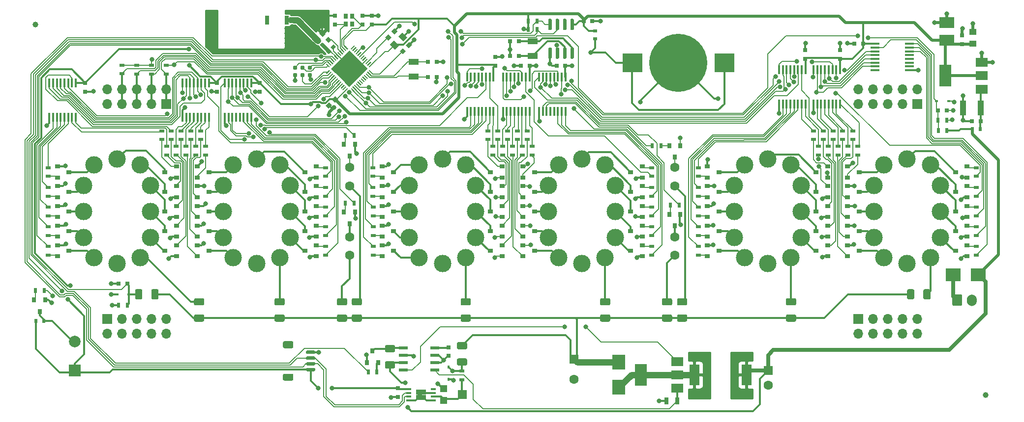
<source format=gbr>
G04 #@! TF.GenerationSoftware,KiCad,Pcbnew,(5.1.7)-1*
G04 #@! TF.CreationDate,2020-11-21T17:16:51+01:00*
G04 #@! TF.ProjectId,nixie_clock,6e697869-655f-4636-9c6f-636b2e6b6963,100A*
G04 #@! TF.SameCoordinates,Original*
G04 #@! TF.FileFunction,Copper,L2,Bot*
G04 #@! TF.FilePolarity,Positive*
%FSLAX46Y46*%
G04 Gerber Fmt 4.6, Leading zero omitted, Abs format (unit mm)*
G04 Created by KiCad (PCBNEW (5.1.7)-1) date 2020-11-21 17:16:51*
%MOMM*%
%LPD*%
G01*
G04 APERTURE LIST*
G04 #@! TA.AperFunction,SMDPad,CuDef*
%ADD10R,1.803400X3.606800*%
G04 #@! TD*
G04 #@! TA.AperFunction,SMDPad,CuDef*
%ADD11R,3.500000X3.300000*%
G04 #@! TD*
G04 #@! TA.AperFunction,SMDPad,CuDef*
%ADD12C,10.000000*%
G04 #@! TD*
G04 #@! TA.AperFunction,ComponentPad*
%ADD13C,2.000000*%
G04 #@! TD*
G04 #@! TA.AperFunction,ComponentPad*
%ADD14R,2.000000X2.000000*%
G04 #@! TD*
G04 #@! TA.AperFunction,SMDPad,CuDef*
%ADD15R,2.500000X2.300000*%
G04 #@! TD*
G04 #@! TA.AperFunction,ComponentPad*
%ADD16O,1.700000X2.000000*%
G04 #@! TD*
G04 #@! TA.AperFunction,SMDPad,CuDef*
%ADD17R,0.600000X0.700000*%
G04 #@! TD*
G04 #@! TA.AperFunction,SMDPad,CuDef*
%ADD18R,0.450000X1.500000*%
G04 #@! TD*
G04 #@! TA.AperFunction,SMDPad,CuDef*
%ADD19R,0.600000X0.450000*%
G04 #@! TD*
G04 #@! TA.AperFunction,SMDPad,CuDef*
%ADD20R,0.800000X0.750000*%
G04 #@! TD*
G04 #@! TA.AperFunction,ComponentPad*
%ADD21C,3.000000*%
G04 #@! TD*
G04 #@! TA.AperFunction,SMDPad,CuDef*
%ADD22R,2.000000X1.500000*%
G04 #@! TD*
G04 #@! TA.AperFunction,SMDPad,CuDef*
%ADD23R,2.000000X3.800000*%
G04 #@! TD*
G04 #@! TA.AperFunction,ComponentPad*
%ADD24O,1.700000X1.700000*%
G04 #@! TD*
G04 #@! TA.AperFunction,ComponentPad*
%ADD25R,1.700000X1.700000*%
G04 #@! TD*
G04 #@! TA.AperFunction,SMDPad,CuDef*
%ADD26C,0.100000*%
G04 #@! TD*
G04 #@! TA.AperFunction,SMDPad,CuDef*
%ADD27C,0.787400*%
G04 #@! TD*
G04 #@! TA.AperFunction,SMDPad,CuDef*
%ADD28R,0.700000X0.600000*%
G04 #@! TD*
G04 #@! TA.AperFunction,ComponentPad*
%ADD29C,1.600000*%
G04 #@! TD*
G04 #@! TA.AperFunction,ComponentPad*
%ADD30R,1.600000X1.600000*%
G04 #@! TD*
G04 #@! TA.AperFunction,SMDPad,CuDef*
%ADD31R,1.500000X0.450000*%
G04 #@! TD*
G04 #@! TA.AperFunction,SMDPad,CuDef*
%ADD32R,1.550000X0.600000*%
G04 #@! TD*
G04 #@! TA.AperFunction,SMDPad,CuDef*
%ADD33R,0.900000X0.500000*%
G04 #@! TD*
G04 #@! TA.AperFunction,SMDPad,CuDef*
%ADD34R,0.500000X0.900000*%
G04 #@! TD*
G04 #@! TA.AperFunction,SMDPad,CuDef*
%ADD35R,0.700000X1.300000*%
G04 #@! TD*
G04 #@! TA.AperFunction,SMDPad,CuDef*
%ADD36R,0.900000X0.800000*%
G04 #@! TD*
G04 #@! TA.AperFunction,SMDPad,CuDef*
%ADD37R,0.800000X0.900000*%
G04 #@! TD*
G04 #@! TA.AperFunction,SMDPad,CuDef*
%ADD38C,1.000000*%
G04 #@! TD*
G04 #@! TA.AperFunction,SMDPad,CuDef*
%ADD39R,0.750000X0.800000*%
G04 #@! TD*
G04 #@! TA.AperFunction,SMDPad,CuDef*
%ADD40R,1.800000X1.000000*%
G04 #@! TD*
G04 #@! TA.AperFunction,SMDPad,CuDef*
%ADD41R,0.840000X0.940000*%
G04 #@! TD*
G04 #@! TA.AperFunction,SMDPad,CuDef*
%ADD42R,0.890000X0.420000*%
G04 #@! TD*
G04 #@! TA.AperFunction,SMDPad,CuDef*
%ADD43R,1.500000X1.600000*%
G04 #@! TD*
G04 #@! TA.AperFunction,SMDPad,CuDef*
%ADD44R,1.200000X1.200000*%
G04 #@! TD*
G04 #@! TA.AperFunction,SMDPad,CuDef*
%ADD45R,0.450000X0.600000*%
G04 #@! TD*
G04 #@! TA.AperFunction,SMDPad,CuDef*
%ADD46R,2.300000X2.500000*%
G04 #@! TD*
G04 #@! TA.AperFunction,SMDPad,CuDef*
%ADD47R,2.500000X1.950000*%
G04 #@! TD*
G04 #@! TA.AperFunction,SMDPad,CuDef*
%ADD48R,1.250000X1.000000*%
G04 #@! TD*
G04 #@! TA.AperFunction,SMDPad,CuDef*
%ADD49R,1.000000X2.500000*%
G04 #@! TD*
G04 #@! TA.AperFunction,SMDPad,CuDef*
%ADD50R,0.800000X1.600000*%
G04 #@! TD*
G04 #@! TA.AperFunction,SMDPad,CuDef*
%ADD51R,1.600000X1.000000*%
G04 #@! TD*
G04 #@! TA.AperFunction,ViaPad*
%ADD52C,0.800000*%
G04 #@! TD*
G04 #@! TA.AperFunction,Conductor*
%ADD53C,0.300000*%
G04 #@! TD*
G04 #@! TA.AperFunction,Conductor*
%ADD54C,0.150000*%
G04 #@! TD*
G04 #@! TA.AperFunction,Conductor*
%ADD55C,0.200000*%
G04 #@! TD*
G04 #@! TA.AperFunction,Conductor*
%ADD56C,0.500000*%
G04 #@! TD*
G04 #@! TA.AperFunction,Conductor*
%ADD57C,1.060000*%
G04 #@! TD*
G04 #@! TA.AperFunction,Conductor*
%ADD58C,0.700000*%
G04 #@! TD*
G04 #@! TA.AperFunction,Conductor*
%ADD59C,0.254000*%
G04 #@! TD*
G04 #@! TA.AperFunction,Conductor*
%ADD60C,0.100000*%
G04 #@! TD*
G04 APERTURE END LIST*
D10*
X192354200Y-88200000D03*
X201345800Y-88200000D03*
D11*
X181700000Y-34400000D03*
X197500000Y-34400000D03*
D12*
X189600000Y-34400000D03*
D13*
X85700000Y-82420000D03*
D14*
X85700000Y-87420000D03*
D15*
X236950000Y-70900000D03*
X241250000Y-70900000D03*
G04 #@! TA.AperFunction,ComponentPad*
G36*
G01*
X236750000Y-76050000D02*
X236750000Y-74550000D01*
G75*
G02*
X237000000Y-74300000I250000J0D01*
G01*
X238200000Y-74300000D01*
G75*
G02*
X238450000Y-74550000I0J-250000D01*
G01*
X238450000Y-76050000D01*
G75*
G02*
X238200000Y-76300000I-250000J0D01*
G01*
X237000000Y-76300000D01*
G75*
G02*
X236750000Y-76050000I0J250000D01*
G01*
G37*
G04 #@! TD.AperFunction*
D16*
X240100000Y-75300000D03*
D17*
X241600000Y-45800000D03*
X240200000Y-45800000D03*
X79000000Y-78900000D03*
X80400000Y-78900000D03*
D18*
X116075000Y-37850000D03*
X115425000Y-37850000D03*
X114775000Y-37850000D03*
X114125000Y-37850000D03*
X113475000Y-37850000D03*
X112825000Y-37850000D03*
X112175000Y-37850000D03*
X111525000Y-37850000D03*
X111525000Y-43750000D03*
X112175000Y-43750000D03*
X112825000Y-43750000D03*
X113475000Y-43750000D03*
X114125000Y-43750000D03*
X114775000Y-43750000D03*
X115425000Y-43750000D03*
X116075000Y-43750000D03*
D19*
X92950000Y-74300000D03*
X95050000Y-74300000D03*
D20*
X93250000Y-72500000D03*
X94750000Y-72500000D03*
D18*
X108775000Y-37850000D03*
X108125000Y-37850000D03*
X107475000Y-37850000D03*
X106825000Y-37850000D03*
X106175000Y-37850000D03*
X105525000Y-37850000D03*
X104875000Y-37850000D03*
X104225000Y-37850000D03*
X104225000Y-43750000D03*
X104875000Y-43750000D03*
X105525000Y-43750000D03*
X106175000Y-43750000D03*
X106825000Y-43750000D03*
X107475000Y-43750000D03*
X108125000Y-43750000D03*
X108775000Y-43750000D03*
D21*
X116990000Y-68990000D03*
X120990000Y-67990000D03*
X122740000Y-59990000D03*
X122740000Y-55490000D03*
X120990000Y-51990000D03*
X116990000Y-50990000D03*
X112990000Y-51990000D03*
X111240000Y-55490000D03*
X111240000Y-59990000D03*
X111240000Y-64490000D03*
X112990000Y-67990000D03*
X122740000Y-64490000D03*
D22*
X241850000Y-34300000D03*
X241850000Y-38900000D03*
X241850000Y-36600000D03*
D23*
X235550000Y-36600000D03*
D24*
X220580000Y-38910000D03*
X220580000Y-41450000D03*
X223120000Y-38910000D03*
X223120000Y-41450000D03*
X225660000Y-38910000D03*
X225660000Y-41450000D03*
X228200000Y-38910000D03*
X228200000Y-41450000D03*
X230740000Y-38910000D03*
D25*
X230740000Y-41450000D03*
G04 #@! TA.AperFunction,SMDPad,CuDef*
D26*
G36*
X143212652Y-31817678D02*
G01*
X142682322Y-31287348D01*
X143248008Y-30721662D01*
X143778338Y-31251992D01*
X143212652Y-31817678D01*
G37*
G04 #@! TD.AperFunction*
G04 #@! TA.AperFunction,SMDPad,CuDef*
G36*
X142151992Y-32878338D02*
G01*
X141621662Y-32348008D01*
X142187348Y-31782322D01*
X142717678Y-32312652D01*
X142151992Y-32878338D01*
G37*
G04 #@! TD.AperFunction*
D21*
X92990000Y-68990000D03*
X96990000Y-67990000D03*
X98740000Y-59990000D03*
X98740000Y-55490000D03*
X96990000Y-51990000D03*
X92990000Y-50990000D03*
X88990000Y-51990000D03*
X87240000Y-55490000D03*
X87240000Y-59990000D03*
X87240000Y-64490000D03*
X88990000Y-67990000D03*
X98740000Y-64490000D03*
D27*
X123630000Y-35165000D03*
X123630000Y-36435000D03*
X124900000Y-35165000D03*
X124900000Y-36435000D03*
X126170000Y-35165000D03*
X126170000Y-36435000D03*
D24*
X91280000Y-38900000D03*
X91280000Y-41440000D03*
X93820000Y-38900000D03*
X93820000Y-41440000D03*
X96360000Y-38900000D03*
X96360000Y-41440000D03*
X98900000Y-38900000D03*
X98900000Y-41440000D03*
X101440000Y-38900000D03*
D25*
X101440000Y-41440000D03*
D28*
X175280000Y-28840000D03*
X175280000Y-30240000D03*
D29*
X171660000Y-88980000D03*
D30*
X171660000Y-85480000D03*
D29*
X205050000Y-89950000D03*
D30*
X205050000Y-87450000D03*
D31*
X223450000Y-31075000D03*
X223450000Y-31725000D03*
X223450000Y-32375000D03*
X223450000Y-33025000D03*
X223450000Y-33675000D03*
X223450000Y-34325000D03*
X223450000Y-34975000D03*
X223450000Y-35625000D03*
X229350000Y-35625000D03*
X229350000Y-34975000D03*
X229350000Y-34325000D03*
X229350000Y-33675000D03*
X229350000Y-33025000D03*
X229350000Y-32375000D03*
X229350000Y-31725000D03*
X229350000Y-31075000D03*
D18*
X211475000Y-35550000D03*
X210825000Y-35550000D03*
X210175000Y-35550000D03*
X209525000Y-35550000D03*
X208875000Y-35550000D03*
X208225000Y-35550000D03*
X207575000Y-35550000D03*
X206925000Y-35550000D03*
X206925000Y-41450000D03*
X207575000Y-41450000D03*
X208225000Y-41450000D03*
X208875000Y-41450000D03*
X209525000Y-41450000D03*
X210175000Y-41450000D03*
X210825000Y-41450000D03*
X211475000Y-41450000D03*
X170175000Y-36800000D03*
X169525000Y-36800000D03*
X168875000Y-36800000D03*
X168225000Y-36800000D03*
X167575000Y-36800000D03*
X166925000Y-36800000D03*
X166275000Y-36800000D03*
X165625000Y-36800000D03*
X165625000Y-42700000D03*
X166275000Y-42700000D03*
X166925000Y-42700000D03*
X167575000Y-42700000D03*
X168225000Y-42700000D03*
X168875000Y-42700000D03*
X169525000Y-42700000D03*
X170175000Y-42700000D03*
X157775000Y-36800000D03*
X157125000Y-36800000D03*
X156475000Y-36800000D03*
X155825000Y-36800000D03*
X155175000Y-36800000D03*
X154525000Y-36800000D03*
X153875000Y-36800000D03*
X153225000Y-36800000D03*
X153225000Y-42700000D03*
X153875000Y-42700000D03*
X154525000Y-42700000D03*
X155175000Y-42700000D03*
X155825000Y-42700000D03*
X156475000Y-42700000D03*
X157125000Y-42700000D03*
X157775000Y-42700000D03*
D32*
X147660000Y-87385000D03*
X147660000Y-86115000D03*
X147660000Y-84845000D03*
X147660000Y-83575000D03*
X142260000Y-83575000D03*
X142260000Y-84845000D03*
X142260000Y-86115000D03*
X142260000Y-87385000D03*
D33*
X240900000Y-60750000D03*
X240900000Y-59250000D03*
G04 #@! TA.AperFunction,SMDPad,CuDef*
G36*
G01*
X233024999Y-73675000D02*
X233024999Y-74925000D01*
G75*
G02*
X232774999Y-75175000I-250000J0D01*
G01*
X232024999Y-75175000D01*
G75*
G02*
X231774999Y-74925000I0J250000D01*
G01*
X231774999Y-73675000D01*
G75*
G02*
X232024999Y-73425000I250000J0D01*
G01*
X232774999Y-73425000D01*
G75*
G02*
X233024999Y-73675000I0J-250000D01*
G01*
G37*
G04 #@! TD.AperFunction*
G04 #@! TA.AperFunction,SMDPad,CuDef*
G36*
G01*
X230224999Y-73675000D02*
X230224999Y-74925000D01*
G75*
G02*
X229974999Y-75175000I-250000J0D01*
G01*
X229224999Y-75175000D01*
G75*
G02*
X228974999Y-74925000I0J250000D01*
G01*
X228974999Y-73675000D01*
G75*
G02*
X229224999Y-73425000I250000J0D01*
G01*
X229974999Y-73425000D01*
G75*
G02*
X230224999Y-73675000I0J-250000D01*
G01*
G37*
G04 #@! TD.AperFunction*
X217900000Y-46100000D03*
X217900000Y-47600000D03*
X217100000Y-48750000D03*
X217100000Y-50250000D03*
X216250000Y-46100000D03*
X216250000Y-47600000D03*
X215400000Y-48750000D03*
X215400000Y-50250000D03*
X214550000Y-46100000D03*
X214550000Y-47600000D03*
X185000000Y-60750000D03*
X185000000Y-59250000D03*
G04 #@! TA.AperFunction,SMDPad,CuDef*
G36*
G01*
X176375000Y-74975000D02*
X177625000Y-74975000D01*
G75*
G02*
X177875000Y-75225000I0J-250000D01*
G01*
X177875000Y-75975000D01*
G75*
G02*
X177625000Y-76225000I-250000J0D01*
G01*
X176375000Y-76225000D01*
G75*
G02*
X176125000Y-75975000I0J250000D01*
G01*
X176125000Y-75225000D01*
G75*
G02*
X176375000Y-74975000I250000J0D01*
G01*
G37*
G04 #@! TD.AperFunction*
G04 #@! TA.AperFunction,SMDPad,CuDef*
G36*
G01*
X176375000Y-77775000D02*
X177625000Y-77775000D01*
G75*
G02*
X177875000Y-78025000I0J-250000D01*
G01*
X177875000Y-78775000D01*
G75*
G02*
X177625000Y-79025000I-250000J0D01*
G01*
X176375000Y-79025000D01*
G75*
G02*
X176125000Y-78775000I0J250000D01*
G01*
X176125000Y-78025000D01*
G75*
G02*
X176375000Y-77775000I250000J0D01*
G01*
G37*
G04 #@! TD.AperFunction*
X161900000Y-46100000D03*
X161900000Y-47600000D03*
X161050000Y-48750000D03*
X161050000Y-50250000D03*
X160200000Y-46100000D03*
X160200000Y-47600000D03*
X159350000Y-48750000D03*
X159350000Y-50250000D03*
X158500000Y-46100000D03*
X158500000Y-47600000D03*
D34*
X93250000Y-76200000D03*
X94750000Y-76200000D03*
G04 #@! TA.AperFunction,SMDPad,CuDef*
G36*
G01*
X100125000Y-73675000D02*
X100125000Y-74925000D01*
G75*
G02*
X99875000Y-75175000I-250000J0D01*
G01*
X99125000Y-75175000D01*
G75*
G02*
X98875000Y-74925000I0J250000D01*
G01*
X98875000Y-73675000D01*
G75*
G02*
X99125000Y-73425000I250000J0D01*
G01*
X99875000Y-73425000D01*
G75*
G02*
X100125000Y-73675000I0J-250000D01*
G01*
G37*
G04 #@! TD.AperFunction*
G04 #@! TA.AperFunction,SMDPad,CuDef*
G36*
G01*
X97325000Y-73675000D02*
X97325000Y-74925000D01*
G75*
G02*
X97075000Y-75175000I-250000J0D01*
G01*
X96325000Y-75175000D01*
G75*
G02*
X96075000Y-74925000I0J250000D01*
G01*
X96075000Y-73675000D01*
G75*
G02*
X96325000Y-73425000I250000J0D01*
G01*
X97075000Y-73425000D01*
G75*
G02*
X97325000Y-73675000I0J-250000D01*
G01*
G37*
G04 #@! TD.AperFunction*
X185100000Y-48650000D03*
X186600000Y-48650000D03*
D33*
X152360000Y-89030000D03*
X152360000Y-87530000D03*
G04 #@! TA.AperFunction,SMDPad,CuDef*
G36*
G01*
X151735000Y-82555000D02*
X152985000Y-82555000D01*
G75*
G02*
X153235000Y-82805000I0J-250000D01*
G01*
X153235000Y-83555000D01*
G75*
G02*
X152985000Y-83805000I-250000J0D01*
G01*
X151735000Y-83805000D01*
G75*
G02*
X151485000Y-83555000I0J250000D01*
G01*
X151485000Y-82805000D01*
G75*
G02*
X151735000Y-82555000I250000J0D01*
G01*
G37*
G04 #@! TD.AperFunction*
G04 #@! TA.AperFunction,SMDPad,CuDef*
G36*
G01*
X151735000Y-85355000D02*
X152985000Y-85355000D01*
G75*
G02*
X153235000Y-85605000I0J-250000D01*
G01*
X153235000Y-86355000D01*
G75*
G02*
X152985000Y-86605000I-250000J0D01*
G01*
X151735000Y-86605000D01*
G75*
G02*
X151485000Y-86355000I0J250000D01*
G01*
X151485000Y-85605000D01*
G75*
G02*
X151735000Y-85355000I250000J0D01*
G01*
G37*
G04 #@! TD.AperFunction*
D35*
X187510000Y-92680000D03*
X189410000Y-92680000D03*
G04 #@! TA.AperFunction,SMDPad,CuDef*
G36*
G01*
X134875000Y-79025000D02*
X133625000Y-79025000D01*
G75*
G02*
X133375000Y-78775000I0J250000D01*
G01*
X133375000Y-78025000D01*
G75*
G02*
X133625000Y-77775000I250000J0D01*
G01*
X134875000Y-77775000D01*
G75*
G02*
X135125000Y-78025000I0J-250000D01*
G01*
X135125000Y-78775000D01*
G75*
G02*
X134875000Y-79025000I-250000J0D01*
G01*
G37*
G04 #@! TD.AperFunction*
G04 #@! TA.AperFunction,SMDPad,CuDef*
G36*
G01*
X134875000Y-76225000D02*
X133625000Y-76225000D01*
G75*
G02*
X133375000Y-75975000I0J250000D01*
G01*
X133375000Y-75225000D01*
G75*
G02*
X133625000Y-74975000I250000J0D01*
G01*
X134875000Y-74975000D01*
G75*
G02*
X135125000Y-75225000I0J-250000D01*
G01*
X135125000Y-75975000D01*
G75*
G02*
X134875000Y-76225000I-250000J0D01*
G01*
G37*
G04 #@! TD.AperFunction*
D34*
X133750000Y-46850000D03*
X132250000Y-46850000D03*
X137710000Y-87680000D03*
X136210000Y-87680000D03*
G04 #@! TA.AperFunction,SMDPad,CuDef*
G36*
G01*
X140585000Y-87105000D02*
X139335000Y-87105000D01*
G75*
G02*
X139085000Y-86855000I0J250000D01*
G01*
X139085000Y-86105000D01*
G75*
G02*
X139335000Y-85855000I250000J0D01*
G01*
X140585000Y-85855000D01*
G75*
G02*
X140835000Y-86105000I0J-250000D01*
G01*
X140835000Y-86855000D01*
G75*
G02*
X140585000Y-87105000I-250000J0D01*
G01*
G37*
G04 #@! TD.AperFunction*
G04 #@! TA.AperFunction,SMDPad,CuDef*
G36*
G01*
X140585000Y-84305000D02*
X139335000Y-84305000D01*
G75*
G02*
X139085000Y-84055000I0J250000D01*
G01*
X139085000Y-83305000D01*
G75*
G02*
X139335000Y-83055000I250000J0D01*
G01*
X140585000Y-83055000D01*
G75*
G02*
X140835000Y-83305000I0J-250000D01*
G01*
X140835000Y-84055000D01*
G75*
G02*
X140585000Y-84305000I-250000J0D01*
G01*
G37*
G04 #@! TD.AperFunction*
D36*
X239300000Y-62450000D03*
X239300000Y-64350000D03*
X237300000Y-63400000D03*
X239300000Y-59050000D03*
X239300000Y-60950000D03*
X237300000Y-60000000D03*
X239300000Y-55650000D03*
X239300000Y-57550000D03*
X237300000Y-56600000D03*
X239300000Y-52250000D03*
X239300000Y-54150000D03*
X237300000Y-53200000D03*
X218700000Y-54150000D03*
X218700000Y-52250000D03*
X220700000Y-53200000D03*
X218700000Y-57550000D03*
X218700000Y-55650000D03*
X220700000Y-56600000D03*
X218700000Y-60950000D03*
X218700000Y-59050000D03*
X220700000Y-60000000D03*
X215300000Y-65850000D03*
X215300000Y-67750000D03*
X213300000Y-66800000D03*
X215300000Y-62450000D03*
X215300000Y-64350000D03*
X213300000Y-63400000D03*
X215300000Y-59050000D03*
X215300000Y-60950000D03*
X213300000Y-60000000D03*
X215300000Y-55650000D03*
X215300000Y-57550000D03*
X213300000Y-56600000D03*
X183400000Y-62450000D03*
X183400000Y-64350000D03*
X181400000Y-63400000D03*
X183400000Y-59050000D03*
X183400000Y-60950000D03*
X181400000Y-60000000D03*
X183400000Y-55650000D03*
X183400000Y-57550000D03*
X181400000Y-56600000D03*
X183400000Y-52250000D03*
X183400000Y-54150000D03*
X181400000Y-53200000D03*
X162850000Y-54150000D03*
X162850000Y-52250000D03*
X164850000Y-53200000D03*
X162850000Y-57550000D03*
X162850000Y-55650000D03*
X164850000Y-56600000D03*
X162850000Y-60950000D03*
X162850000Y-59050000D03*
X164850000Y-60000000D03*
X159250000Y-65850000D03*
X159250000Y-67750000D03*
X157250000Y-66800000D03*
X159250000Y-62450000D03*
X159250000Y-64350000D03*
X157250000Y-63400000D03*
X159250000Y-59050000D03*
X159250000Y-60950000D03*
X157250000Y-60000000D03*
X159250000Y-55650000D03*
X159250000Y-57550000D03*
X157250000Y-56600000D03*
D37*
X188050000Y-48650000D03*
X189950000Y-48650000D03*
X189000000Y-50650000D03*
D22*
X189410000Y-85880000D03*
X189410000Y-90480000D03*
X189410000Y-88180000D03*
D23*
X183110000Y-88180000D03*
D37*
X132050000Y-48450000D03*
X133950000Y-48450000D03*
X133000000Y-50450000D03*
D38*
X242460000Y-91710000D03*
X78900000Y-27730000D03*
D39*
X150060000Y-84930000D03*
X150060000Y-83430000D03*
D24*
X101440000Y-81080000D03*
X101440000Y-78540000D03*
X98900000Y-81080000D03*
X98900000Y-78540000D03*
X96360000Y-81080000D03*
X96360000Y-78540000D03*
X93820000Y-81080000D03*
X93820000Y-78540000D03*
X91280000Y-81080000D03*
D25*
X91280000Y-78540000D03*
D24*
X230730000Y-81090000D03*
X230730000Y-78550000D03*
X228190000Y-81090000D03*
X228190000Y-78550000D03*
X225650000Y-81090000D03*
X225650000Y-78550000D03*
X223110000Y-81090000D03*
X223110000Y-78550000D03*
X220570000Y-81090000D03*
D25*
X220570000Y-78550000D03*
D40*
X164510000Y-30650000D03*
X164510000Y-33150000D03*
G04 #@! TA.AperFunction,SMDPad,CuDef*
G36*
G01*
X171455000Y-28720000D02*
X171155000Y-28720000D01*
G75*
G02*
X171005000Y-28570000I0J150000D01*
G01*
X171005000Y-26920000D01*
G75*
G02*
X171155000Y-26770000I150000J0D01*
G01*
X171455000Y-26770000D01*
G75*
G02*
X171605000Y-26920000I0J-150000D01*
G01*
X171605000Y-28570000D01*
G75*
G02*
X171455000Y-28720000I-150000J0D01*
G01*
G37*
G04 #@! TD.AperFunction*
G04 #@! TA.AperFunction,SMDPad,CuDef*
G36*
G01*
X170185000Y-28720000D02*
X169885000Y-28720000D01*
G75*
G02*
X169735000Y-28570000I0J150000D01*
G01*
X169735000Y-26920000D01*
G75*
G02*
X169885000Y-26770000I150000J0D01*
G01*
X170185000Y-26770000D01*
G75*
G02*
X170335000Y-26920000I0J-150000D01*
G01*
X170335000Y-28570000D01*
G75*
G02*
X170185000Y-28720000I-150000J0D01*
G01*
G37*
G04 #@! TD.AperFunction*
G04 #@! TA.AperFunction,SMDPad,CuDef*
G36*
G01*
X168915000Y-28720000D02*
X168615000Y-28720000D01*
G75*
G02*
X168465000Y-28570000I0J150000D01*
G01*
X168465000Y-26920000D01*
G75*
G02*
X168615000Y-26770000I150000J0D01*
G01*
X168915000Y-26770000D01*
G75*
G02*
X169065000Y-26920000I0J-150000D01*
G01*
X169065000Y-28570000D01*
G75*
G02*
X168915000Y-28720000I-150000J0D01*
G01*
G37*
G04 #@! TD.AperFunction*
G04 #@! TA.AperFunction,SMDPad,CuDef*
G36*
G01*
X167645000Y-28720000D02*
X167345000Y-28720000D01*
G75*
G02*
X167195000Y-28570000I0J150000D01*
G01*
X167195000Y-26920000D01*
G75*
G02*
X167345000Y-26770000I150000J0D01*
G01*
X167645000Y-26770000D01*
G75*
G02*
X167795000Y-26920000I0J-150000D01*
G01*
X167795000Y-28570000D01*
G75*
G02*
X167645000Y-28720000I-150000J0D01*
G01*
G37*
G04 #@! TD.AperFunction*
G04 #@! TA.AperFunction,SMDPad,CuDef*
G36*
G01*
X167645000Y-33670000D02*
X167345000Y-33670000D01*
G75*
G02*
X167195000Y-33520000I0J150000D01*
G01*
X167195000Y-31870000D01*
G75*
G02*
X167345000Y-31720000I150000J0D01*
G01*
X167645000Y-31720000D01*
G75*
G02*
X167795000Y-31870000I0J-150000D01*
G01*
X167795000Y-33520000D01*
G75*
G02*
X167645000Y-33670000I-150000J0D01*
G01*
G37*
G04 #@! TD.AperFunction*
G04 #@! TA.AperFunction,SMDPad,CuDef*
G36*
G01*
X168915000Y-33670000D02*
X168615000Y-33670000D01*
G75*
G02*
X168465000Y-33520000I0J150000D01*
G01*
X168465000Y-31870000D01*
G75*
G02*
X168615000Y-31720000I150000J0D01*
G01*
X168915000Y-31720000D01*
G75*
G02*
X169065000Y-31870000I0J-150000D01*
G01*
X169065000Y-33520000D01*
G75*
G02*
X168915000Y-33670000I-150000J0D01*
G01*
G37*
G04 #@! TD.AperFunction*
G04 #@! TA.AperFunction,SMDPad,CuDef*
G36*
G01*
X170185000Y-33670000D02*
X169885000Y-33670000D01*
G75*
G02*
X169735000Y-33520000I0J150000D01*
G01*
X169735000Y-31870000D01*
G75*
G02*
X169885000Y-31720000I150000J0D01*
G01*
X170185000Y-31720000D01*
G75*
G02*
X170335000Y-31870000I0J-150000D01*
G01*
X170335000Y-33520000D01*
G75*
G02*
X170185000Y-33670000I-150000J0D01*
G01*
G37*
G04 #@! TD.AperFunction*
G04 #@! TA.AperFunction,SMDPad,CuDef*
G36*
G01*
X171455000Y-33670000D02*
X171155000Y-33670000D01*
G75*
G02*
X171005000Y-33520000I0J150000D01*
G01*
X171005000Y-31870000D01*
G75*
G02*
X171155000Y-31720000I150000J0D01*
G01*
X171455000Y-31720000D01*
G75*
G02*
X171605000Y-31870000I0J-150000D01*
G01*
X171605000Y-33520000D01*
G75*
G02*
X171455000Y-33670000I-150000J0D01*
G01*
G37*
G04 #@! TD.AperFunction*
D20*
X160650000Y-30650000D03*
X162150000Y-30650000D03*
X160650000Y-33150000D03*
X162150000Y-33150000D03*
D40*
X144060000Y-36730000D03*
X144060000Y-34230000D03*
D37*
X133410000Y-27680000D03*
X133410000Y-26280000D03*
X132310000Y-26280000D03*
X132310000Y-27680000D03*
G04 #@! TA.AperFunction,SMDPad,CuDef*
D26*
G36*
X136114951Y-35364062D02*
G01*
X135328295Y-36150718D01*
X134541639Y-35364062D01*
X135328295Y-34577406D01*
X136114951Y-35364062D01*
G37*
G04 #@! TD.AperFunction*
G04 #@! TA.AperFunction,SMDPad,CuDef*
G36*
X135328295Y-36150718D02*
G01*
X134541639Y-36937374D01*
X133754983Y-36150718D01*
X134541639Y-35364062D01*
X135328295Y-36150718D01*
G37*
G04 #@! TD.AperFunction*
G04 #@! TA.AperFunction,SMDPad,CuDef*
G36*
X134541638Y-36937375D02*
G01*
X133754982Y-37724031D01*
X132968326Y-36937375D01*
X133754982Y-36150719D01*
X134541638Y-36937375D01*
G37*
G04 #@! TD.AperFunction*
G04 #@! TA.AperFunction,SMDPad,CuDef*
G36*
X133754982Y-37724031D02*
G01*
X132968326Y-38510687D01*
X132181670Y-37724031D01*
X132968326Y-36937375D01*
X133754982Y-37724031D01*
G37*
G04 #@! TD.AperFunction*
G04 #@! TA.AperFunction,SMDPad,CuDef*
G36*
X135328295Y-34577406D02*
G01*
X134541639Y-35364062D01*
X133754983Y-34577406D01*
X134541639Y-33790750D01*
X135328295Y-34577406D01*
G37*
G04 #@! TD.AperFunction*
G04 #@! TA.AperFunction,SMDPad,CuDef*
G36*
X134541638Y-35364062D02*
G01*
X133754982Y-36150718D01*
X132968326Y-35364062D01*
X133754982Y-34577406D01*
X134541638Y-35364062D01*
G37*
G04 #@! TD.AperFunction*
G04 #@! TA.AperFunction,SMDPad,CuDef*
G36*
X133754982Y-36150718D02*
G01*
X132968326Y-36937374D01*
X132181670Y-36150718D01*
X132968326Y-35364062D01*
X133754982Y-36150718D01*
G37*
G04 #@! TD.AperFunction*
G04 #@! TA.AperFunction,SMDPad,CuDef*
G36*
X132968326Y-36937375D02*
G01*
X132181670Y-37724031D01*
X131395014Y-36937375D01*
X132181670Y-36150719D01*
X132968326Y-36937375D01*
G37*
G04 #@! TD.AperFunction*
G04 #@! TA.AperFunction,SMDPad,CuDef*
G36*
X134541638Y-33790749D02*
G01*
X133754982Y-34577405D01*
X132968326Y-33790749D01*
X133754982Y-33004093D01*
X134541638Y-33790749D01*
G37*
G04 #@! TD.AperFunction*
G04 #@! TA.AperFunction,SMDPad,CuDef*
G36*
X133754982Y-34577406D02*
G01*
X132968326Y-35364062D01*
X132181670Y-34577406D01*
X132968326Y-33790750D01*
X133754982Y-34577406D01*
G37*
G04 #@! TD.AperFunction*
G04 #@! TA.AperFunction,SMDPad,CuDef*
G36*
X132968326Y-35364062D02*
G01*
X132181670Y-36150718D01*
X131395014Y-35364062D01*
X132181670Y-34577406D01*
X132968326Y-35364062D01*
G37*
G04 #@! TD.AperFunction*
G04 #@! TA.AperFunction,SMDPad,CuDef*
G36*
X132181669Y-36150718D02*
G01*
X131395013Y-36937374D01*
X130608357Y-36150718D01*
X131395013Y-35364062D01*
X132181669Y-36150718D01*
G37*
G04 #@! TD.AperFunction*
G04 #@! TA.AperFunction,SMDPad,CuDef*
G36*
X133754982Y-33004093D02*
G01*
X132968326Y-33790749D01*
X132181670Y-33004093D01*
X132968326Y-32217437D01*
X133754982Y-33004093D01*
G37*
G04 #@! TD.AperFunction*
G04 #@! TA.AperFunction,SMDPad,CuDef*
G36*
X132968326Y-33790749D02*
G01*
X132181670Y-34577405D01*
X131395014Y-33790749D01*
X132181670Y-33004093D01*
X132968326Y-33790749D01*
G37*
G04 #@! TD.AperFunction*
G04 #@! TA.AperFunction,SMDPad,CuDef*
G36*
X132181669Y-34577406D02*
G01*
X131395013Y-35364062D01*
X130608357Y-34577406D01*
X131395013Y-33790750D01*
X132181669Y-34577406D01*
G37*
G04 #@! TD.AperFunction*
G04 #@! TA.AperFunction,SMDPad,CuDef*
G36*
X131395013Y-35364062D02*
G01*
X130608357Y-36150718D01*
X129821701Y-35364062D01*
X130608357Y-34577406D01*
X131395013Y-35364062D01*
G37*
G04 #@! TD.AperFunction*
G04 #@! TA.AperFunction,SMDPad,CuDef*
G36*
X136433149Y-35151930D02*
G01*
X136291728Y-35010509D01*
X136857413Y-34444824D01*
X136998834Y-34586245D01*
X136433149Y-35151930D01*
G37*
G04 #@! TD.AperFunction*
G04 #@! TA.AperFunction,SMDPad,CuDef*
G36*
X136150307Y-34869087D02*
G01*
X136008886Y-34727666D01*
X136574571Y-34161981D01*
X136715992Y-34303402D01*
X136150307Y-34869087D01*
G37*
G04 #@! TD.AperFunction*
G04 #@! TA.AperFunction,SMDPad,CuDef*
G36*
X135867464Y-34586244D02*
G01*
X135726043Y-34444823D01*
X136291728Y-33879138D01*
X136433149Y-34020559D01*
X135867464Y-34586244D01*
G37*
G04 #@! TD.AperFunction*
G04 #@! TA.AperFunction,SMDPad,CuDef*
G36*
X135584621Y-34303401D02*
G01*
X135443200Y-34161980D01*
X136008885Y-33596295D01*
X136150306Y-33737716D01*
X135584621Y-34303401D01*
G37*
G04 #@! TD.AperFunction*
G04 #@! TA.AperFunction,SMDPad,CuDef*
G36*
X135301778Y-34020559D02*
G01*
X135160357Y-33879138D01*
X135726042Y-33313453D01*
X135867463Y-33454874D01*
X135301778Y-34020559D01*
G37*
G04 #@! TD.AperFunction*
G04 #@! TA.AperFunction,SMDPad,CuDef*
G36*
X135018936Y-33737716D02*
G01*
X134877515Y-33596295D01*
X135443200Y-33030610D01*
X135584621Y-33172031D01*
X135018936Y-33737716D01*
G37*
G04 #@! TD.AperFunction*
G04 #@! TA.AperFunction,SMDPad,CuDef*
G36*
X134736093Y-33454873D02*
G01*
X134594672Y-33313452D01*
X135160357Y-32747767D01*
X135301778Y-32889188D01*
X134736093Y-33454873D01*
G37*
G04 #@! TD.AperFunction*
G04 #@! TA.AperFunction,SMDPad,CuDef*
G36*
X134453250Y-33172031D02*
G01*
X134311829Y-33030610D01*
X134877514Y-32464925D01*
X135018935Y-32606346D01*
X134453250Y-33172031D01*
G37*
G04 #@! TD.AperFunction*
G04 #@! TA.AperFunction,SMDPad,CuDef*
G36*
X134170408Y-32889188D02*
G01*
X134028987Y-32747767D01*
X134594672Y-32182082D01*
X134736093Y-32323503D01*
X134170408Y-32889188D01*
G37*
G04 #@! TD.AperFunction*
G04 #@! TA.AperFunction,SMDPad,CuDef*
G36*
X133887565Y-32606345D02*
G01*
X133746144Y-32464924D01*
X134311829Y-31899239D01*
X134453250Y-32040660D01*
X133887565Y-32606345D01*
G37*
G04 #@! TD.AperFunction*
G04 #@! TA.AperFunction,SMDPad,CuDef*
G36*
X133604722Y-32323502D02*
G01*
X133463301Y-32182081D01*
X134028986Y-31616396D01*
X134170407Y-31757817D01*
X133604722Y-32323502D01*
G37*
G04 #@! TD.AperFunction*
G04 #@! TA.AperFunction,SMDPad,CuDef*
G36*
X133321879Y-32040660D02*
G01*
X133180458Y-31899239D01*
X133746143Y-31333554D01*
X133887564Y-31474975D01*
X133321879Y-32040660D01*
G37*
G04 #@! TD.AperFunction*
G04 #@! TA.AperFunction,SMDPad,CuDef*
G36*
X132756194Y-31899239D02*
G01*
X132614773Y-32040660D01*
X132049088Y-31474975D01*
X132190509Y-31333554D01*
X132756194Y-31899239D01*
G37*
G04 #@! TD.AperFunction*
G04 #@! TA.AperFunction,SMDPad,CuDef*
G36*
X132473351Y-32182081D02*
G01*
X132331930Y-32323502D01*
X131766245Y-31757817D01*
X131907666Y-31616396D01*
X132473351Y-32182081D01*
G37*
G04 #@! TD.AperFunction*
G04 #@! TA.AperFunction,SMDPad,CuDef*
G36*
X132190508Y-32464924D02*
G01*
X132049087Y-32606345D01*
X131483402Y-32040660D01*
X131624823Y-31899239D01*
X132190508Y-32464924D01*
G37*
G04 #@! TD.AperFunction*
G04 #@! TA.AperFunction,SMDPad,CuDef*
G36*
X131907665Y-32747767D02*
G01*
X131766244Y-32889188D01*
X131200559Y-32323503D01*
X131341980Y-32182082D01*
X131907665Y-32747767D01*
G37*
G04 #@! TD.AperFunction*
G04 #@! TA.AperFunction,SMDPad,CuDef*
G36*
X131624823Y-33030610D02*
G01*
X131483402Y-33172031D01*
X130917717Y-32606346D01*
X131059138Y-32464925D01*
X131624823Y-33030610D01*
G37*
G04 #@! TD.AperFunction*
G04 #@! TA.AperFunction,SMDPad,CuDef*
G36*
X131341980Y-33313452D02*
G01*
X131200559Y-33454873D01*
X130634874Y-32889188D01*
X130776295Y-32747767D01*
X131341980Y-33313452D01*
G37*
G04 #@! TD.AperFunction*
G04 #@! TA.AperFunction,SMDPad,CuDef*
G36*
X131059137Y-33596295D02*
G01*
X130917716Y-33737716D01*
X130352031Y-33172031D01*
X130493452Y-33030610D01*
X131059137Y-33596295D01*
G37*
G04 #@! TD.AperFunction*
G04 #@! TA.AperFunction,SMDPad,CuDef*
G36*
X130776295Y-33879138D02*
G01*
X130634874Y-34020559D01*
X130069189Y-33454874D01*
X130210610Y-33313453D01*
X130776295Y-33879138D01*
G37*
G04 #@! TD.AperFunction*
G04 #@! TA.AperFunction,SMDPad,CuDef*
G36*
X130493452Y-34161980D02*
G01*
X130352031Y-34303401D01*
X129786346Y-33737716D01*
X129927767Y-33596295D01*
X130493452Y-34161980D01*
G37*
G04 #@! TD.AperFunction*
G04 #@! TA.AperFunction,SMDPad,CuDef*
G36*
X130210609Y-34444823D02*
G01*
X130069188Y-34586244D01*
X129503503Y-34020559D01*
X129644924Y-33879138D01*
X130210609Y-34444823D01*
G37*
G04 #@! TD.AperFunction*
G04 #@! TA.AperFunction,SMDPad,CuDef*
G36*
X129927766Y-34727666D02*
G01*
X129786345Y-34869087D01*
X129220660Y-34303402D01*
X129362081Y-34161981D01*
X129927766Y-34727666D01*
G37*
G04 #@! TD.AperFunction*
G04 #@! TA.AperFunction,SMDPad,CuDef*
G36*
X129644924Y-35010509D02*
G01*
X129503503Y-35151930D01*
X128937818Y-34586245D01*
X129079239Y-34444824D01*
X129644924Y-35010509D01*
G37*
G04 #@! TD.AperFunction*
G04 #@! TA.AperFunction,SMDPad,CuDef*
G36*
X129079239Y-36283300D02*
G01*
X128937818Y-36141879D01*
X129503503Y-35576194D01*
X129644924Y-35717615D01*
X129079239Y-36283300D01*
G37*
G04 #@! TD.AperFunction*
G04 #@! TA.AperFunction,SMDPad,CuDef*
G36*
X129362081Y-36566143D02*
G01*
X129220660Y-36424722D01*
X129786345Y-35859037D01*
X129927766Y-36000458D01*
X129362081Y-36566143D01*
G37*
G04 #@! TD.AperFunction*
G04 #@! TA.AperFunction,SMDPad,CuDef*
G36*
X129644924Y-36848986D02*
G01*
X129503503Y-36707565D01*
X130069188Y-36141880D01*
X130210609Y-36283301D01*
X129644924Y-36848986D01*
G37*
G04 #@! TD.AperFunction*
G04 #@! TA.AperFunction,SMDPad,CuDef*
G36*
X129927767Y-37131829D02*
G01*
X129786346Y-36990408D01*
X130352031Y-36424723D01*
X130493452Y-36566144D01*
X129927767Y-37131829D01*
G37*
G04 #@! TD.AperFunction*
G04 #@! TA.AperFunction,SMDPad,CuDef*
G36*
X130210610Y-37414671D02*
G01*
X130069189Y-37273250D01*
X130634874Y-36707565D01*
X130776295Y-36848986D01*
X130210610Y-37414671D01*
G37*
G04 #@! TD.AperFunction*
G04 #@! TA.AperFunction,SMDPad,CuDef*
G36*
X130493452Y-37697514D02*
G01*
X130352031Y-37556093D01*
X130917716Y-36990408D01*
X131059137Y-37131829D01*
X130493452Y-37697514D01*
G37*
G04 #@! TD.AperFunction*
G04 #@! TA.AperFunction,SMDPad,CuDef*
G36*
X130776295Y-37980357D02*
G01*
X130634874Y-37838936D01*
X131200559Y-37273251D01*
X131341980Y-37414672D01*
X130776295Y-37980357D01*
G37*
G04 #@! TD.AperFunction*
G04 #@! TA.AperFunction,SMDPad,CuDef*
G36*
X131059138Y-38263199D02*
G01*
X130917717Y-38121778D01*
X131483402Y-37556093D01*
X131624823Y-37697514D01*
X131059138Y-38263199D01*
G37*
G04 #@! TD.AperFunction*
G04 #@! TA.AperFunction,SMDPad,CuDef*
G36*
X131341980Y-38546042D02*
G01*
X131200559Y-38404621D01*
X131766244Y-37838936D01*
X131907665Y-37980357D01*
X131341980Y-38546042D01*
G37*
G04 #@! TD.AperFunction*
G04 #@! TA.AperFunction,SMDPad,CuDef*
G36*
X131624823Y-38828885D02*
G01*
X131483402Y-38687464D01*
X132049087Y-38121779D01*
X132190508Y-38263200D01*
X131624823Y-38828885D01*
G37*
G04 #@! TD.AperFunction*
G04 #@! TA.AperFunction,SMDPad,CuDef*
G36*
X131907666Y-39111728D02*
G01*
X131766245Y-38970307D01*
X132331930Y-38404622D01*
X132473351Y-38546043D01*
X131907666Y-39111728D01*
G37*
G04 #@! TD.AperFunction*
G04 #@! TA.AperFunction,SMDPad,CuDef*
G36*
X132190509Y-39394570D02*
G01*
X132049088Y-39253149D01*
X132614773Y-38687464D01*
X132756194Y-38828885D01*
X132190509Y-39394570D01*
G37*
G04 #@! TD.AperFunction*
G04 #@! TA.AperFunction,SMDPad,CuDef*
G36*
X133887564Y-39253149D02*
G01*
X133746143Y-39394570D01*
X133180458Y-38828885D01*
X133321879Y-38687464D01*
X133887564Y-39253149D01*
G37*
G04 #@! TD.AperFunction*
G04 #@! TA.AperFunction,SMDPad,CuDef*
G36*
X134170407Y-38970307D02*
G01*
X134028986Y-39111728D01*
X133463301Y-38546043D01*
X133604722Y-38404622D01*
X134170407Y-38970307D01*
G37*
G04 #@! TD.AperFunction*
G04 #@! TA.AperFunction,SMDPad,CuDef*
G36*
X134453250Y-38687464D02*
G01*
X134311829Y-38828885D01*
X133746144Y-38263200D01*
X133887565Y-38121779D01*
X134453250Y-38687464D01*
G37*
G04 #@! TD.AperFunction*
G04 #@! TA.AperFunction,SMDPad,CuDef*
G36*
X134736093Y-38404621D02*
G01*
X134594672Y-38546042D01*
X134028987Y-37980357D01*
X134170408Y-37838936D01*
X134736093Y-38404621D01*
G37*
G04 #@! TD.AperFunction*
G04 #@! TA.AperFunction,SMDPad,CuDef*
G36*
X135018935Y-38121778D02*
G01*
X134877514Y-38263199D01*
X134311829Y-37697514D01*
X134453250Y-37556093D01*
X135018935Y-38121778D01*
G37*
G04 #@! TD.AperFunction*
G04 #@! TA.AperFunction,SMDPad,CuDef*
G36*
X135301778Y-37838936D02*
G01*
X135160357Y-37980357D01*
X134594672Y-37414672D01*
X134736093Y-37273251D01*
X135301778Y-37838936D01*
G37*
G04 #@! TD.AperFunction*
G04 #@! TA.AperFunction,SMDPad,CuDef*
G36*
X135584621Y-37556093D02*
G01*
X135443200Y-37697514D01*
X134877515Y-37131829D01*
X135018936Y-36990408D01*
X135584621Y-37556093D01*
G37*
G04 #@! TD.AperFunction*
G04 #@! TA.AperFunction,SMDPad,CuDef*
G36*
X135867463Y-37273250D02*
G01*
X135726042Y-37414671D01*
X135160357Y-36848986D01*
X135301778Y-36707565D01*
X135867463Y-37273250D01*
G37*
G04 #@! TD.AperFunction*
G04 #@! TA.AperFunction,SMDPad,CuDef*
G36*
X136150306Y-36990408D02*
G01*
X136008885Y-37131829D01*
X135443200Y-36566144D01*
X135584621Y-36424723D01*
X136150306Y-36990408D01*
G37*
G04 #@! TD.AperFunction*
G04 #@! TA.AperFunction,SMDPad,CuDef*
G36*
X136433149Y-36707565D02*
G01*
X136291728Y-36848986D01*
X135726043Y-36283301D01*
X135867464Y-36141880D01*
X136433149Y-36707565D01*
G37*
G04 #@! TD.AperFunction*
G04 #@! TA.AperFunction,SMDPad,CuDef*
G36*
X136715992Y-36424722D02*
G01*
X136574571Y-36566143D01*
X136008886Y-36000458D01*
X136150307Y-35859037D01*
X136715992Y-36424722D01*
G37*
G04 #@! TD.AperFunction*
G04 #@! TA.AperFunction,SMDPad,CuDef*
G36*
X136998834Y-36141879D02*
G01*
X136857413Y-36283300D01*
X136291728Y-35717615D01*
X136433149Y-35576194D01*
X136998834Y-36141879D01*
G37*
G04 #@! TD.AperFunction*
D18*
X217425000Y-35550000D03*
X216775000Y-35550000D03*
X216125000Y-35550000D03*
X215475000Y-35550000D03*
X214825000Y-35550000D03*
X214175000Y-35550000D03*
X213525000Y-35550000D03*
X212875000Y-35550000D03*
X212875000Y-41450000D03*
X213525000Y-41450000D03*
X214175000Y-41450000D03*
X214825000Y-41450000D03*
X215475000Y-41450000D03*
X216125000Y-41450000D03*
X216775000Y-41450000D03*
X217425000Y-41450000D03*
X163975000Y-36800000D03*
X163325000Y-36800000D03*
X162675000Y-36800000D03*
X162025000Y-36800000D03*
X161375000Y-36800000D03*
X160725000Y-36800000D03*
X160075000Y-36800000D03*
X159425000Y-36800000D03*
X159425000Y-42700000D03*
X160075000Y-42700000D03*
X160725000Y-42700000D03*
X161375000Y-42700000D03*
X162025000Y-42700000D03*
X162675000Y-42700000D03*
X163325000Y-42700000D03*
X163975000Y-42700000D03*
X85875000Y-37850000D03*
X85225000Y-37850000D03*
X84575000Y-37850000D03*
X83925000Y-37850000D03*
X83275000Y-37850000D03*
X82625000Y-37850000D03*
X81975000Y-37850000D03*
X81325000Y-37850000D03*
X81325000Y-43750000D03*
X81975000Y-43750000D03*
X82625000Y-43750000D03*
X83275000Y-43750000D03*
X83925000Y-43750000D03*
X84575000Y-43750000D03*
X85225000Y-43750000D03*
X85875000Y-43750000D03*
D41*
X144860000Y-92120000D03*
X144860000Y-91180000D03*
X145700000Y-92120000D03*
X145700000Y-91180000D03*
D42*
X147385000Y-92625000D03*
X147385000Y-91975000D03*
X147385000Y-91325000D03*
X147385000Y-90675000D03*
X143175000Y-90675000D03*
X143175000Y-91325000D03*
X143175000Y-91975000D03*
X143175000Y-92625000D03*
D34*
X165250000Y-28600000D03*
X163750000Y-28600000D03*
X165250000Y-27200000D03*
X163750000Y-27200000D03*
X80456066Y-73665355D03*
X78956066Y-73665355D03*
D33*
X101450000Y-36300000D03*
X101450000Y-34800000D03*
D34*
X235800000Y-44300000D03*
X234300000Y-44300000D03*
X234350000Y-46050000D03*
X235850000Y-46050000D03*
D33*
X98900000Y-36300000D03*
X98900000Y-34800000D03*
X96350000Y-36300000D03*
X96350000Y-34800000D03*
X93800000Y-36250000D03*
X93800000Y-34750000D03*
X240900000Y-67550000D03*
X240900000Y-66050000D03*
X240900000Y-64150000D03*
X240900000Y-62650000D03*
X240900000Y-57350000D03*
X240900000Y-55850000D03*
X240900000Y-53950000D03*
X240900000Y-52450000D03*
X220450000Y-48750000D03*
X220450000Y-50250000D03*
X219600000Y-46100000D03*
X219600000Y-47600000D03*
X218750000Y-48750000D03*
X218750000Y-50250000D03*
X213700000Y-48750000D03*
X213700000Y-50250000D03*
X212850000Y-46100000D03*
X212850000Y-47600000D03*
G04 #@! TA.AperFunction,SMDPad,CuDef*
G36*
G01*
X208375000Y-74975000D02*
X209625000Y-74975000D01*
G75*
G02*
X209875000Y-75225000I0J-250000D01*
G01*
X209875000Y-75975000D01*
G75*
G02*
X209625000Y-76225000I-250000J0D01*
G01*
X208375000Y-76225000D01*
G75*
G02*
X208125000Y-75975000I0J250000D01*
G01*
X208125000Y-75225000D01*
G75*
G02*
X208375000Y-74975000I250000J0D01*
G01*
G37*
G04 #@! TD.AperFunction*
G04 #@! TA.AperFunction,SMDPad,CuDef*
G36*
G01*
X208375000Y-77775000D02*
X209625000Y-77775000D01*
G75*
G02*
X209875000Y-78025000I0J-250000D01*
G01*
X209875000Y-78775000D01*
G75*
G02*
X209625000Y-79025000I-250000J0D01*
G01*
X208375000Y-79025000D01*
G75*
G02*
X208125000Y-78775000I0J250000D01*
G01*
X208125000Y-78025000D01*
G75*
G02*
X208375000Y-77775000I250000J0D01*
G01*
G37*
G04 #@! TD.AperFunction*
X193050000Y-52450000D03*
X193050000Y-53950000D03*
X193050000Y-55850000D03*
X193050000Y-57350000D03*
X193050000Y-59250000D03*
X193050000Y-60750000D03*
X193050000Y-62650000D03*
X193050000Y-64150000D03*
X193050000Y-66050000D03*
X193050000Y-67550000D03*
X185000000Y-67550000D03*
X185000000Y-66050000D03*
X185000000Y-64150000D03*
X185000000Y-62650000D03*
X185000000Y-57350000D03*
X185000000Y-55850000D03*
X185000000Y-53950000D03*
X185000000Y-52450000D03*
X164450000Y-48750000D03*
X164450000Y-50250000D03*
X163600000Y-46100000D03*
X163600000Y-47600000D03*
X162750000Y-48750000D03*
X162750000Y-50250000D03*
X157650000Y-48750000D03*
X157650000Y-50250000D03*
X156800000Y-46100000D03*
X156800000Y-47600000D03*
G04 #@! TA.AperFunction,SMDPad,CuDef*
G36*
G01*
X152375000Y-74975000D02*
X153625000Y-74975000D01*
G75*
G02*
X153875000Y-75225000I0J-250000D01*
G01*
X153875000Y-75975000D01*
G75*
G02*
X153625000Y-76225000I-250000J0D01*
G01*
X152375000Y-76225000D01*
G75*
G02*
X152125000Y-75975000I0J250000D01*
G01*
X152125000Y-75225000D01*
G75*
G02*
X152375000Y-74975000I250000J0D01*
G01*
G37*
G04 #@! TD.AperFunction*
G04 #@! TA.AperFunction,SMDPad,CuDef*
G36*
G01*
X152375000Y-77775000D02*
X153625000Y-77775000D01*
G75*
G02*
X153875000Y-78025000I0J-250000D01*
G01*
X153875000Y-78775000D01*
G75*
G02*
X153625000Y-79025000I-250000J0D01*
G01*
X152375000Y-79025000D01*
G75*
G02*
X152125000Y-78775000I0J250000D01*
G01*
X152125000Y-78025000D01*
G75*
G02*
X152375000Y-77775000I250000J0D01*
G01*
G37*
G04 #@! TD.AperFunction*
X137000000Y-52450000D03*
X137000000Y-53950000D03*
X137000000Y-55850000D03*
X137000000Y-57350000D03*
X137050000Y-59250000D03*
X137050000Y-60750000D03*
X137050000Y-62650000D03*
X137050000Y-64150000D03*
X137050000Y-66050000D03*
X137050000Y-67550000D03*
X128850000Y-67550000D03*
X128850000Y-66050000D03*
X128850000Y-64150000D03*
X128850000Y-62650000D03*
X128850000Y-60750000D03*
X128850000Y-59250000D03*
X128850000Y-57350000D03*
X128850000Y-55850000D03*
X128850000Y-53950000D03*
X128850000Y-52450000D03*
G04 #@! TA.AperFunction,SMDPad,CuDef*
G36*
G01*
X120325000Y-74975000D02*
X121575000Y-74975000D01*
G75*
G02*
X121825000Y-75225000I0J-250000D01*
G01*
X121825000Y-75975000D01*
G75*
G02*
X121575000Y-76225000I-250000J0D01*
G01*
X120325000Y-76225000D01*
G75*
G02*
X120075000Y-75975000I0J250000D01*
G01*
X120075000Y-75225000D01*
G75*
G02*
X120325000Y-74975000I250000J0D01*
G01*
G37*
G04 #@! TD.AperFunction*
G04 #@! TA.AperFunction,SMDPad,CuDef*
G36*
G01*
X120325000Y-77775000D02*
X121575000Y-77775000D01*
G75*
G02*
X121825000Y-78025000I0J-250000D01*
G01*
X121825000Y-78775000D01*
G75*
G02*
X121575000Y-79025000I-250000J0D01*
G01*
X120325000Y-79025000D01*
G75*
G02*
X120075000Y-78775000I0J250000D01*
G01*
X120075000Y-78025000D01*
G75*
G02*
X120325000Y-77775000I250000J0D01*
G01*
G37*
G04 #@! TD.AperFunction*
X108250000Y-48750000D03*
X108250000Y-50250000D03*
X107400000Y-46100000D03*
X107400000Y-47600000D03*
X106550000Y-48750000D03*
X106550000Y-50250000D03*
X105700000Y-46100000D03*
X105700000Y-47600000D03*
X104850000Y-48750000D03*
X104850000Y-50250000D03*
X104000000Y-46100000D03*
X104000000Y-47600000D03*
X103150000Y-48750000D03*
X103150000Y-50250000D03*
X102300000Y-46100000D03*
X102300000Y-47600000D03*
X101500000Y-48750000D03*
X101500000Y-50250000D03*
X100650000Y-46100000D03*
X100650000Y-47600000D03*
G04 #@! TA.AperFunction,SMDPad,CuDef*
G36*
G01*
X106475000Y-74975000D02*
X107725000Y-74975000D01*
G75*
G02*
X107975000Y-75225000I0J-250000D01*
G01*
X107975000Y-75975000D01*
G75*
G02*
X107725000Y-76225000I-250000J0D01*
G01*
X106475000Y-76225000D01*
G75*
G02*
X106225000Y-75975000I0J250000D01*
G01*
X106225000Y-75225000D01*
G75*
G02*
X106475000Y-74975000I250000J0D01*
G01*
G37*
G04 #@! TD.AperFunction*
G04 #@! TA.AperFunction,SMDPad,CuDef*
G36*
G01*
X106475000Y-77775000D02*
X107725000Y-77775000D01*
G75*
G02*
X107975000Y-78025000I0J-250000D01*
G01*
X107975000Y-78775000D01*
G75*
G02*
X107725000Y-79025000I-250000J0D01*
G01*
X106475000Y-79025000D01*
G75*
G02*
X106225000Y-78775000I0J250000D01*
G01*
X106225000Y-78025000D01*
G75*
G02*
X106475000Y-77775000I250000J0D01*
G01*
G37*
G04 #@! TD.AperFunction*
X81100000Y-52450000D03*
X81100000Y-53950000D03*
X81100000Y-55850000D03*
X81100000Y-57350000D03*
X81100000Y-59250000D03*
X81100000Y-60750000D03*
X81100000Y-62650000D03*
X81100000Y-64150000D03*
X81100000Y-66050000D03*
X81100000Y-67550000D03*
G04 #@! TA.AperFunction,SMDPad,CuDef*
G36*
G01*
X188275000Y-79025000D02*
X187025000Y-79025000D01*
G75*
G02*
X186775000Y-78775000I0J250000D01*
G01*
X186775000Y-78025000D01*
G75*
G02*
X187025000Y-77775000I250000J0D01*
G01*
X188275000Y-77775000D01*
G75*
G02*
X188525000Y-78025000I0J-250000D01*
G01*
X188525000Y-78775000D01*
G75*
G02*
X188275000Y-79025000I-250000J0D01*
G01*
G37*
G04 #@! TD.AperFunction*
G04 #@! TA.AperFunction,SMDPad,CuDef*
G36*
G01*
X188275000Y-76225000D02*
X187025000Y-76225000D01*
G75*
G02*
X186775000Y-75975000I0J250000D01*
G01*
X186775000Y-75225000D01*
G75*
G02*
X187025000Y-74975000I250000J0D01*
G01*
X188275000Y-74975000D01*
G75*
G02*
X188525000Y-75225000I0J-250000D01*
G01*
X188525000Y-75975000D01*
G75*
G02*
X188275000Y-76225000I-250000J0D01*
G01*
G37*
G04 #@! TD.AperFunction*
D34*
X189750000Y-58900000D03*
X188250000Y-58900000D03*
G04 #@! TA.AperFunction,SMDPad,CuDef*
G36*
G01*
X190875000Y-79025000D02*
X189625000Y-79025000D01*
G75*
G02*
X189375000Y-78775000I0J250000D01*
G01*
X189375000Y-78025000D01*
G75*
G02*
X189625000Y-77775000I250000J0D01*
G01*
X190875000Y-77775000D01*
G75*
G02*
X191125000Y-78025000I0J-250000D01*
G01*
X191125000Y-78775000D01*
G75*
G02*
X190875000Y-79025000I-250000J0D01*
G01*
G37*
G04 #@! TD.AperFunction*
G04 #@! TA.AperFunction,SMDPad,CuDef*
G36*
G01*
X190875000Y-76225000D02*
X189625000Y-76225000D01*
G75*
G02*
X189375000Y-75975000I0J250000D01*
G01*
X189375000Y-75225000D01*
G75*
G02*
X189625000Y-74975000I250000J0D01*
G01*
X190875000Y-74975000D01*
G75*
G02*
X191125000Y-75225000I0J-250000D01*
G01*
X191125000Y-75975000D01*
G75*
G02*
X190875000Y-76225000I-250000J0D01*
G01*
G37*
G04 #@! TD.AperFunction*
D33*
X149160000Y-90830000D03*
X149160000Y-92330000D03*
G04 #@! TA.AperFunction,SMDPad,CuDef*
G36*
G01*
X132325000Y-79025000D02*
X131075000Y-79025000D01*
G75*
G02*
X130825000Y-78775000I0J250000D01*
G01*
X130825000Y-78025000D01*
G75*
G02*
X131075000Y-77775000I250000J0D01*
G01*
X132325000Y-77775000D01*
G75*
G02*
X132575000Y-78025000I0J-250000D01*
G01*
X132575000Y-78775000D01*
G75*
G02*
X132325000Y-79025000I-250000J0D01*
G01*
G37*
G04 #@! TD.AperFunction*
G04 #@! TA.AperFunction,SMDPad,CuDef*
G36*
G01*
X132325000Y-76225000D02*
X131075000Y-76225000D01*
G75*
G02*
X130825000Y-75975000I0J250000D01*
G01*
X130825000Y-75225000D01*
G75*
G02*
X131075000Y-74975000I250000J0D01*
G01*
X132325000Y-74975000D01*
G75*
G02*
X132575000Y-75225000I0J-250000D01*
G01*
X132575000Y-75975000D01*
G75*
G02*
X132325000Y-76225000I-250000J0D01*
G01*
G37*
G04 #@! TD.AperFunction*
D43*
X152410000Y-91580000D03*
D44*
X149160000Y-90580000D03*
X149160000Y-92580000D03*
D34*
X133750000Y-58550000D03*
X132250000Y-58550000D03*
D37*
X78706066Y-75265355D03*
X80606066Y-75265355D03*
X79656066Y-77265355D03*
D36*
X239300000Y-65850000D03*
X239300000Y-67750000D03*
X237300000Y-66800000D03*
X218700000Y-64350000D03*
X218700000Y-62450000D03*
X220700000Y-63400000D03*
X218700000Y-67750000D03*
X218700000Y-65850000D03*
X220700000Y-66800000D03*
X215300000Y-52250000D03*
X215300000Y-54150000D03*
X213300000Y-53200000D03*
X194600000Y-54150000D03*
X194600000Y-52250000D03*
X196600000Y-53200000D03*
X194600000Y-57550000D03*
X194600000Y-55650000D03*
X196600000Y-56600000D03*
X194600000Y-60950000D03*
X194600000Y-59050000D03*
X196600000Y-60000000D03*
X194600000Y-64350000D03*
X194600000Y-62450000D03*
X196600000Y-63400000D03*
X194600000Y-67750000D03*
X194600000Y-65850000D03*
X196600000Y-66800000D03*
X183400000Y-65850000D03*
X183400000Y-67750000D03*
X181400000Y-66800000D03*
X162850000Y-64350000D03*
X162850000Y-62450000D03*
X164850000Y-63400000D03*
X162850000Y-67750000D03*
X162850000Y-65850000D03*
X164850000Y-66800000D03*
X159250000Y-52250000D03*
X159250000Y-54150000D03*
X157250000Y-53200000D03*
X138600000Y-54150000D03*
X138600000Y-52250000D03*
X140600000Y-53200000D03*
X138600000Y-57550000D03*
X138600000Y-55650000D03*
X140600000Y-56600000D03*
X138600000Y-60950000D03*
X138600000Y-59050000D03*
X140600000Y-60000000D03*
X138600000Y-64350000D03*
X138600000Y-62450000D03*
X140600000Y-63400000D03*
X138600000Y-67750000D03*
X138600000Y-65850000D03*
X140600000Y-66800000D03*
X127300000Y-65850000D03*
X127300000Y-67750000D03*
X125300000Y-66800000D03*
X127300000Y-62450000D03*
X127300000Y-64350000D03*
X125300000Y-63400000D03*
X127300000Y-59050000D03*
X127300000Y-60950000D03*
X125300000Y-60000000D03*
X127300000Y-55650000D03*
X127300000Y-57550000D03*
X125300000Y-56600000D03*
X127300000Y-52250000D03*
X127300000Y-54150000D03*
X125300000Y-53200000D03*
X106800000Y-54150000D03*
X106800000Y-52250000D03*
X108800000Y-53200000D03*
X106800000Y-57550000D03*
X106800000Y-55650000D03*
X108800000Y-56600000D03*
X106800000Y-60950000D03*
X106800000Y-59050000D03*
X108800000Y-60000000D03*
X106800000Y-64350000D03*
X106800000Y-62450000D03*
X108800000Y-63400000D03*
X106800000Y-67750000D03*
X106800000Y-65850000D03*
X108800000Y-66800000D03*
X103200000Y-65850000D03*
X103200000Y-67750000D03*
X101200000Y-66800000D03*
X103200000Y-62450000D03*
X103200000Y-64350000D03*
X101200000Y-63400000D03*
X103200000Y-59050000D03*
X103200000Y-60950000D03*
X101200000Y-60000000D03*
X103200000Y-55650000D03*
X103200000Y-57550000D03*
X101200000Y-56600000D03*
X103200000Y-52250000D03*
X103200000Y-54150000D03*
X101200000Y-53200000D03*
X82700000Y-54150000D03*
X82700000Y-52250000D03*
X84700000Y-53200000D03*
X82700000Y-57550000D03*
X82700000Y-55650000D03*
X84700000Y-56600000D03*
X82700000Y-60950000D03*
X82700000Y-59050000D03*
X84700000Y-60000000D03*
X82700000Y-64350000D03*
X82700000Y-62450000D03*
X84700000Y-63400000D03*
X82700000Y-67750000D03*
X82700000Y-65850000D03*
X84700000Y-66800000D03*
D37*
X188050000Y-60500000D03*
X189950000Y-60500000D03*
X189000000Y-62500000D03*
X132050000Y-60100000D03*
X133950000Y-60100000D03*
X133000000Y-62100000D03*
X137910000Y-86080000D03*
X136010000Y-86080000D03*
X136960000Y-84080000D03*
D21*
X204990000Y-68990000D03*
X208990000Y-67990000D03*
X210740000Y-59990000D03*
X210740000Y-55490000D03*
X208990000Y-51990000D03*
X204990000Y-50990000D03*
X200990000Y-51990000D03*
X199240000Y-55490000D03*
X199240000Y-59990000D03*
X199240000Y-64490000D03*
X200990000Y-67990000D03*
X210740000Y-64490000D03*
X148990000Y-68990000D03*
X152990000Y-67990000D03*
X154740000Y-59990000D03*
X154740000Y-55490000D03*
X152990000Y-51990000D03*
X148990000Y-50990000D03*
X144990000Y-51990000D03*
X143240000Y-55490000D03*
X143240000Y-59990000D03*
X143240000Y-64490000D03*
X144990000Y-67990000D03*
X154740000Y-64490000D03*
D29*
X188990000Y-52405040D03*
X188990000Y-55577500D03*
G04 #@! TA.AperFunction,SMDPad,CuDef*
D26*
G36*
X128018578Y-30555735D02*
G01*
X127594314Y-30979999D01*
X127099340Y-30485025D01*
X127523604Y-30060761D01*
X128018578Y-30555735D01*
G37*
G04 #@! TD.AperFunction*
G04 #@! TA.AperFunction,SMDPad,CuDef*
G36*
X128796396Y-31333553D02*
G01*
X128372132Y-31757817D01*
X127877158Y-31262843D01*
X128301422Y-30838579D01*
X128796396Y-31333553D01*
G37*
G04 #@! TD.AperFunction*
G04 #@! TA.AperFunction,SMDPad,CuDef*
G36*
G01*
X123075001Y-83600000D02*
X121774999Y-83600000D01*
G75*
G02*
X121525000Y-83350001I0J249999D01*
G01*
X121525000Y-82649999D01*
G75*
G02*
X121774999Y-82400000I249999J0D01*
G01*
X123075001Y-82400000D01*
G75*
G02*
X123325000Y-82649999I0J-249999D01*
G01*
X123325000Y-83350001D01*
G75*
G02*
X123075001Y-83600000I-249999J0D01*
G01*
G37*
G04 #@! TD.AperFunction*
G04 #@! TA.AperFunction,SMDPad,CuDef*
G36*
G01*
X123075001Y-89200000D02*
X121774999Y-89200000D01*
G75*
G02*
X121525000Y-88950001I0J249999D01*
G01*
X121525000Y-88249999D01*
G75*
G02*
X121774999Y-88000000I249999J0D01*
G01*
X123075001Y-88000000D01*
G75*
G02*
X123325000Y-88249999I0J-249999D01*
G01*
X123325000Y-88950001D01*
G75*
G02*
X123075001Y-89200000I-249999J0D01*
G01*
G37*
G04 #@! TD.AperFunction*
G04 #@! TA.AperFunction,SMDPad,CuDef*
G36*
G01*
X126925000Y-84600000D02*
X125675000Y-84600000D01*
G75*
G02*
X125525000Y-84450000I0J150000D01*
G01*
X125525000Y-84150000D01*
G75*
G02*
X125675000Y-84000000I150000J0D01*
G01*
X126925000Y-84000000D01*
G75*
G02*
X127075000Y-84150000I0J-150000D01*
G01*
X127075000Y-84450000D01*
G75*
G02*
X126925000Y-84600000I-150000J0D01*
G01*
G37*
G04 #@! TD.AperFunction*
G04 #@! TA.AperFunction,SMDPad,CuDef*
G36*
G01*
X126925000Y-85600000D02*
X125675000Y-85600000D01*
G75*
G02*
X125525000Y-85450000I0J150000D01*
G01*
X125525000Y-85150000D01*
G75*
G02*
X125675000Y-85000000I150000J0D01*
G01*
X126925000Y-85000000D01*
G75*
G02*
X127075000Y-85150000I0J-150000D01*
G01*
X127075000Y-85450000D01*
G75*
G02*
X126925000Y-85600000I-150000J0D01*
G01*
G37*
G04 #@! TD.AperFunction*
G04 #@! TA.AperFunction,SMDPad,CuDef*
G36*
G01*
X126925000Y-86600000D02*
X125675000Y-86600000D01*
G75*
G02*
X125525000Y-86450000I0J150000D01*
G01*
X125525000Y-86150000D01*
G75*
G02*
X125675000Y-86000000I150000J0D01*
G01*
X126925000Y-86000000D01*
G75*
G02*
X127075000Y-86150000I0J-150000D01*
G01*
X127075000Y-86450000D01*
G75*
G02*
X126925000Y-86600000I-150000J0D01*
G01*
G37*
G04 #@! TD.AperFunction*
G04 #@! TA.AperFunction,SMDPad,CuDef*
G36*
G01*
X126925000Y-87600000D02*
X125675000Y-87600000D01*
G75*
G02*
X125525000Y-87450000I0J150000D01*
G01*
X125525000Y-87150000D01*
G75*
G02*
X125675000Y-87000000I150000J0D01*
G01*
X126925000Y-87000000D01*
G75*
G02*
X127075000Y-87150000I0J-150000D01*
G01*
X127075000Y-87450000D01*
G75*
G02*
X126925000Y-87600000I-150000J0D01*
G01*
G37*
G04 #@! TD.AperFunction*
D19*
X236150000Y-41000000D03*
X234050000Y-41000000D03*
D45*
X150060000Y-88930000D03*
X150060000Y-86830000D03*
D46*
X179360000Y-90330000D03*
X179360000Y-86030000D03*
D39*
X238410000Y-29610000D03*
X238410000Y-31110000D03*
D47*
X235810000Y-27435000D03*
X235810000Y-30485000D03*
D48*
X240310000Y-29060000D03*
X240310000Y-31060000D03*
D20*
X240150000Y-44400000D03*
X241650000Y-44400000D03*
D49*
X238640000Y-42110000D03*
X241640000Y-42110000D03*
G04 #@! TA.AperFunction,SMDPad,CuDef*
D26*
G36*
X130175255Y-32076015D02*
G01*
X129750991Y-31651751D01*
X130245965Y-31156777D01*
X130670229Y-31581041D01*
X130175255Y-32076015D01*
G37*
G04 #@! TD.AperFunction*
G04 #@! TA.AperFunction,SMDPad,CuDef*
G36*
X129397437Y-32853833D02*
G01*
X128973173Y-32429569D01*
X129468147Y-31934595D01*
X129892411Y-32358859D01*
X129397437Y-32853833D01*
G37*
G04 #@! TD.AperFunction*
D20*
X146510000Y-36780000D03*
X148010000Y-36780000D03*
X146510000Y-34180000D03*
X148010000Y-34180000D03*
D39*
X135260000Y-27730000D03*
X135260000Y-26230000D03*
X130460000Y-27730000D03*
X130460000Y-26230000D03*
G04 #@! TA.AperFunction,SMDPad,CuDef*
D26*
G36*
X140712652Y-29467678D02*
G01*
X140182322Y-28937348D01*
X140748008Y-28371662D01*
X141278338Y-28901992D01*
X140712652Y-29467678D01*
G37*
G04 #@! TD.AperFunction*
G04 #@! TA.AperFunction,SMDPad,CuDef*
G36*
X139651992Y-30528338D02*
G01*
X139121662Y-29998008D01*
X139687348Y-29432322D01*
X140217678Y-29962652D01*
X139651992Y-30528338D01*
G37*
G04 #@! TD.AperFunction*
G04 #@! TA.AperFunction,SMDPad,CuDef*
G36*
X142255495Y-30668388D02*
G01*
X141371612Y-29784505D01*
X142078719Y-29077398D01*
X142962602Y-29961281D01*
X142255495Y-30668388D01*
G37*
G04 #@! TD.AperFunction*
G04 #@! TA.AperFunction,SMDPad,CuDef*
G36*
X140841281Y-32082602D02*
G01*
X139957398Y-31198719D01*
X140664505Y-30491612D01*
X141548388Y-31375495D01*
X140841281Y-32082602D01*
G37*
G04 #@! TD.AperFunction*
G04 #@! TA.AperFunction,SMDPad,CuDef*
G36*
X128867678Y-29337348D02*
G01*
X128337348Y-29867678D01*
X127771662Y-29301992D01*
X128301992Y-28771662D01*
X128867678Y-29337348D01*
G37*
G04 #@! TD.AperFunction*
G04 #@! TA.AperFunction,SMDPad,CuDef*
G36*
X129928338Y-30398008D02*
G01*
X129398008Y-30928338D01*
X128832322Y-30362652D01*
X129362652Y-29832322D01*
X129928338Y-30398008D01*
G37*
G04 #@! TD.AperFunction*
G04 #@! TA.AperFunction,SMDPad,CuDef*
G36*
X129447348Y-41162322D02*
G01*
X129977678Y-41692652D01*
X129411992Y-42258338D01*
X128881662Y-41728008D01*
X129447348Y-41162322D01*
G37*
G04 #@! TD.AperFunction*
G04 #@! TA.AperFunction,SMDPad,CuDef*
G36*
X130508008Y-40101662D02*
G01*
X131038338Y-40631992D01*
X130472652Y-41197678D01*
X129942322Y-40667348D01*
X130508008Y-40101662D01*
G37*
G04 #@! TD.AperFunction*
D39*
X136860000Y-26230000D03*
X136860000Y-27730000D03*
D20*
X174800000Y-27150000D03*
X173300000Y-27150000D03*
X235800000Y-42600000D03*
X234300000Y-42600000D03*
X221399999Y-31050000D03*
X219899999Y-31050000D03*
D39*
X217450000Y-33650000D03*
X217450000Y-32150000D03*
X211450000Y-33650000D03*
X211450000Y-32150000D03*
D20*
X170150000Y-34850000D03*
X168650000Y-34850000D03*
X164000000Y-34900000D03*
X162500000Y-34900000D03*
D39*
X158050000Y-34850000D03*
X158050000Y-33350000D03*
X117500000Y-37850000D03*
X117500000Y-39350000D03*
X110200000Y-37850000D03*
X110200000Y-39350000D03*
X87500000Y-37850000D03*
X87500000Y-39350000D03*
X141360000Y-92030000D03*
X141360000Y-90530000D03*
D50*
X122160000Y-26980000D03*
X118760000Y-26980000D03*
D51*
X123360000Y-26980000D03*
D29*
X188990000Y-64405040D03*
X188990000Y-67577500D03*
X132990000Y-52405040D03*
X132990000Y-55577500D03*
X132990000Y-64405040D03*
X132990000Y-67577500D03*
D21*
X228990000Y-68990000D03*
X232990000Y-67990000D03*
X234740000Y-59990000D03*
X234740000Y-55490000D03*
X232990000Y-51990000D03*
X228990000Y-50990000D03*
X224990000Y-51990000D03*
X223240000Y-55490000D03*
X223240000Y-59990000D03*
X223240000Y-64490000D03*
X224990000Y-67990000D03*
X234740000Y-64490000D03*
X172990000Y-68990000D03*
X176990000Y-67990000D03*
X178740000Y-59990000D03*
X178740000Y-55490000D03*
X176990000Y-51990000D03*
X172990000Y-50990000D03*
X168990000Y-51990000D03*
X167240000Y-55490000D03*
X167240000Y-59990000D03*
X167240000Y-64490000D03*
X168990000Y-67990000D03*
X178740000Y-64490000D03*
D52*
X117800000Y-41300000D03*
X116900000Y-44200000D03*
X170000000Y-79900000D03*
X173700000Y-79900000D03*
X213774818Y-52242089D03*
X213692077Y-50992077D03*
X189900000Y-47300000D03*
X194700000Y-51000000D03*
X195800000Y-55600000D03*
X195700000Y-58700000D03*
X182200000Y-60900000D03*
X182200000Y-57800000D03*
X182300000Y-54300000D03*
X182500000Y-64400000D03*
X182500000Y-68000000D03*
X195600000Y-65800000D03*
X195600000Y-62400000D03*
X214300000Y-64400000D03*
X214200000Y-61100000D03*
X214400000Y-57800000D03*
X219900000Y-55600000D03*
X219981671Y-59063342D03*
X219900000Y-62500000D03*
X219800000Y-65700000D03*
X214400000Y-67900000D03*
X215200000Y-53300000D03*
X238300000Y-68100000D03*
X238300000Y-64500000D03*
X238500000Y-61100000D03*
X238300000Y-58000000D03*
X238400000Y-54100000D03*
X139600000Y-55400000D03*
X139700000Y-58800000D03*
X139700000Y-51900000D03*
X139700000Y-62200000D03*
X139700000Y-65600000D03*
X126200000Y-67900000D03*
X126100000Y-64500000D03*
X126100000Y-61100000D03*
X126100000Y-57800000D03*
X126200000Y-54400000D03*
X101900000Y-68100000D03*
X102100000Y-64600000D03*
X107900000Y-65500000D03*
X107900000Y-62100000D03*
X102000000Y-61200000D03*
X102200000Y-57800000D03*
X108200000Y-58700000D03*
X108000000Y-55600000D03*
X102200000Y-54300000D03*
X84200000Y-65600000D03*
X84200000Y-62200000D03*
X84100000Y-58800000D03*
X84100000Y-55200000D03*
X84100000Y-52100000D03*
X131395013Y-34577406D03*
X132181670Y-33790749D03*
X132968326Y-33004093D03*
X133754982Y-33790749D03*
X134541639Y-34577406D03*
X135328295Y-35364062D03*
X134541639Y-36150718D03*
X133754982Y-35364062D03*
X132968326Y-34577406D03*
X132181670Y-35364062D03*
X132968326Y-36150718D03*
X133754982Y-36937375D03*
X137900000Y-26200000D03*
X141600000Y-28000000D03*
X143200000Y-28900000D03*
X128200000Y-27900000D03*
X149100000Y-34200000D03*
X161300000Y-34900000D03*
X160600000Y-32100000D03*
X159300000Y-33300000D03*
X176200000Y-27200000D03*
X217400000Y-31000000D03*
X218700000Y-31000000D03*
X211500000Y-31000000D03*
X134200000Y-50000000D03*
X190000012Y-62287396D03*
X165700000Y-44400000D03*
X159400000Y-44100000D03*
X158200000Y-57600000D03*
X158200000Y-60900000D03*
X164000000Y-59000000D03*
X164000000Y-55700000D03*
X158100000Y-54300000D03*
X164091302Y-62485503D03*
X158000000Y-64500000D03*
X158000000Y-68000000D03*
X164200000Y-65800000D03*
X163690520Y-51804871D03*
X237100000Y-41100000D03*
X236900000Y-42600000D03*
X236700000Y-44200000D03*
X241800000Y-32700000D03*
X243700000Y-34300000D03*
X240300000Y-27600000D03*
X238500000Y-28400000D03*
X233700000Y-27400000D03*
X235800000Y-25900000D03*
X230900000Y-35600000D03*
X212900000Y-43000000D03*
X206900000Y-43100000D03*
X186300000Y-92700000D03*
X149200000Y-85700000D03*
X150900000Y-89100000D03*
X145700000Y-91180000D03*
X144860000Y-91180000D03*
X145700000Y-92120000D03*
X144860000Y-92120000D03*
X148200000Y-89700000D03*
X135900000Y-84700000D03*
X167500000Y-34500000D03*
X144117678Y-30417678D03*
X134024970Y-61200000D03*
X152758412Y-44058412D03*
X107500000Y-51400000D03*
X92000000Y-74300000D03*
X92000000Y-72500000D03*
X92100000Y-76200000D03*
X127700000Y-84325010D03*
X109200000Y-39274946D03*
X130300000Y-42100000D03*
X111805985Y-45214886D03*
X104699996Y-42100000D03*
X140100000Y-92100000D03*
X130600000Y-35400000D03*
X131500000Y-36200000D03*
X132400000Y-37000000D03*
X133000000Y-37700000D03*
X147924039Y-37691617D03*
X123600000Y-37400000D03*
X116741949Y-39358051D03*
X129499992Y-43374935D03*
X219600000Y-51600000D03*
X88900000Y-39300000D03*
X80900000Y-45200000D03*
X123100000Y-25850000D03*
X124550000Y-25950000D03*
X125800000Y-27150000D03*
X127000000Y-28350000D03*
X122200000Y-28400000D03*
X123100000Y-28100000D03*
X123900000Y-28450000D03*
X124500000Y-29050000D03*
X125100000Y-29650000D03*
X125700000Y-30250000D03*
X126300000Y-30850000D03*
X126900000Y-31450000D03*
X127650000Y-31950000D03*
X122200000Y-29250000D03*
X122200000Y-30100000D03*
X122200000Y-30950000D03*
X122200000Y-31800000D03*
X121550000Y-32300000D03*
X120700000Y-32300000D03*
X119850000Y-32300000D03*
X119000000Y-32300000D03*
X118150000Y-32300000D03*
X117300000Y-32300000D03*
X116450000Y-32300000D03*
X115600000Y-32300000D03*
X114750000Y-32300000D03*
X113900000Y-32300000D03*
X113050000Y-32300000D03*
X112200000Y-32300000D03*
X111350000Y-32300000D03*
X110500000Y-32300000D03*
X110000000Y-31650000D03*
X110000000Y-30800000D03*
X110000000Y-29950000D03*
X110000000Y-29100000D03*
X110000000Y-28250000D03*
X110000000Y-27400000D03*
X110000000Y-26550000D03*
X110000000Y-25700000D03*
X125200000Y-26550000D03*
X126400000Y-27750000D03*
X129100000Y-26250000D03*
X81700000Y-75800000D03*
X238600000Y-44300000D03*
X238600000Y-40000000D03*
X196450000Y-40550000D03*
X183100000Y-41100000D03*
X165100000Y-34900000D03*
X171300000Y-34900000D03*
X162999994Y-28500000D03*
X130000000Y-90500000D03*
X127600004Y-90500000D03*
X105400000Y-34799999D03*
X105321104Y-31978896D03*
X126300000Y-37200000D03*
X126300000Y-41500000D03*
X84900000Y-72800000D03*
X84500000Y-75200000D03*
X115700000Y-46525010D03*
X118408015Y-45801272D03*
X116413789Y-47151929D03*
X119194740Y-46374953D03*
X104274990Y-39555799D03*
X115090781Y-39139050D03*
X164100000Y-39200000D03*
X163000004Y-40200000D03*
X142600000Y-89600000D03*
X143000001Y-93800001D03*
X117723836Y-45123713D03*
X114900000Y-47574990D03*
X150760000Y-87530000D03*
X144000000Y-85000000D03*
X169394760Y-39736520D03*
X171600000Y-42250000D03*
X155800000Y-35400000D03*
X159700000Y-35300000D03*
X210000000Y-34100000D03*
X212600000Y-34200000D03*
X218200002Y-35600000D03*
X212800000Y-36800000D03*
X128823830Y-37784816D03*
X135300000Y-31750000D03*
X222300000Y-30000000D03*
X220500000Y-29700000D03*
X152400000Y-31100000D03*
X144200000Y-27700000D03*
X216700000Y-39600000D03*
X216800000Y-36949958D03*
X99000000Y-33800000D03*
X102800000Y-34700000D03*
X81900000Y-74600000D03*
X83497931Y-73736453D03*
X152200000Y-28900000D03*
X150000000Y-28900000D03*
X127200000Y-33854651D03*
X132300000Y-40099990D03*
X152300000Y-30000000D03*
X150074990Y-29982527D03*
X128101260Y-33299580D03*
X132973149Y-39429623D03*
X101600000Y-43199919D03*
X127646260Y-41825087D03*
X128514265Y-40629592D03*
X115500000Y-40200000D03*
X215600000Y-37050010D03*
X162025000Y-37899108D03*
X107395756Y-39867874D03*
X114236034Y-39553694D03*
X168520665Y-38104970D03*
X171200000Y-37500000D03*
X149800000Y-36900000D03*
X206325010Y-36702351D03*
X209601679Y-36733381D03*
X155800004Y-38090751D03*
X131284691Y-42622508D03*
X136300283Y-38564462D03*
X214801711Y-37565042D03*
X161308012Y-38550010D03*
X106496752Y-40174979D03*
X113725658Y-40354967D03*
X167597787Y-38330402D03*
X170515630Y-38158908D03*
X206949705Y-37556253D03*
X209453032Y-37671691D03*
X154800157Y-38395404D03*
X131188292Y-43643911D03*
X136318664Y-39514296D03*
X150425010Y-37991485D03*
X214175010Y-38500000D03*
X160704338Y-39304338D03*
X105500000Y-40474990D03*
X112775914Y-40332416D03*
X166684714Y-38068067D03*
X170094759Y-39010606D03*
X207126428Y-38489683D03*
X208632208Y-38149990D03*
X153850817Y-38359699D03*
X132147897Y-43568204D03*
X136148204Y-40448890D03*
X149034961Y-40073216D03*
X213400000Y-39400000D03*
X160050010Y-40004761D03*
X104400000Y-40500000D03*
X165880577Y-38573918D03*
X112128371Y-41028363D03*
X132472118Y-44574979D03*
X208000000Y-38900000D03*
X152863505Y-38291627D03*
X135784854Y-41326671D03*
X149901942Y-39265786D03*
X174500000Y-32600000D03*
X168700000Y-31300000D03*
D53*
X107100000Y-75600000D02*
X105700000Y-75600000D01*
X98090000Y-67990000D02*
X96990000Y-67990000D01*
X105700000Y-75600000D02*
X98090000Y-67990000D01*
X120990000Y-75560000D02*
X120950000Y-75600000D01*
X120990000Y-67990000D02*
X120990000Y-75560000D01*
X134800000Y-57387500D02*
X132990000Y-55577500D01*
X134250000Y-75600000D02*
X134800000Y-75050000D01*
X134800000Y-75050000D02*
X134800000Y-57387500D01*
X187650000Y-68917500D02*
X188990000Y-67577500D01*
X187650000Y-75600000D02*
X187650000Y-68917500D01*
X131700000Y-72900000D02*
X131700000Y-75600000D01*
X132990000Y-67577500D02*
X132990000Y-71610000D01*
X132990000Y-71610000D02*
X131700000Y-72900000D01*
X190800000Y-75050000D02*
X190250000Y-75600000D01*
X188990000Y-55577500D02*
X190800000Y-57387500D01*
X190800000Y-57387500D02*
X190800000Y-75050000D01*
D54*
X105700000Y-50751442D02*
X105499978Y-50951464D01*
X105700000Y-47600000D02*
X105700000Y-50751442D01*
X105499978Y-50951464D02*
X105499978Y-63049978D01*
X105499978Y-63049978D02*
X106800000Y-64350000D01*
X81100000Y-48300000D02*
X84575000Y-44825000D01*
X81100000Y-52450000D02*
X81100000Y-48300000D01*
X84575000Y-44825000D02*
X84575000Y-43750000D01*
X82500000Y-60750000D02*
X82700000Y-60950000D01*
X81100000Y-60750000D02*
X82500000Y-60750000D01*
X105099967Y-66049967D02*
X105099967Y-50499967D01*
X105099967Y-50499967D02*
X104850000Y-50250000D01*
X106800000Y-67750000D02*
X105099967Y-66049967D01*
X79799989Y-57949989D02*
X79799989Y-48751454D01*
X81100000Y-59250000D02*
X79799989Y-57949989D01*
X79799989Y-48751454D02*
X83275000Y-45276444D01*
X83275000Y-45276444D02*
X83275000Y-43750000D01*
X85225000Y-44650000D02*
X85225000Y-43750000D01*
X86875000Y-46300000D02*
X85225000Y-44650000D01*
X100450000Y-46300000D02*
X86875000Y-46300000D01*
X100650000Y-46100000D02*
X100450000Y-46300000D01*
X106800000Y-57550000D02*
X106100000Y-56850000D01*
X106100000Y-51200000D02*
X106574999Y-50725001D01*
X107400000Y-50505002D02*
X107400000Y-47600000D01*
X107180001Y-50725001D02*
X107400000Y-50505002D01*
X106100000Y-56850000D02*
X106100000Y-51200000D01*
X106574999Y-50725001D02*
X107180001Y-50725001D01*
X106800000Y-53944998D02*
X106800000Y-54150000D01*
X108250000Y-52494998D02*
X106800000Y-53944998D01*
X108250000Y-50250000D02*
X108250000Y-52494998D01*
X101280001Y-45624999D02*
X86824999Y-45624999D01*
X86824999Y-45624999D02*
X85875000Y-44675000D01*
X101500000Y-48750000D02*
X101500000Y-45844998D01*
X85875000Y-44675000D02*
X85875000Y-43750000D01*
X101500000Y-45844998D02*
X101280001Y-45624999D01*
X85225000Y-36950000D02*
X85225000Y-37850000D01*
X81100000Y-36500000D02*
X84775000Y-36500000D01*
X80700000Y-38900000D02*
X80700000Y-36900000D01*
X82700000Y-40900000D02*
X80700000Y-38900000D01*
X84354332Y-40900000D02*
X82700000Y-40900000D01*
X88779320Y-45324988D02*
X84354332Y-40900000D01*
X101524988Y-45324988D02*
X88779320Y-45324988D01*
X102300000Y-46100000D02*
X101524988Y-45324988D01*
X80700000Y-36900000D02*
X81100000Y-36500000D01*
X84775000Y-36500000D02*
X85225000Y-36950000D01*
X127500000Y-52450000D02*
X127300000Y-52250000D01*
X128850000Y-52450000D02*
X127500000Y-52450000D01*
X127500000Y-55850000D02*
X127300000Y-55650000D01*
X128850000Y-55850000D02*
X127500000Y-55850000D01*
X103150000Y-45844998D02*
X103150000Y-48750000D01*
X104875000Y-43750000D02*
X104875000Y-44650000D01*
X103594998Y-45400000D02*
X103150000Y-45844998D01*
X104125000Y-45400000D02*
X103594998Y-45400000D01*
X104875000Y-44650000D02*
X104125000Y-45400000D01*
X105525000Y-44575000D02*
X105525000Y-43750000D01*
X104000000Y-46100000D02*
X105525000Y-44575000D01*
X127500000Y-59250000D02*
X127300000Y-59050000D01*
X128850000Y-59250000D02*
X127500000Y-59250000D01*
X127500000Y-62650000D02*
X127300000Y-62450000D01*
X128850000Y-62650000D02*
X127500000Y-62650000D01*
X106175000Y-44480002D02*
X106175000Y-43750000D01*
X104850000Y-45805002D02*
X106175000Y-44480002D01*
X104850000Y-48750000D02*
X104850000Y-45805002D01*
X127500000Y-66050000D02*
X127300000Y-65850000D01*
X128850000Y-66050000D02*
X127500000Y-66050000D01*
D53*
X137710000Y-86280000D02*
X137910000Y-86080000D01*
X137710000Y-87680000D02*
X137710000Y-86280000D01*
D54*
X108125000Y-44675000D02*
X108125000Y-43750000D01*
X107400000Y-46100000D02*
X107400000Y-45400000D01*
X107400000Y-45400000D02*
X108125000Y-44675000D01*
X138400000Y-64150000D02*
X138600000Y-64350000D01*
X137050000Y-64150000D02*
X138400000Y-64150000D01*
X138400000Y-60750000D02*
X138600000Y-60950000D01*
X137050000Y-60750000D02*
X138400000Y-60750000D01*
X138400000Y-57350000D02*
X138600000Y-57550000D01*
X137000000Y-57350000D02*
X138400000Y-57350000D01*
X156800000Y-50505002D02*
X156800000Y-47600000D01*
X158544998Y-52250000D02*
X156800000Y-50505002D01*
X159250000Y-52250000D02*
X158544998Y-52250000D01*
X130700033Y-62299967D02*
X130700033Y-51127196D01*
X128850000Y-64150000D02*
X130700033Y-62299967D01*
X130700033Y-51127196D02*
X126872859Y-47300022D01*
X116075000Y-44934001D02*
X116075000Y-43750000D01*
X118441021Y-47300022D02*
X116075000Y-44934001D01*
X126872859Y-47300022D02*
X118441021Y-47300022D01*
X115425000Y-38548527D02*
X115425000Y-37850000D01*
X115988237Y-39111763D02*
X115425000Y-38548527D01*
X115988237Y-39111763D02*
X115988237Y-39488237D01*
X115988237Y-39488237D02*
X117800000Y-41300000D01*
X116900000Y-44200000D02*
X116900000Y-45200000D01*
X116900000Y-45200000D02*
X118700011Y-47000011D01*
X118700011Y-47000011D02*
X126997127Y-47000011D01*
X126997127Y-47000011D02*
X131000044Y-51002928D01*
X131000044Y-51002928D02*
X131000044Y-65399956D01*
X131000044Y-65399956D02*
X128850000Y-67550000D01*
X159650000Y-55650000D02*
X159975001Y-55324999D01*
X159250000Y-55650000D02*
X159650000Y-55650000D01*
X158800011Y-51400011D02*
X157650000Y-50250000D01*
X159975001Y-55324999D02*
X159975001Y-51750744D01*
X159975001Y-51750744D02*
X159624268Y-51400011D01*
X159624268Y-51400011D02*
X158800011Y-51400011D01*
X160275012Y-58024988D02*
X159250000Y-59050000D01*
X158500000Y-47600000D02*
X158500000Y-50505002D01*
X159779281Y-51100000D02*
X160275012Y-51595731D01*
X159094998Y-51100000D02*
X159779281Y-51100000D01*
X160275012Y-51595731D02*
X160275012Y-58024988D01*
X158500000Y-50505002D02*
X159094998Y-51100000D01*
X153875000Y-45225000D02*
X153600000Y-45500000D01*
X135400000Y-49902884D02*
X135400000Y-64400000D01*
X153875000Y-42700000D02*
X153875000Y-45225000D01*
X139802884Y-45500000D02*
X135400000Y-49902884D01*
X135400000Y-64400000D02*
X137050000Y-66050000D01*
X153600000Y-45500000D02*
X139802884Y-45500000D01*
X155175000Y-44773558D02*
X153848536Y-46100022D01*
X136000022Y-58200022D02*
X137050000Y-59250000D01*
X136000022Y-50151420D02*
X136000022Y-58200022D01*
X140051420Y-46100022D02*
X136000022Y-50151420D01*
X155175000Y-42700000D02*
X155175000Y-44773558D01*
X153848536Y-46100022D02*
X140051420Y-46100022D01*
X160200000Y-50505002D02*
X160875034Y-51180036D01*
X160875034Y-51180036D02*
X160875034Y-64224966D01*
X160875034Y-64224966D02*
X159250000Y-65850000D01*
X160200000Y-47600000D02*
X160200000Y-50505002D01*
X82500000Y-53950000D02*
X82700000Y-54150000D01*
X81100000Y-53950000D02*
X82500000Y-53950000D01*
X132250000Y-48250000D02*
X132050000Y-48450000D01*
X132250000Y-46850000D02*
X132250000Y-48250000D01*
D55*
X176300000Y-82500000D02*
X173700000Y-79900000D01*
X189410000Y-85880000D02*
X186030000Y-82500000D01*
X186030000Y-82500000D02*
X176300000Y-82500000D01*
X148600000Y-79900000D02*
X170000000Y-79900000D01*
X145200000Y-86000000D02*
X145200000Y-83300000D01*
X145200000Y-83300000D02*
X148600000Y-79900000D01*
X142260000Y-87385000D02*
X143815000Y-87385000D01*
X143815000Y-87385000D02*
X145200000Y-86000000D01*
D54*
X132250000Y-59900000D02*
X132050000Y-60100000D01*
X132250000Y-58550000D02*
X132250000Y-59900000D01*
X188050000Y-48650000D02*
X186600000Y-48650000D01*
X188250000Y-60300000D02*
X188050000Y-60500000D01*
X188250000Y-58900000D02*
X188250000Y-60300000D01*
X82500000Y-64150000D02*
X82700000Y-64350000D01*
X81100000Y-64150000D02*
X82500000Y-64150000D01*
X82500000Y-57350000D02*
X82700000Y-57550000D01*
X81100000Y-57350000D02*
X82500000Y-57350000D01*
X103200000Y-52250000D02*
X102250000Y-52250000D01*
X100650000Y-50650000D02*
X100650000Y-47600000D01*
X102250000Y-52250000D02*
X100650000Y-50650000D01*
X103875001Y-51669999D02*
X103875001Y-54730001D01*
X103875001Y-54730001D02*
X103200000Y-55405002D01*
X101500000Y-50250000D02*
X102874999Y-51624999D01*
X103830001Y-51624999D02*
X103875001Y-51669999D01*
X103200000Y-55405002D02*
X103200000Y-55650000D01*
X102874999Y-51624999D02*
X103830001Y-51624999D01*
X102300000Y-50505002D02*
X102300000Y-47600000D01*
X103119986Y-51324988D02*
X102300000Y-50505002D01*
X104199934Y-58050066D02*
X104199934Y-51570653D01*
X103954269Y-51324988D02*
X103119986Y-51324988D01*
X104199934Y-51570653D02*
X103954269Y-51324988D01*
X103200000Y-59050000D02*
X104199934Y-58050066D01*
X103150000Y-50250000D02*
X103320719Y-50250000D01*
X104499945Y-61150055D02*
X103200000Y-62450000D01*
X104499945Y-51429226D02*
X104499945Y-61150055D01*
X103320719Y-50250000D02*
X104499945Y-51429226D01*
X79199967Y-64149967D02*
X79199967Y-48502921D01*
X79199967Y-48502921D02*
X81975000Y-45727888D01*
X81100000Y-66050000D02*
X79199967Y-64149967D01*
X81975000Y-45727888D02*
X81975000Y-43750000D01*
X104000000Y-47600000D02*
X104000000Y-50505002D01*
X104799956Y-64250044D02*
X103200000Y-65850000D01*
X104799956Y-51304958D02*
X104799956Y-64250044D01*
X104000000Y-50505002D02*
X104799956Y-51304958D01*
X140175688Y-46400033D02*
X153972804Y-46400033D01*
X137000000Y-55850000D02*
X136324999Y-55174999D01*
X155825000Y-44547837D02*
X155825000Y-42700000D01*
X153972804Y-46400033D02*
X155825000Y-44547837D01*
X136324999Y-50250722D02*
X140175688Y-46400033D01*
X136324999Y-55174999D02*
X136324999Y-50250722D01*
X161175045Y-66075045D02*
X161175045Y-50375045D01*
X161175045Y-50375045D02*
X161050000Y-50250000D01*
X162850000Y-67750000D02*
X161175045Y-66075045D01*
X215950000Y-65850000D02*
X215300000Y-65850000D01*
X216700020Y-65099980D02*
X215950000Y-65850000D01*
X216250000Y-47600000D02*
X216250000Y-51096440D01*
X216700020Y-51546460D02*
X216700020Y-65099980D01*
X216250000Y-51096440D02*
X216700020Y-51546460D01*
X193050000Y-50947112D02*
X193050000Y-52450000D01*
X195997057Y-48000055D02*
X193050000Y-50947112D01*
X204721005Y-47975115D02*
X200950516Y-47975115D01*
X200925576Y-48000055D02*
X195997057Y-48000055D01*
X210175000Y-42521120D02*
X204721005Y-47975115D01*
X200950516Y-47975115D02*
X200925576Y-48000055D01*
X210175000Y-41450000D02*
X210175000Y-42521120D01*
X217100000Y-50250000D02*
X217000031Y-50349969D01*
X217000031Y-50349969D02*
X217000031Y-66050031D01*
X217000031Y-66050031D02*
X218700000Y-67750000D01*
X218050000Y-64350000D02*
X218700000Y-64350000D01*
X217300042Y-63600042D02*
X218050000Y-64350000D01*
X217300042Y-51199958D02*
X217300042Y-63600042D01*
X217900000Y-47600000D02*
X217900000Y-50600000D01*
X217900000Y-50600000D02*
X217300042Y-51199958D01*
X210825000Y-44075000D02*
X210825000Y-41450000D01*
X212850000Y-46100000D02*
X210825000Y-44075000D01*
X211475000Y-43619998D02*
X211475000Y-41450000D01*
X213700000Y-45844998D02*
X211475000Y-43619998D01*
X213700000Y-48750000D02*
X213700000Y-45844998D01*
X217600053Y-60300053D02*
X218250000Y-60950000D01*
X217600053Y-51324225D02*
X217600053Y-60300053D01*
X218750000Y-50250000D02*
X218674278Y-50250000D01*
X218250000Y-60950000D02*
X218700000Y-60950000D01*
X218674278Y-50250000D02*
X217600053Y-51324225D01*
X218250000Y-57550000D02*
X218700000Y-57550000D01*
X217900064Y-57200064D02*
X218250000Y-57550000D01*
X219600000Y-50600000D02*
X219302318Y-50897682D01*
X219600000Y-47600000D02*
X219600000Y-50600000D01*
X217900064Y-51448492D02*
X217900064Y-57200064D01*
X219302318Y-50897682D02*
X218450876Y-50897682D01*
X218450876Y-50897682D02*
X217900064Y-51448492D01*
X210825000Y-39125000D02*
X210825000Y-35550000D01*
X214550000Y-46100000D02*
X212125767Y-43675767D01*
X212125767Y-40425767D02*
X210825000Y-39125000D01*
X212125767Y-43675767D02*
X212125767Y-40425767D01*
X213575002Y-44020000D02*
X215400000Y-45844998D01*
X215400000Y-45844998D02*
X215400000Y-48750000D01*
X213575002Y-41500002D02*
X213575002Y-44020000D01*
X213525000Y-41450000D02*
X213575002Y-41500002D01*
X218700000Y-53600000D02*
X220450000Y-51850000D01*
X218700000Y-54150000D02*
X218700000Y-53600000D01*
X220450000Y-51850000D02*
X220450000Y-50250000D01*
X239500000Y-52450000D02*
X239300000Y-52250000D01*
X240900000Y-52450000D02*
X239500000Y-52450000D01*
X214825000Y-41450000D02*
X214825000Y-43225000D01*
X217100000Y-45500000D02*
X217100000Y-48750000D01*
X214825000Y-43225000D02*
X217100000Y-45500000D01*
X239500000Y-55850000D02*
X239300000Y-55650000D01*
X240900000Y-55850000D02*
X239500000Y-55850000D01*
X215300000Y-55650000D02*
X214174817Y-54524817D01*
X213700000Y-50984154D02*
X213692077Y-50992077D01*
X214174817Y-52642088D02*
X213774818Y-52242089D01*
X213700000Y-50250000D02*
X213700000Y-50984154D01*
X214174817Y-54524817D02*
X214174817Y-52642088D01*
X204223933Y-46775071D02*
X200453444Y-46775071D01*
X207575000Y-41450000D02*
X207575000Y-43424004D01*
X191400000Y-64400000D02*
X193050000Y-66050000D01*
X200428504Y-46800011D02*
X195499989Y-46800011D01*
X195499989Y-46800011D02*
X191400000Y-50900000D01*
X200453444Y-46775071D02*
X200428504Y-46800011D01*
X207575000Y-43424004D02*
X204223933Y-46775071D01*
X191400000Y-50900000D02*
X191400000Y-64400000D01*
X215475000Y-43450722D02*
X217900000Y-45875722D01*
X217900000Y-45875722D02*
X217900000Y-46100000D01*
X215475000Y-41450000D02*
X215475000Y-43450722D01*
X239500000Y-59250000D02*
X239300000Y-59050000D01*
X240900000Y-59250000D02*
X239500000Y-59250000D01*
X239500000Y-62650000D02*
X239300000Y-62450000D01*
X240900000Y-62650000D02*
X239500000Y-62650000D01*
X219600000Y-45975722D02*
X219600000Y-46100000D01*
X216775000Y-41450000D02*
X216775000Y-43150722D01*
X216775000Y-43150722D02*
X219600000Y-45975722D01*
X239500000Y-66050000D02*
X239300000Y-65850000D01*
X240900000Y-66050000D02*
X239500000Y-66050000D01*
X204472469Y-47375093D02*
X200701980Y-47375093D01*
X208875000Y-41450000D02*
X208875000Y-42972562D01*
X192074988Y-58274988D02*
X193050000Y-59250000D01*
X195748523Y-47400033D02*
X192074988Y-51073568D01*
X200701980Y-47375093D02*
X200677040Y-47400033D01*
X200677040Y-47400033D02*
X195748523Y-47400033D01*
X208875000Y-42972562D02*
X204472469Y-47375093D01*
X192074988Y-51073568D02*
X192074988Y-58274988D01*
X216025001Y-58324999D02*
X215300000Y-59050000D01*
X216025001Y-51725001D02*
X216025001Y-58324999D01*
X214600000Y-47650000D02*
X214600000Y-50555002D01*
X214550000Y-47600000D02*
X214600000Y-47650000D01*
X215300000Y-51000000D02*
X216025001Y-51725001D01*
X214600000Y-50555002D02*
X215044998Y-51000000D01*
X215044998Y-51000000D02*
X215300000Y-51000000D01*
X162675000Y-48675000D02*
X162750000Y-48750000D01*
X162675000Y-42700000D02*
X162675000Y-48675000D01*
X183600000Y-62650000D02*
X183400000Y-62450000D01*
X185000000Y-62650000D02*
X183600000Y-62650000D01*
X138400000Y-67550000D02*
X138600000Y-67750000D01*
X137050000Y-67550000D02*
X138400000Y-67550000D01*
X107475000Y-44675000D02*
X107475000Y-43750000D01*
X106550000Y-48750000D02*
X106550000Y-45600000D01*
X106550000Y-45600000D02*
X107475000Y-44675000D01*
X161475056Y-51100665D02*
X161475056Y-62975056D01*
X161900000Y-50675722D02*
X161475056Y-51100665D01*
X161900000Y-47600000D02*
X161900000Y-50675722D01*
X161475056Y-62975056D02*
X162850000Y-64350000D01*
X162850000Y-60950000D02*
X161775067Y-59875067D01*
X161775067Y-59875067D02*
X161775067Y-51224933D01*
X161775067Y-51224933D02*
X162750000Y-50250000D01*
X156800000Y-45100000D02*
X156800000Y-46100000D01*
X157125000Y-42700000D02*
X157125000Y-44775000D01*
X157125000Y-44775000D02*
X156800000Y-45100000D01*
X162530003Y-51574999D02*
X162125001Y-51574999D01*
X163600000Y-47600000D02*
X163600000Y-50505002D01*
X163600000Y-50505002D02*
X162530003Y-51574999D01*
X162124999Y-56824999D02*
X162850000Y-57550000D01*
X162124999Y-51575001D02*
X162124999Y-56824999D01*
X162125001Y-51574999D02*
X162124999Y-51575001D01*
X157125000Y-40450004D02*
X157125000Y-36800000D01*
X158500000Y-46100000D02*
X158500000Y-41825004D01*
X158500000Y-41825004D02*
X157125000Y-40450004D01*
X162850000Y-53600000D02*
X164800000Y-51650000D01*
X162850000Y-54150000D02*
X162850000Y-53600000D01*
X164800000Y-51650000D02*
X164800000Y-50800000D01*
X164450000Y-50450000D02*
X164450000Y-50250000D01*
X164800000Y-50800000D02*
X164450000Y-50450000D01*
X160725000Y-45175000D02*
X160725000Y-42700000D01*
X160200000Y-46100000D02*
X160200000Y-45700000D01*
X160200000Y-45700000D02*
X160725000Y-45175000D01*
X183600000Y-52450000D02*
X183400000Y-52250000D01*
X185000000Y-52450000D02*
X183600000Y-52450000D01*
X183600000Y-59250000D02*
X183400000Y-59050000D01*
X185000000Y-59250000D02*
X183600000Y-59250000D01*
X162025000Y-45975000D02*
X161900000Y-46100000D01*
X162025000Y-42700000D02*
X162025000Y-45975000D01*
X163325000Y-45825000D02*
X163600000Y-46100000D01*
X163325000Y-42700000D02*
X163325000Y-45825000D01*
X183600000Y-66050000D02*
X183400000Y-65850000D01*
X185000000Y-66050000D02*
X183600000Y-66050000D01*
X194400000Y-67550000D02*
X194600000Y-67750000D01*
X193050000Y-67550000D02*
X194400000Y-67550000D01*
X164450000Y-45650000D02*
X164450000Y-48750000D01*
X163975000Y-42700000D02*
X163975000Y-45175000D01*
X163975000Y-45175000D02*
X164450000Y-45650000D01*
X194400000Y-64150000D02*
X194600000Y-64350000D01*
X193050000Y-64150000D02*
X194400000Y-64150000D01*
X194400000Y-60750000D02*
X194600000Y-60950000D01*
X193050000Y-60750000D02*
X194400000Y-60750000D01*
X194400000Y-57350000D02*
X194600000Y-57550000D01*
X193050000Y-57350000D02*
X194400000Y-57350000D01*
X194400000Y-53950000D02*
X194600000Y-54150000D01*
X193050000Y-53950000D02*
X194400000Y-53950000D01*
X186200011Y-52072845D02*
X186200011Y-59549989D01*
X170801420Y-46349978D02*
X180477144Y-46349978D01*
X186200011Y-59549989D02*
X185000000Y-60750000D01*
X169525000Y-45073558D02*
X170801420Y-46349978D01*
X169525000Y-42700000D02*
X169525000Y-45073558D01*
X180477144Y-46349978D02*
X186200011Y-52072845D01*
X170175000Y-42700000D02*
X170175000Y-45199279D01*
X186500022Y-51948577D02*
X186500022Y-62649978D01*
X170175000Y-45199279D02*
X171025688Y-46049967D01*
X171025688Y-46049967D02*
X180601412Y-46049967D01*
X186500022Y-62649978D02*
X185000000Y-64150000D01*
X180601412Y-46049967D02*
X186500022Y-51948577D01*
X213392075Y-51617079D02*
X212850000Y-51075004D01*
X214667079Y-51617079D02*
X213392075Y-51617079D01*
X215300000Y-52250000D02*
X214667079Y-51617079D01*
X212850000Y-51075004D02*
X212850000Y-47600000D01*
X154525000Y-44999279D02*
X154525000Y-42700000D01*
X153724268Y-45800011D02*
X154525000Y-44999279D01*
X137050000Y-62650000D02*
X135700011Y-61300011D01*
X135700011Y-61300011D02*
X135700011Y-50027152D01*
X139927152Y-45800011D02*
X153724268Y-45800011D01*
X135700011Y-50027152D02*
X139927152Y-45800011D01*
X159425721Y-50250000D02*
X160575023Y-51399302D01*
X160575023Y-61124977D02*
X159250000Y-62450000D01*
X159350000Y-50250000D02*
X159425721Y-50250000D01*
X160575023Y-51399302D02*
X160575023Y-61124977D01*
X189950000Y-48650000D02*
X189950000Y-47350000D01*
X189950000Y-47350000D02*
X189900000Y-47300000D01*
D53*
X182250000Y-60950000D02*
X182200000Y-60900000D01*
X183400000Y-60950000D02*
X182250000Y-60950000D01*
X182450000Y-57550000D02*
X182200000Y-57800000D01*
X183400000Y-57550000D02*
X182450000Y-57550000D01*
X182450000Y-54150000D02*
X182300000Y-54300000D01*
X183400000Y-54150000D02*
X182450000Y-54150000D01*
X182550000Y-64350000D02*
X182500000Y-64400000D01*
X183400000Y-64350000D02*
X182550000Y-64350000D01*
X182750000Y-67750000D02*
X182500000Y-68000000D01*
X183400000Y-67750000D02*
X182750000Y-67750000D01*
X195550000Y-65850000D02*
X195600000Y-65800000D01*
X194600000Y-65850000D02*
X195550000Y-65850000D01*
X195550000Y-62450000D02*
X195600000Y-62400000D01*
X194600000Y-62450000D02*
X195550000Y-62450000D01*
X195350000Y-59050000D02*
X195700000Y-58700000D01*
X194600000Y-59050000D02*
X195350000Y-59050000D01*
X195750000Y-55650000D02*
X195800000Y-55600000D01*
X194600000Y-55650000D02*
X195750000Y-55650000D01*
X194600000Y-51100000D02*
X194700000Y-51000000D01*
X194600000Y-52250000D02*
X194600000Y-51100000D01*
X215300000Y-53400000D02*
X215200000Y-53300000D01*
X215300000Y-54150000D02*
X215300000Y-53400000D01*
X214650000Y-57550000D02*
X214400000Y-57800000D01*
X215300000Y-57550000D02*
X214650000Y-57550000D01*
X214350000Y-60950000D02*
X214200000Y-61100000D01*
X215300000Y-60950000D02*
X214350000Y-60950000D01*
X214350000Y-64350000D02*
X214300000Y-64400000D01*
X215300000Y-64350000D02*
X214350000Y-64350000D01*
X214550000Y-67750000D02*
X214400000Y-67900000D01*
X215300000Y-67750000D02*
X214550000Y-67750000D01*
X219650000Y-65850000D02*
X219800000Y-65700000D01*
X218700000Y-65850000D02*
X219650000Y-65850000D01*
X219850000Y-62450000D02*
X219900000Y-62500000D01*
X218700000Y-62450000D02*
X219850000Y-62450000D01*
X219968329Y-59050000D02*
X219981671Y-59063342D01*
X218700000Y-59050000D02*
X219968329Y-59050000D01*
X219850000Y-55650000D02*
X219900000Y-55600000D01*
X218700000Y-55650000D02*
X219850000Y-55650000D01*
X239300000Y-67750000D02*
X238650000Y-67750000D01*
X238650000Y-67750000D02*
X238300000Y-68100000D01*
X239300000Y-64350000D02*
X238450000Y-64350000D01*
X238450000Y-64350000D02*
X238300000Y-64500000D01*
X239300000Y-60950000D02*
X238650000Y-60950000D01*
X238650000Y-60950000D02*
X238500000Y-61100000D01*
X239300000Y-57550000D02*
X238750000Y-57550000D01*
X238750000Y-57550000D02*
X238300000Y-58000000D01*
X239300000Y-54150000D02*
X238450000Y-54150000D01*
X238450000Y-54150000D02*
X238400000Y-54100000D01*
X138600000Y-55650000D02*
X139350000Y-55650000D01*
X139350000Y-55650000D02*
X139600000Y-55400000D01*
X138600000Y-59050000D02*
X139450000Y-59050000D01*
X139450000Y-59050000D02*
X139700000Y-58800000D01*
X138600000Y-52250000D02*
X139350000Y-52250000D01*
X139350000Y-52250000D02*
X139700000Y-51900000D01*
X138600000Y-62450000D02*
X139450000Y-62450000D01*
X139450000Y-62450000D02*
X139700000Y-62200000D01*
X138600000Y-65850000D02*
X139450000Y-65850000D01*
X139450000Y-65850000D02*
X139700000Y-65600000D01*
X127300000Y-67750000D02*
X126350000Y-67750000D01*
X126350000Y-67750000D02*
X126200000Y-67900000D01*
X127300000Y-64350000D02*
X126250000Y-64350000D01*
X126250000Y-64350000D02*
X126100000Y-64500000D01*
X127300000Y-60950000D02*
X126250000Y-60950000D01*
X126250000Y-60950000D02*
X126100000Y-61100000D01*
X127300000Y-57550000D02*
X126350000Y-57550000D01*
X126350000Y-57550000D02*
X126100000Y-57800000D01*
X127300000Y-54150000D02*
X126450000Y-54150000D01*
X126450000Y-54150000D02*
X126200000Y-54400000D01*
X103200000Y-67750000D02*
X102250000Y-67750000D01*
X102250000Y-67750000D02*
X101900000Y-68100000D01*
X103200000Y-64350000D02*
X102350000Y-64350000D01*
X102350000Y-64350000D02*
X102100000Y-64600000D01*
X106800000Y-65850000D02*
X107550000Y-65850000D01*
X107550000Y-65850000D02*
X107900000Y-65500000D01*
X106800000Y-62450000D02*
X107550000Y-62450000D01*
X107550000Y-62450000D02*
X107900000Y-62100000D01*
X103200000Y-60950000D02*
X102250000Y-60950000D01*
X102250000Y-60950000D02*
X102000000Y-61200000D01*
X103200000Y-57550000D02*
X102450000Y-57550000D01*
X102450000Y-57550000D02*
X102200000Y-57800000D01*
X106800000Y-59050000D02*
X107850000Y-59050000D01*
X107850000Y-59050000D02*
X108200000Y-58700000D01*
X106800000Y-55650000D02*
X107950000Y-55650000D01*
X107950000Y-55650000D02*
X108000000Y-55600000D01*
X103200000Y-54150000D02*
X102350000Y-54150000D01*
X102350000Y-54150000D02*
X102200000Y-54300000D01*
X82700000Y-65850000D02*
X83950000Y-65850000D01*
X83950000Y-65850000D02*
X84200000Y-65600000D01*
X82700000Y-62450000D02*
X83950000Y-62450000D01*
X83950000Y-62450000D02*
X84200000Y-62200000D01*
X82700000Y-59050000D02*
X83850000Y-59050000D01*
X83850000Y-59050000D02*
X84100000Y-58800000D01*
X82700000Y-55650000D02*
X83650000Y-55650000D01*
X83650000Y-55650000D02*
X84100000Y-55200000D01*
X82700000Y-52250000D02*
X83950000Y-52250000D01*
X83950000Y-52250000D02*
X84100000Y-52100000D01*
X131395013Y-34577406D02*
X132181670Y-33790749D01*
X132181670Y-33790749D02*
X132968326Y-33004093D01*
X132968326Y-33004093D02*
X133754982Y-33790749D01*
X133754982Y-33790749D02*
X134541639Y-34577406D01*
X134541639Y-34577406D02*
X135328295Y-35364062D01*
X135328295Y-35364062D02*
X134541639Y-36150718D01*
X134541639Y-36150718D02*
X134541638Y-36150718D01*
X134541638Y-36150718D02*
X133754982Y-35364062D01*
X133754982Y-35364062D02*
X132968326Y-34577406D01*
X132968326Y-34577406D02*
X132181670Y-35364062D01*
X132181670Y-35364062D02*
X132968326Y-36150718D01*
X132968326Y-36150718D02*
X132968326Y-36150719D01*
X132968326Y-36150719D02*
X133754982Y-36937375D01*
D54*
X131677856Y-33790749D02*
X132181670Y-33790749D01*
X130988427Y-33101320D02*
X131677856Y-33790749D01*
X135169195Y-34577406D02*
X134541639Y-34577406D01*
X135796753Y-33949848D02*
X135169195Y-34577406D01*
D53*
X135260000Y-26230000D02*
X136860000Y-26230000D01*
X137870000Y-26230000D02*
X137900000Y-26200000D01*
X136860000Y-26230000D02*
X137870000Y-26230000D01*
X140730330Y-28919670D02*
X140730330Y-28869670D01*
X140730330Y-28869670D02*
X141600000Y-28000000D01*
X142167107Y-29872893D02*
X142227107Y-29872893D01*
X142227107Y-29872893D02*
X143200000Y-28900000D01*
X128319670Y-29319670D02*
X128319670Y-28019670D01*
X128319670Y-28019670D02*
X128200000Y-27900000D01*
D54*
X130210610Y-32323503D02*
X130210610Y-31616396D01*
X130988427Y-33101320D02*
X130210610Y-32323503D01*
D53*
X148010000Y-34180000D02*
X149080000Y-34180000D01*
X149080000Y-34180000D02*
X149100000Y-34200000D01*
X162500000Y-34900000D02*
X161300000Y-34900000D01*
X160650000Y-33150000D02*
X160650000Y-32150000D01*
X160650000Y-32150000D02*
X160600000Y-32100000D01*
X160650000Y-32050000D02*
X160600000Y-32100000D01*
X160650000Y-30650000D02*
X160650000Y-32050000D01*
X158050000Y-33350000D02*
X159250000Y-33350000D01*
X159250000Y-33350000D02*
X159300000Y-33300000D01*
X174800000Y-27150000D02*
X176150000Y-27150000D01*
X176150000Y-27150000D02*
X176200000Y-27200000D01*
X217450000Y-32150000D02*
X217450000Y-31050000D01*
X217450000Y-31050000D02*
X217400000Y-31000000D01*
X219900001Y-31050000D02*
X218750000Y-31050001D01*
X218750000Y-31050001D02*
X218700000Y-31000000D01*
X211450000Y-32150000D02*
X211450000Y-31050000D01*
X211450000Y-31050000D02*
X211500000Y-31000000D01*
X133950000Y-48450000D02*
X133950000Y-49750000D01*
X133950000Y-49750000D02*
X134200000Y-50000000D01*
X189799990Y-62087374D02*
X190000012Y-62287396D01*
X189799990Y-60650010D02*
X189799990Y-62087374D01*
X189950000Y-60500000D02*
X189799990Y-60650010D01*
X165625000Y-42700000D02*
X165625000Y-44325000D01*
X165625000Y-44325000D02*
X165700000Y-44400000D01*
X159425000Y-42700000D02*
X159425000Y-44075000D01*
X159425000Y-44075000D02*
X159400000Y-44100000D01*
D55*
X159250000Y-57550000D02*
X158250000Y-57550000D01*
X158250000Y-57550000D02*
X158200000Y-57600000D01*
X159250000Y-60950000D02*
X158250000Y-60950000D01*
X158250000Y-60950000D02*
X158200000Y-60900000D01*
X162850000Y-59050000D02*
X163950000Y-59050000D01*
X163950000Y-59050000D02*
X164000000Y-59000000D01*
X162850000Y-55650000D02*
X163950000Y-55650000D01*
X163950000Y-55650000D02*
X164000000Y-55700000D01*
X159250000Y-54150000D02*
X158250000Y-54150000D01*
X158250000Y-54150000D02*
X158100000Y-54300000D01*
X162850000Y-62450000D02*
X164055799Y-62450000D01*
X164055799Y-62450000D02*
X164091302Y-62485503D01*
X159250000Y-64350000D02*
X158150000Y-64350000D01*
X158150000Y-64350000D02*
X158000000Y-64500000D01*
X159250000Y-67750000D02*
X158250000Y-67750000D01*
X158250000Y-67750000D02*
X158000000Y-68000000D01*
X162850000Y-65850000D02*
X164150000Y-65850000D01*
X164150000Y-65850000D02*
X164200000Y-65800000D01*
X163245391Y-52250000D02*
X163690520Y-51804871D01*
X162850000Y-52250000D02*
X163245391Y-52250000D01*
X236150000Y-41000000D02*
X237000000Y-41000000D01*
X237000000Y-41000000D02*
X237100000Y-41100000D01*
X235800000Y-42600000D02*
X236900000Y-42600000D01*
X235800000Y-44300000D02*
X236600000Y-44300000D01*
X236600000Y-44300000D02*
X236700000Y-44200000D01*
D56*
X241850000Y-34300000D02*
X241850000Y-32750000D01*
X241850000Y-32750000D02*
X241800000Y-32700000D01*
X241850000Y-34300000D02*
X243700000Y-34300000D01*
X240310000Y-29060000D02*
X240310000Y-27610000D01*
X240310000Y-27610000D02*
X240300000Y-27600000D01*
X238410000Y-29610000D02*
X238410000Y-28490000D01*
X238410000Y-28490000D02*
X238500000Y-28400000D01*
X235810000Y-27435000D02*
X233735000Y-27435000D01*
X233735000Y-27435000D02*
X233700000Y-27400000D01*
X235810000Y-27435000D02*
X235810000Y-25910000D01*
X235810000Y-25910000D02*
X235800000Y-25900000D01*
D53*
X229350000Y-35625000D02*
X230875000Y-35625000D01*
X230875000Y-35625000D02*
X230900000Y-35600000D01*
X212875000Y-42975000D02*
X212900000Y-43000000D01*
X212875000Y-41450000D02*
X212875000Y-42975000D01*
X206925000Y-43075000D02*
X206900000Y-43100000D01*
X206925000Y-41450000D02*
X206925000Y-43075000D01*
X187510000Y-92680000D02*
X186320000Y-92680000D01*
X186320000Y-92680000D02*
X186300000Y-92700000D01*
X148345000Y-84845000D02*
X149200000Y-85700000D01*
X147660000Y-84845000D02*
X148345000Y-84845000D01*
X149970000Y-84930000D02*
X149200000Y-85700000D01*
X150060000Y-84930000D02*
X149970000Y-84930000D01*
X148785000Y-86115000D02*
X149200000Y-85700000D01*
X147660000Y-86115000D02*
X148785000Y-86115000D01*
X150060000Y-88930000D02*
X150730000Y-88930000D01*
X150730000Y-88930000D02*
X150900000Y-89100000D01*
X147385000Y-91325000D02*
X145845000Y-91325000D01*
X145845000Y-91325000D02*
X145700000Y-91180000D01*
X144860000Y-91180000D02*
X144860000Y-92120000D01*
X144860000Y-91180000D02*
X144860000Y-91280000D01*
X144860000Y-91280000D02*
X145700000Y-92120000D01*
X144355000Y-92625000D02*
X144860000Y-92120000D01*
X143175000Y-92625000D02*
X144355000Y-92625000D01*
X146205000Y-92625000D02*
X145700000Y-92120000D01*
X147385000Y-92625000D02*
X146205000Y-92625000D01*
X145700000Y-92120000D02*
X144860000Y-92120000D01*
X149160000Y-90830000D02*
X149160000Y-90660000D01*
X149160000Y-90660000D02*
X148200000Y-89700000D01*
X136010000Y-86080000D02*
X136010000Y-84810000D01*
X136010000Y-84810000D02*
X135900000Y-84700000D01*
X167850000Y-34850000D02*
X167500000Y-34500000D01*
X168650000Y-34850000D02*
X167850000Y-34850000D01*
X167495000Y-34495000D02*
X167500000Y-34500000D01*
X167495000Y-32695000D02*
X167495000Y-34495000D01*
X143230330Y-31269670D02*
X144082322Y-30417678D01*
X144082322Y-30417678D02*
X144117678Y-30417678D01*
X133950000Y-60100000D02*
X133950000Y-61125030D01*
X133950000Y-61125030D02*
X134024970Y-61200000D01*
X153225000Y-43591824D02*
X152758412Y-44058412D01*
X153225000Y-42700000D02*
X153225000Y-43591824D01*
X107500000Y-51550000D02*
X107500000Y-51400000D01*
X106800000Y-52250000D02*
X107500000Y-51550000D01*
X92950000Y-74300000D02*
X92000000Y-74300000D01*
X93250000Y-72500000D02*
X92000000Y-72500000D01*
X93250000Y-76200000D02*
X92100000Y-76200000D01*
X127674990Y-84300000D02*
X127700000Y-84325010D01*
X126300000Y-84300000D02*
X127674990Y-84300000D01*
X110200000Y-39350000D02*
X109275054Y-39350000D01*
X109275054Y-39350000D02*
X109200000Y-39274946D01*
X129429670Y-41710330D02*
X129819340Y-42100000D01*
X129819340Y-42100000D02*
X130300000Y-42100000D01*
X111525000Y-44933901D02*
X111805985Y-45214886D01*
X111525000Y-43750000D02*
X111525000Y-44933901D01*
X104225000Y-42574996D02*
X104699996Y-42100000D01*
X104225000Y-43750000D02*
X104225000Y-42574996D01*
X140170000Y-92030000D02*
X140100000Y-92100000D01*
X141360000Y-92030000D02*
X140170000Y-92030000D01*
X130852438Y-35147562D02*
X130600000Y-35400000D01*
X130852438Y-35119981D02*
X130852438Y-35147562D01*
X131395013Y-34577406D02*
X130852438Y-35119981D01*
X130600000Y-35400000D02*
X131400000Y-36200000D01*
X131400000Y-36200000D02*
X131500000Y-36200000D01*
X132300000Y-37000000D02*
X132400000Y-37000000D01*
X131500000Y-36200000D02*
X132300000Y-37000000D01*
X133754982Y-36937375D02*
X133000000Y-37692357D01*
X133000000Y-37692357D02*
X133000000Y-37700000D01*
X132400000Y-37000000D02*
X133000000Y-37600000D01*
X133000000Y-37600000D02*
X133000000Y-37700000D01*
X148010000Y-36780000D02*
X148010000Y-37605656D01*
X148010000Y-37605656D02*
X147924039Y-37691617D01*
X123630000Y-37370000D02*
X123600000Y-37400000D01*
X123630000Y-36435000D02*
X123630000Y-37370000D01*
X117500000Y-39350000D02*
X116750000Y-39350000D01*
X116750000Y-39350000D02*
X116741949Y-39358051D01*
D56*
X130300000Y-42100000D02*
X129499992Y-42900008D01*
X129499992Y-42900008D02*
X129499992Y-43374935D01*
D53*
X218950000Y-52250000D02*
X219600000Y-51600000D01*
X218700000Y-52250000D02*
X218950000Y-52250000D01*
X87500000Y-39350000D02*
X88850000Y-39350000D01*
X88850000Y-39350000D02*
X88900000Y-39300000D01*
X81325000Y-43750000D02*
X81325000Y-44775000D01*
X81325000Y-44775000D02*
X80900000Y-45200000D01*
X128200000Y-27900000D02*
X126000000Y-25700000D01*
X126000000Y-25700000D02*
X123400000Y-25700000D01*
X123400000Y-25700000D02*
X123300000Y-25600000D01*
X129120000Y-26230000D02*
X129100000Y-26250000D01*
X130460000Y-26230000D02*
X129120000Y-26230000D01*
X80606066Y-75265355D02*
X81165355Y-75265355D01*
X81165355Y-75265355D02*
X81700000Y-75800000D01*
X238640000Y-44260000D02*
X238600000Y-44300000D01*
X238640000Y-42110000D02*
X238640000Y-44260000D01*
X238700000Y-44400000D02*
X238600000Y-44300000D01*
X240150000Y-44400000D02*
X238700000Y-44400000D01*
X238640000Y-40040000D02*
X238600000Y-40000000D01*
X238640000Y-42110000D02*
X238640000Y-40040000D01*
X195750000Y-40550000D02*
X196450000Y-40550000D01*
X189600000Y-34400000D02*
X195750000Y-40550000D01*
X183100000Y-40900000D02*
X183100000Y-41100000D01*
X189600000Y-34400000D02*
X183100000Y-40900000D01*
X157775000Y-35125000D02*
X158050000Y-34850000D01*
X157775000Y-36800000D02*
X157775000Y-35125000D01*
X163750000Y-27200000D02*
X163750000Y-28600000D01*
X170150000Y-36775000D02*
X170175000Y-36800000D01*
X170150000Y-34850000D02*
X170150000Y-36775000D01*
X164000000Y-36775000D02*
X163975000Y-36800000D01*
X164000000Y-34900000D02*
X164000000Y-36775000D01*
X223425000Y-31050000D02*
X223450000Y-31075000D01*
X221399999Y-31050000D02*
X223425000Y-31050000D01*
X217450000Y-35525000D02*
X217425000Y-35550000D01*
X217450000Y-33650000D02*
X217450000Y-35525000D01*
D56*
X235550000Y-36600000D02*
X241850000Y-36600000D01*
X235550000Y-30745000D02*
X235810000Y-30485000D01*
X235550000Y-36600000D02*
X235550000Y-30745000D01*
X236435000Y-31110000D02*
X235810000Y-30485000D01*
X238410000Y-31110000D02*
X236435000Y-31110000D01*
X240260000Y-31110000D02*
X240310000Y-31060000D01*
X238410000Y-31110000D02*
X240260000Y-31110000D01*
D53*
X211475000Y-33675000D02*
X211450000Y-33650000D01*
X211475000Y-35550000D02*
X211475000Y-33675000D01*
D56*
X153200000Y-25900000D02*
X151100000Y-28000000D01*
D53*
X163750000Y-27200000D02*
X163750000Y-26050000D01*
X163750000Y-26050000D02*
X163600000Y-25900000D01*
D56*
X163600000Y-25900000D02*
X153200000Y-25900000D01*
D53*
X164000000Y-34900000D02*
X165100000Y-34900000D01*
X170150000Y-34850000D02*
X171250000Y-34850000D01*
X171250000Y-34850000D02*
X171300000Y-34900000D01*
X136860000Y-27730000D02*
X139270000Y-27730000D01*
X139270000Y-27730000D02*
X140300000Y-26700000D01*
X149800000Y-26700000D02*
X151100000Y-28000000D01*
X144900000Y-26700000D02*
X149800000Y-26700000D01*
X140300000Y-26700000D02*
X144900000Y-26700000D01*
X144900000Y-28574680D02*
X144900000Y-26700000D01*
X142274680Y-31200000D02*
X144900000Y-28574680D01*
X140752893Y-31287107D02*
X140840000Y-31200000D01*
X140840000Y-31200000D02*
X142274680Y-31200000D01*
D55*
X139100000Y-32400000D02*
X139640000Y-32400000D01*
X139640000Y-32400000D02*
X140752893Y-31287107D01*
X136645281Y-34798377D02*
X136701623Y-34798377D01*
X136701623Y-34798377D02*
X139100000Y-32400000D01*
D53*
X221399999Y-31800001D02*
X221399999Y-31050000D01*
X217450000Y-33650000D02*
X219550000Y-33650000D01*
X219550000Y-33650000D02*
X221399999Y-31800001D01*
X117500000Y-37850000D02*
X116075000Y-37850000D01*
X110200000Y-37850000D02*
X108775000Y-37850000D01*
X141530002Y-90700002D02*
X141360000Y-90530000D01*
X143175000Y-90675000D02*
X143149998Y-90700002D01*
X143149998Y-90700002D02*
X141530002Y-90700002D01*
D56*
X173300000Y-26800000D02*
X173300000Y-27150000D01*
X163600000Y-25900000D02*
X172400000Y-25900000D01*
X172400000Y-25900000D02*
X173300000Y-26800000D01*
D53*
X173300000Y-28000000D02*
X173300000Y-27150000D01*
X175280000Y-28840000D02*
X174140000Y-28840000D01*
X174140000Y-28840000D02*
X173300000Y-28000000D01*
X171980000Y-27745000D02*
X171305000Y-27745000D01*
X173300000Y-27150000D02*
X172575000Y-27150000D01*
X172575000Y-27150000D02*
X171980000Y-27745000D01*
X163099994Y-28600000D02*
X162999994Y-28500000D01*
X163750000Y-28600000D02*
X163099994Y-28600000D01*
X217450000Y-33650000D02*
X217299999Y-33499999D01*
X211600001Y-33499999D02*
X211450000Y-33650000D01*
X217299999Y-33499999D02*
X211600001Y-33499999D01*
X141360000Y-90530000D02*
X130030000Y-90530000D01*
X130030000Y-90530000D02*
X130000000Y-90500000D01*
X127600000Y-90500000D02*
X127600004Y-90500000D01*
X126300000Y-87300000D02*
X126300000Y-89200000D01*
X126300000Y-89200000D02*
X127600000Y-90500000D01*
D56*
X151100000Y-28000000D02*
X151100000Y-29128234D01*
X151500000Y-29528234D02*
X151500000Y-34800000D01*
X151100000Y-29128234D02*
X151500000Y-29528234D01*
D53*
X151600002Y-34699998D02*
X151500000Y-34800000D01*
X158050000Y-34850000D02*
X157899998Y-34699998D01*
X157899998Y-34699998D02*
X151600002Y-34699998D01*
D55*
X132402641Y-39041017D02*
X130793988Y-40649670D01*
X130793988Y-40649670D02*
X130490330Y-40649670D01*
D53*
X129535720Y-40649670D02*
X128855796Y-41329594D01*
X121150000Y-41500000D02*
X117500000Y-37850000D01*
X128178263Y-41329594D02*
X127973746Y-41125077D01*
X128855796Y-41329594D02*
X128178263Y-41329594D01*
X130490330Y-40649670D02*
X129535720Y-40649670D01*
X126170000Y-37070000D02*
X126300000Y-37200000D01*
X126170000Y-36435000D02*
X126170000Y-37070000D01*
X126674923Y-41125077D02*
X126300000Y-41500000D01*
X127973746Y-41125077D02*
X126674923Y-41125077D01*
X126300000Y-41500000D02*
X121150000Y-41500000D01*
X111049890Y-36700110D02*
X110200000Y-37550000D01*
X116350110Y-36700110D02*
X111049890Y-36700110D01*
X117500000Y-37850000D02*
X116350110Y-36700110D01*
X110200000Y-37850000D02*
X109050110Y-36700110D01*
X107300111Y-36700110D02*
X105400000Y-34799999D01*
X109050110Y-36700110D02*
X107300111Y-36700110D01*
X221400000Y-30374999D02*
X221400000Y-27400000D01*
X221399999Y-31050000D02*
X221400000Y-30374999D01*
D56*
X173300000Y-27000000D02*
X173300000Y-27150000D01*
X174000000Y-26300000D02*
X173300000Y-27000000D01*
X235810000Y-30485000D02*
X233285000Y-30485000D01*
X233285000Y-30485000D02*
X230200000Y-27400000D01*
X217300000Y-26300000D02*
X174000000Y-26300000D01*
X230200000Y-27400000D02*
X218400000Y-27400000D01*
X218400000Y-27400000D02*
X217300000Y-26300000D01*
D55*
X132000000Y-31284466D02*
X132000000Y-30400000D01*
X132000000Y-30400000D02*
X133600000Y-28800000D01*
X132402641Y-31687107D02*
X132000000Y-31284466D01*
X133600000Y-28800000D02*
X135790000Y-28800000D01*
X135790000Y-28800000D02*
X136860000Y-27730000D01*
D56*
X133015671Y-43175011D02*
X130490330Y-40649670D01*
X151825033Y-36225033D02*
X151825033Y-40346733D01*
X151500000Y-34800000D02*
X151500000Y-35900000D01*
X151825033Y-40346733D02*
X148996755Y-43175011D01*
X151500000Y-35900000D02*
X151825033Y-36225033D01*
X148996755Y-43175011D02*
X133015671Y-43175011D01*
D53*
X87500000Y-37850000D02*
X85875000Y-37850000D01*
X105300000Y-32000000D02*
X105321104Y-31978896D01*
X87500000Y-37850000D02*
X93350000Y-32000000D01*
X93350000Y-32000000D02*
X105300000Y-32000000D01*
X126300000Y-87300000D02*
X92179676Y-87300000D01*
X78956065Y-78765355D02*
X79000000Y-78809290D01*
X78824958Y-48347582D02*
X78824958Y-67224958D01*
X85150000Y-35500000D02*
X81400000Y-35500000D01*
X79900055Y-47272485D02*
X78824958Y-48347582D01*
X78824958Y-67224958D02*
X84400000Y-72800000D01*
X81400000Y-35500000D02*
X79900055Y-36999945D01*
X79900055Y-36999945D02*
X79900055Y-47272485D01*
X84400000Y-72800000D02*
X84900000Y-72800000D01*
X87500000Y-37850000D02*
X85150000Y-35500000D01*
X79000000Y-78900000D02*
X79000000Y-83700000D01*
X83100000Y-87800000D02*
X85700000Y-87800000D01*
X79000000Y-83700000D02*
X83100000Y-87800000D01*
X85710162Y-87789838D02*
X85700000Y-87800000D01*
X91689838Y-87789838D02*
X85710162Y-87789838D01*
X91689838Y-87789838D02*
X92179676Y-87300000D01*
X85700000Y-86300000D02*
X85700000Y-87800000D01*
X87324967Y-84675033D02*
X85700000Y-86300000D01*
X87324967Y-78024967D02*
X87324967Y-84675033D01*
X84500000Y-75200000D02*
X87324967Y-78024967D01*
X87780000Y-53200000D02*
X88990000Y-51990000D01*
X84700000Y-53200000D02*
X87780000Y-53200000D01*
X125050000Y-66800000D02*
X122740000Y-64490000D01*
X125300000Y-66800000D02*
X125050000Y-66800000D01*
X86130000Y-56600000D02*
X87240000Y-55490000D01*
X84700000Y-56600000D02*
X86130000Y-56600000D01*
X111780000Y-53200000D02*
X112990000Y-51990000D01*
X108800000Y-53200000D02*
X111780000Y-53200000D01*
X97904002Y-51990000D02*
X96990000Y-51990000D01*
X101200000Y-55285998D02*
X97904002Y-51990000D01*
X101200000Y-56600000D02*
X101200000Y-55285998D01*
X101200000Y-57950000D02*
X98740000Y-55490000D01*
X101200000Y-60000000D02*
X101200000Y-57950000D01*
X101200000Y-62450000D02*
X98740000Y-59990000D01*
X101200000Y-63400000D02*
X101200000Y-62450000D01*
X101050000Y-66800000D02*
X98740000Y-64490000D01*
X101200000Y-66800000D02*
X101050000Y-66800000D01*
X110150000Y-63400000D02*
X111240000Y-64490000D01*
X108800000Y-63400000D02*
X110150000Y-63400000D01*
X111230000Y-60000000D02*
X111240000Y-59990000D01*
X108800000Y-60000000D02*
X111230000Y-60000000D01*
X110130000Y-56600000D02*
X111240000Y-55490000D01*
X108800000Y-56600000D02*
X110130000Y-56600000D01*
X87230000Y-60000000D02*
X87240000Y-59990000D01*
X84700000Y-60000000D02*
X87230000Y-60000000D01*
X118280000Y-49700000D02*
X116990000Y-50990000D01*
X125300000Y-53200000D02*
X121800000Y-49700000D01*
X121800000Y-49700000D02*
X118280000Y-49700000D01*
X125300000Y-55385998D02*
X121904002Y-51990000D01*
X121904002Y-51990000D02*
X120990000Y-51990000D01*
X125300000Y-56600000D02*
X125300000Y-55385998D01*
X125300000Y-58050000D02*
X122740000Y-55490000D01*
X125300000Y-60000000D02*
X125300000Y-58050000D01*
X125300000Y-62550000D02*
X122740000Y-59990000D01*
X125300000Y-63400000D02*
X125300000Y-62550000D01*
X101200000Y-53200000D02*
X101200000Y-52700000D01*
X94489999Y-49490001D02*
X92990000Y-50990000D01*
X97990001Y-49490001D02*
X94489999Y-49490001D01*
X101200000Y-52700000D02*
X97990001Y-49490001D01*
X87800000Y-66800000D02*
X88990000Y-67990000D01*
X84700000Y-66800000D02*
X87800000Y-66800000D01*
X86150000Y-63400000D02*
X87240000Y-64490000D01*
X84700000Y-63400000D02*
X86150000Y-63400000D01*
X111800000Y-66800000D02*
X112990000Y-67990000D01*
X108800000Y-66800000D02*
X111800000Y-66800000D01*
D54*
X112825000Y-45925000D02*
X113425010Y-46525010D01*
X112825000Y-43750000D02*
X112825000Y-45925000D01*
X113425010Y-46525010D02*
X115700000Y-46525010D01*
X118709287Y-45500000D02*
X118408015Y-45801272D01*
X133750000Y-46850000D02*
X132400000Y-45500000D01*
X132400000Y-45500000D02*
X118709287Y-45500000D01*
X127121395Y-46700000D02*
X119519787Y-46700000D01*
X131300055Y-50878660D02*
X127121395Y-46700000D01*
X119519787Y-46700000D02*
X119194740Y-46374953D01*
X133750000Y-58550000D02*
X131300055Y-56100055D01*
X131300055Y-56100055D02*
X131300055Y-50878660D01*
X115401941Y-47151929D02*
X116413789Y-47151929D01*
X112175000Y-43750000D02*
X112175000Y-44699279D01*
X113425710Y-46949989D02*
X115200001Y-46949989D01*
X115200001Y-46949989D02*
X115401941Y-47151929D01*
X112524989Y-46049268D02*
X113425710Y-46949989D01*
X112524989Y-45049268D02*
X112524989Y-46049268D01*
X112175000Y-44699279D02*
X112524989Y-45049268D01*
X104225000Y-37850000D02*
X104225000Y-39505809D01*
X104225000Y-39505809D02*
X104274990Y-39555799D01*
X114775000Y-37850000D02*
X114775000Y-38823269D01*
X114775000Y-38823269D02*
X115090781Y-39139050D01*
X168799999Y-35824999D02*
X164875001Y-35824999D01*
X168875000Y-36800000D02*
X168875000Y-35900000D01*
X168875000Y-35900000D02*
X168799999Y-35824999D01*
X164425001Y-38874999D02*
X164100000Y-39200000D01*
X164425001Y-36274999D02*
X164425001Y-38874999D01*
X164875001Y-35824999D02*
X164425001Y-36274999D01*
X162500004Y-40700000D02*
X163000004Y-40200000D01*
X159700000Y-40700000D02*
X162500004Y-40700000D01*
X159425000Y-36800000D02*
X159425000Y-40425000D01*
X159425000Y-40425000D02*
X159700000Y-40700000D01*
D57*
X189410000Y-88180000D02*
X192235000Y-88180000D01*
X189410000Y-88180000D02*
X183110000Y-88180000D01*
X181510000Y-88180000D02*
X179360000Y-90330000D01*
X183110000Y-88180000D02*
X181510000Y-88180000D01*
D53*
X140325000Y-86115000D02*
X139960000Y-86480000D01*
X142260000Y-86115000D02*
X140325000Y-86115000D01*
X139960000Y-86480000D02*
X139960000Y-87625685D01*
X141934315Y-89600000D02*
X142600000Y-89600000D01*
X139960000Y-87625685D02*
X141934315Y-89600000D01*
X240200000Y-45800000D02*
X238200000Y-45800000D01*
X237950000Y-46050000D02*
X235850000Y-46050000D01*
X238200000Y-45800000D02*
X237950000Y-46050000D01*
D56*
X244687483Y-67462517D02*
X241250000Y-70900000D01*
X244687483Y-51087483D02*
X244687483Y-67462517D01*
X240200000Y-46600000D02*
X244687483Y-51087483D01*
X240200000Y-45800000D02*
X240200000Y-46600000D01*
D58*
X202145800Y-87450000D02*
X201345800Y-88250000D01*
X205050000Y-87450000D02*
X202145800Y-87450000D01*
X205050000Y-84800000D02*
X205050000Y-87450000D01*
X205950000Y-83900000D02*
X205050000Y-84800000D01*
X242500000Y-77600000D02*
X236200000Y-83900000D01*
X236200000Y-83900000D02*
X205950000Y-83900000D01*
X242500000Y-72150000D02*
X242500000Y-77600000D01*
X241250000Y-70900000D02*
X242500000Y-72150000D01*
D53*
X143649999Y-94449999D02*
X143000001Y-93800001D01*
X202450001Y-94449999D02*
X143649999Y-94449999D01*
X203600000Y-93300000D02*
X202450001Y-94449999D01*
X203600000Y-88900000D02*
X203600000Y-93300000D01*
X205050000Y-87450000D02*
X203600000Y-88900000D01*
X153000000Y-68000000D02*
X152990000Y-67990000D01*
X153000000Y-75600000D02*
X153000000Y-68000000D01*
X176990000Y-75590000D02*
X177000000Y-75600000D01*
X176990000Y-67990000D02*
X176990000Y-75590000D01*
X208990000Y-75590000D02*
X209000000Y-75600000D01*
X208990000Y-67990000D02*
X208990000Y-75590000D01*
X232990000Y-73709999D02*
X232399999Y-74300000D01*
X232990000Y-67990000D02*
X232990000Y-73709999D01*
D54*
X184050002Y-48650000D02*
X184700000Y-48650000D01*
X167325000Y-41400000D02*
X171874278Y-41400000D01*
X180849948Y-45449945D02*
X184050002Y-48650000D01*
X175924223Y-45449945D02*
X180849948Y-45449945D01*
X166925000Y-41800000D02*
X167325000Y-41400000D01*
X184700000Y-48650000D02*
X185100000Y-48650000D01*
X171874278Y-41400000D02*
X175924223Y-45449945D01*
X166925000Y-42700000D02*
X166925000Y-41800000D01*
X166275000Y-42700000D02*
X166275000Y-41800000D01*
X176048490Y-45149934D02*
X180974216Y-45149934D01*
X166975011Y-41099989D02*
X171998546Y-41099989D01*
X180974216Y-45149934D02*
X182599349Y-46775069D01*
X184406187Y-46775069D02*
X185900000Y-48268882D01*
X185900000Y-48268882D02*
X185900000Y-50402885D01*
X185900000Y-50402885D02*
X187100044Y-51602928D01*
X187100044Y-51602928D02*
X187100044Y-56250044D01*
X171998546Y-41099989D02*
X176048490Y-45149934D01*
X187100044Y-56250044D02*
X189750000Y-58900000D01*
X166275000Y-41800000D02*
X166975011Y-41099989D01*
X182599349Y-46775069D02*
X184406187Y-46775069D01*
X112374990Y-47574990D02*
X114900000Y-47574990D01*
X110874998Y-46074998D02*
X112374990Y-47574990D01*
X110874998Y-38500002D02*
X110874998Y-46074998D01*
X111525000Y-37850000D02*
X110874998Y-38500002D01*
X156475000Y-38925000D02*
X155000000Y-40400000D01*
X153300000Y-40400000D02*
X148500011Y-45199989D01*
X156475000Y-36800000D02*
X156475000Y-38925000D01*
X118578594Y-45199989D02*
X118502318Y-45123713D01*
X155000000Y-40400000D02*
X153300000Y-40400000D01*
X118502318Y-45123713D02*
X117723836Y-45123713D01*
X148500011Y-45199989D02*
X118578594Y-45199989D01*
X206100000Y-40000000D02*
X208314410Y-40000000D01*
X165625000Y-36800000D02*
X164870470Y-37554530D01*
X208314410Y-40000000D02*
X210226681Y-38087729D01*
X210226681Y-35601681D02*
X210175000Y-35550000D01*
X210226681Y-38087729D02*
X210226681Y-35601681D01*
X176072834Y-44750000D02*
X201350000Y-44750000D01*
X167076464Y-40799978D02*
X172122812Y-40799978D01*
X164870470Y-37554530D02*
X164870470Y-38593984D01*
X172122812Y-40799978D02*
X176072834Y-44750000D01*
X164870470Y-38593984D02*
X167076464Y-40799978D01*
X201350000Y-44750000D02*
X206100000Y-40000000D01*
D53*
X152360000Y-85980000D02*
X152360000Y-87530000D01*
X150760000Y-87530000D02*
X150060000Y-86830000D01*
X152360000Y-87530000D02*
X150760000Y-87530000D01*
X143845000Y-84845000D02*
X144000000Y-85000000D01*
X142260000Y-84845000D02*
X143845000Y-84845000D01*
D54*
X133000000Y-52395040D02*
X132990000Y-52405040D01*
X133000000Y-50450000D02*
X133000000Y-52395040D01*
D53*
X133000000Y-64395040D02*
X132990000Y-64405040D01*
X133000000Y-62100000D02*
X133000000Y-64395040D01*
D54*
X189000000Y-52395040D02*
X188990000Y-52405040D01*
X189000000Y-50650000D02*
X189000000Y-52395040D01*
D53*
X189000000Y-64395040D02*
X188990000Y-64405040D01*
X189000000Y-62500000D02*
X189000000Y-64395040D01*
X157250000Y-62500000D02*
X154740000Y-59990000D01*
X157250000Y-63400000D02*
X157250000Y-62500000D01*
X157250000Y-58000000D02*
X154740000Y-55490000D01*
X157250000Y-60000000D02*
X157250000Y-58000000D01*
X157250000Y-55335998D02*
X153904002Y-51990000D01*
X153904002Y-51990000D02*
X152990000Y-51990000D01*
X157250000Y-56600000D02*
X157250000Y-55335998D01*
X157250000Y-53200000D02*
X153750000Y-49700000D01*
X150280000Y-49700000D02*
X148990000Y-50990000D01*
X153750000Y-49700000D02*
X150280000Y-49700000D01*
X141810000Y-51990000D02*
X140600000Y-53200000D01*
X144990000Y-51990000D02*
X141810000Y-51990000D01*
X141710000Y-55490000D02*
X140600000Y-56600000D01*
X143240000Y-55490000D02*
X141710000Y-55490000D01*
X140610000Y-59990000D02*
X140600000Y-60000000D01*
X143240000Y-59990000D02*
X140610000Y-59990000D01*
X141690000Y-64490000D02*
X140600000Y-63400000D01*
X143240000Y-64490000D02*
X141690000Y-64490000D01*
X141790000Y-67990000D02*
X140600000Y-66800000D01*
X144990000Y-67990000D02*
X141790000Y-67990000D01*
X157050000Y-66800000D02*
X154740000Y-64490000D01*
X157250000Y-66800000D02*
X157050000Y-66800000D01*
X181400000Y-62650000D02*
X178740000Y-59990000D01*
X181400000Y-63400000D02*
X181400000Y-62650000D01*
X181400000Y-58150000D02*
X178740000Y-55490000D01*
X181400000Y-60000000D02*
X181400000Y-58150000D01*
X177904002Y-51990000D02*
X176990000Y-51990000D01*
X181400000Y-55485998D02*
X177904002Y-51990000D01*
X181400000Y-56600000D02*
X181400000Y-55485998D01*
X181400000Y-53200000D02*
X178000000Y-49800000D01*
X174180000Y-49800000D02*
X172990000Y-50990000D01*
X178000000Y-49800000D02*
X174180000Y-49800000D01*
X167780000Y-53200000D02*
X168990000Y-51990000D01*
X164850000Y-53200000D02*
X167780000Y-53200000D01*
X166130000Y-56600000D02*
X167240000Y-55490000D01*
X164850000Y-56600000D02*
X166130000Y-56600000D01*
X167230000Y-60000000D02*
X167240000Y-59990000D01*
X164850000Y-60000000D02*
X167230000Y-60000000D01*
X166150000Y-63400000D02*
X167240000Y-64490000D01*
X164850000Y-63400000D02*
X166150000Y-63400000D01*
X167800000Y-66800000D02*
X168990000Y-67990000D01*
X164850000Y-66800000D02*
X167800000Y-66800000D01*
X181050000Y-66800000D02*
X178740000Y-64490000D01*
X181400000Y-66800000D02*
X181050000Y-66800000D01*
X213300000Y-62550000D02*
X210740000Y-59990000D01*
X213300000Y-63400000D02*
X213300000Y-62550000D01*
X213300000Y-58050000D02*
X210740000Y-55490000D01*
X213300000Y-60000000D02*
X213300000Y-58050000D01*
X209904002Y-51990000D02*
X208990000Y-51990000D01*
X213300000Y-55385998D02*
X209904002Y-51990000D01*
X213300000Y-56600000D02*
X213300000Y-55385998D01*
X205790001Y-50189999D02*
X204990000Y-50990000D01*
X210289999Y-50189999D02*
X205790001Y-50189999D01*
X213300000Y-53200000D02*
X210289999Y-50189999D01*
X199780000Y-53200000D02*
X200990000Y-51990000D01*
X196600000Y-53200000D02*
X199780000Y-53200000D01*
X198130000Y-56600000D02*
X199240000Y-55490000D01*
X196600000Y-56600000D02*
X198130000Y-56600000D01*
X199230000Y-60000000D02*
X199240000Y-59990000D01*
X196600000Y-60000000D02*
X199230000Y-60000000D01*
X198150000Y-63400000D02*
X199240000Y-64490000D01*
X196600000Y-63400000D02*
X198150000Y-63400000D01*
X199800000Y-66800000D02*
X200990000Y-67990000D01*
X196600000Y-66800000D02*
X199800000Y-66800000D01*
X213050000Y-66800000D02*
X210740000Y-64490000D01*
X213300000Y-66800000D02*
X213050000Y-66800000D01*
X237300000Y-62550000D02*
X234740000Y-59990000D01*
X237300000Y-63400000D02*
X237300000Y-62550000D01*
X237300000Y-58050000D02*
X234740000Y-55490000D01*
X237300000Y-60000000D02*
X237300000Y-58050000D01*
X233904002Y-51990000D02*
X232990000Y-51990000D01*
X237300000Y-55385998D02*
X233904002Y-51990000D01*
X237300000Y-56600000D02*
X237300000Y-55385998D01*
X237300000Y-53200000D02*
X233675044Y-49575044D01*
X233675044Y-49575044D02*
X230404956Y-49575044D01*
X230404956Y-49575044D02*
X228990000Y-50990000D01*
X223780000Y-53200000D02*
X224990000Y-51990000D01*
X220700000Y-53200000D02*
X223780000Y-53200000D01*
X222130000Y-56600000D02*
X223240000Y-55490000D01*
X220700000Y-56600000D02*
X222130000Y-56600000D01*
X223230000Y-60000000D02*
X223240000Y-59990000D01*
X220700000Y-60000000D02*
X223230000Y-60000000D01*
X222150000Y-63400000D02*
X223240000Y-64490000D01*
X220700000Y-63400000D02*
X222150000Y-63400000D01*
X223800000Y-66800000D02*
X224990000Y-67990000D01*
X220700000Y-66800000D02*
X223800000Y-66800000D01*
X237050000Y-66800000D02*
X234740000Y-64490000D01*
X237300000Y-66800000D02*
X237050000Y-66800000D01*
D54*
X106550000Y-50325721D02*
X106550000Y-50250000D01*
X105799989Y-59949989D02*
X105799989Y-51075732D01*
X106800000Y-60950000D02*
X105799989Y-59949989D01*
X105799989Y-51075732D02*
X106550000Y-50325721D01*
X183600000Y-55850000D02*
X183400000Y-55650000D01*
X185000000Y-55850000D02*
X183600000Y-55850000D01*
X80100000Y-54850000D02*
X81100000Y-55850000D01*
X80100000Y-48875722D02*
X80100000Y-54850000D01*
X83925000Y-45050722D02*
X80100000Y-48875722D01*
X83925000Y-45050722D02*
X83925000Y-43750000D01*
X106825000Y-44575000D02*
X106825000Y-43750000D01*
X105700000Y-46100000D02*
X105700000Y-45700000D01*
X105700000Y-45700000D02*
X106825000Y-44575000D01*
X108250000Y-48750000D02*
X108250000Y-45950000D01*
X108775000Y-45425000D02*
X108775000Y-43750000D01*
X108250000Y-45950000D02*
X108775000Y-45425000D01*
X126748591Y-47600033D02*
X118316753Y-47600033D01*
X118316753Y-47600033D02*
X115425000Y-44708280D01*
X130400022Y-51251464D02*
X126748591Y-47600033D01*
X130400022Y-59199978D02*
X130400022Y-51251464D01*
X128850000Y-60750000D02*
X130400022Y-59199978D01*
X115425000Y-44708280D02*
X115425000Y-43750000D01*
X159350000Y-45844998D02*
X160075000Y-45119998D01*
X160075000Y-45119998D02*
X160075000Y-42700000D01*
X159350000Y-48750000D02*
X159350000Y-45844998D01*
X161375000Y-45325000D02*
X161375000Y-42700000D01*
X161050000Y-48750000D02*
X161050000Y-45650000D01*
X161050000Y-45650000D02*
X161375000Y-45325000D01*
X169525000Y-36800000D02*
X169525000Y-38749996D01*
X169525000Y-38749996D02*
X169394760Y-38880236D01*
X169394760Y-38880236D02*
X169394760Y-39736520D01*
X186800033Y-51824309D02*
X180725680Y-45749956D01*
X171999999Y-42649999D02*
X171600000Y-42250000D01*
X185000000Y-67550000D02*
X186800033Y-65749967D01*
X175099956Y-45749956D02*
X171999999Y-42649999D01*
X186800033Y-65749967D02*
X186800033Y-51824309D01*
X180725680Y-45749956D02*
X175099956Y-45749956D01*
X208225000Y-41450000D02*
X208225000Y-43198283D01*
X200552772Y-47100022D02*
X195624256Y-47100022D01*
X200577712Y-47075082D02*
X200552772Y-47100022D01*
X191774977Y-50949301D02*
X191774977Y-61374977D01*
X204348201Y-47075082D02*
X200577712Y-47075082D01*
X208225000Y-43198283D02*
X204348201Y-47075082D01*
X191774977Y-61374977D02*
X193050000Y-62650000D01*
X195624256Y-47100022D02*
X191774977Y-50949301D01*
X192374999Y-51197835D02*
X192374999Y-55174999D01*
X209525000Y-41450000D02*
X209525000Y-42746841D01*
X195872790Y-47700044D02*
X192374999Y-51197835D01*
X200826248Y-47675104D02*
X200801308Y-47700044D01*
X192374999Y-55174999D02*
X193050000Y-55850000D01*
X209525000Y-42746841D02*
X204596737Y-47675104D01*
X204596737Y-47675104D02*
X200826248Y-47675104D01*
X200801308Y-47700044D02*
X195872790Y-47700044D01*
X217425000Y-41450000D02*
X220700000Y-44725000D01*
X220700000Y-48500000D02*
X220450000Y-48750000D01*
X220700000Y-44725000D02*
X220700000Y-48500000D01*
X108020758Y-40679242D02*
X107425002Y-41274998D01*
X102375027Y-45024977D02*
X88903587Y-45024977D01*
X107425002Y-41274998D02*
X104396284Y-41274998D01*
X103774999Y-41896283D02*
X103774999Y-43625005D01*
X83174989Y-40599989D02*
X81325000Y-38750000D01*
X103774999Y-43625005D02*
X102375027Y-45024977D01*
X81325000Y-38750000D02*
X81325000Y-37850000D01*
X88903587Y-45024977D02*
X84478600Y-40599989D01*
X84478600Y-40599989D02*
X83174989Y-40599989D01*
X108020758Y-39567872D02*
X108020758Y-40679242D01*
X107475000Y-39022114D02*
X108020758Y-39567872D01*
X107475000Y-37850000D02*
X107475000Y-39022114D01*
X104396284Y-41274998D02*
X103774999Y-41896283D01*
X153225000Y-36800000D02*
X153225000Y-35900000D01*
X153725000Y-35400000D02*
X155800000Y-35400000D01*
X153225000Y-35900000D02*
X153725000Y-35400000D01*
X162675000Y-36069998D02*
X162675000Y-36800000D01*
X160099999Y-35699999D02*
X162305001Y-35699999D01*
X162305001Y-35699999D02*
X162675000Y-36069998D01*
X159700000Y-35300000D02*
X160099999Y-35699999D01*
X206925000Y-35550000D02*
X206925000Y-34650000D01*
X207475000Y-34100000D02*
X210000000Y-34100000D01*
X206925000Y-34650000D02*
X207475000Y-34100000D01*
X216125000Y-34650000D02*
X216125000Y-35550000D01*
X215675000Y-34200000D02*
X216125000Y-34650000D01*
X212600000Y-34200000D02*
X215675000Y-34200000D01*
D55*
X212875000Y-35550000D02*
X212875000Y-36725000D01*
X212875000Y-36725000D02*
X212800000Y-36800000D01*
X218700000Y-35600000D02*
X218200002Y-35600000D01*
X223450000Y-32375000D02*
X221925000Y-32375000D01*
X221925000Y-32375000D02*
X218700000Y-35600000D01*
D54*
X82500000Y-67550000D02*
X82700000Y-67750000D01*
X81100000Y-67550000D02*
X82500000Y-67550000D01*
X138400000Y-53950000D02*
X138600000Y-54150000D01*
X137000000Y-53950000D02*
X138400000Y-53950000D01*
X216400009Y-61899991D02*
X215850000Y-62450000D01*
X215850000Y-62450000D02*
X215300000Y-62450000D01*
X216400009Y-51675731D02*
X216400009Y-61899991D01*
X215400000Y-50250000D02*
X215400000Y-50675722D01*
X215400000Y-50675722D02*
X216400009Y-51675731D01*
X79499978Y-61049978D02*
X81100000Y-62650000D01*
X79499978Y-48627186D02*
X79499978Y-61049978D01*
X82625000Y-45502166D02*
X79499978Y-48627186D01*
X82625000Y-43750000D02*
X82625000Y-45502166D01*
X137000000Y-50000000D02*
X137000000Y-52450000D01*
X140299956Y-46700044D02*
X137000000Y-50000000D01*
X154097072Y-46700044D02*
X140299956Y-46700044D01*
X156475000Y-44322116D02*
X154097072Y-46700044D01*
X156475000Y-42700000D02*
X156475000Y-44322116D01*
X157650000Y-45250000D02*
X157650000Y-48750000D01*
X157775000Y-42700000D02*
X157775000Y-45125000D01*
X157775000Y-45125000D02*
X157650000Y-45250000D01*
X214175000Y-44025000D02*
X216250000Y-46100000D01*
X214175000Y-41450000D02*
X214175000Y-44025000D01*
X216125000Y-41450000D02*
X216125000Y-42925000D01*
X218750000Y-45550000D02*
X218750000Y-48750000D01*
X216125000Y-42925000D02*
X218750000Y-45550000D01*
D53*
X96700000Y-74300000D02*
X95050000Y-74300000D01*
X95050000Y-75900000D02*
X94750000Y-76200000D01*
X95050000Y-74300000D02*
X95050000Y-75900000D01*
X95050000Y-72800000D02*
X94750000Y-72500000D01*
X95050000Y-74300000D02*
X95050000Y-72800000D01*
D54*
X84569655Y-73500000D02*
X78449947Y-67380292D01*
X78449947Y-48192248D02*
X79525044Y-47117151D01*
X79525044Y-47117151D02*
X79525044Y-36748848D01*
X94750000Y-72500000D02*
X93750000Y-73500000D01*
X93750000Y-73500000D02*
X84569655Y-73500000D01*
X79525044Y-36748848D02*
X84948848Y-31325044D01*
X84948848Y-31325044D02*
X105551155Y-31325044D01*
X122141109Y-39125022D02*
X126643529Y-39125022D01*
X126643529Y-39125022D02*
X127983735Y-37784816D01*
X117841131Y-34825044D02*
X122141109Y-39125022D01*
X109051155Y-34825044D02*
X117841131Y-34825044D01*
X78449947Y-67380292D02*
X78449947Y-48192248D01*
X105551155Y-31325044D02*
X109051155Y-34825044D01*
X127983735Y-37784816D02*
X128823830Y-37784816D01*
X134382540Y-32535635D02*
X135168175Y-31750000D01*
X135168175Y-31750000D02*
X135300000Y-31750000D01*
D57*
X127558959Y-30520380D02*
X124018579Y-26980000D01*
D58*
X122160000Y-26980000D02*
X123360000Y-26980000D01*
D57*
X123360000Y-26980000D02*
X124018579Y-26980000D01*
D53*
X149915000Y-83575000D02*
X150060000Y-83430000D01*
X147660000Y-83575000D02*
X149915000Y-83575000D01*
D55*
X234350000Y-44350000D02*
X234300000Y-44300000D01*
X234350000Y-46050000D02*
X234350000Y-44350000D01*
X234300000Y-44300000D02*
X234300000Y-42600000D01*
X234050000Y-42350000D02*
X234300000Y-42600000D01*
X234050000Y-41000000D02*
X234050000Y-42350000D01*
D54*
X144200000Y-27700000D02*
X143800000Y-27300000D01*
X140749545Y-27300000D02*
X134948225Y-33101320D01*
X143800000Y-27300000D02*
X140749545Y-27300000D01*
X230700000Y-30000000D02*
X222300000Y-30000000D01*
X233600000Y-32900000D02*
X230700000Y-30000000D01*
X234050000Y-41000000D02*
X233600000Y-40550000D01*
X233600000Y-40550000D02*
X233600000Y-32900000D01*
X152400000Y-31100000D02*
X153575001Y-29924999D01*
X205000000Y-32800000D02*
X208100000Y-29700000D01*
X208100000Y-29700000D02*
X220500000Y-29700000D01*
X172400000Y-38672928D02*
X176777017Y-43049945D01*
X170514999Y-29714999D02*
X172400000Y-31600000D01*
X200645817Y-43049945D02*
X205000000Y-38695762D01*
X165075001Y-29924999D02*
X165285001Y-29714999D01*
X176777017Y-43049945D02*
X200645817Y-43049945D01*
X172400000Y-31600000D02*
X172400000Y-38672928D01*
X165285001Y-29714999D02*
X170514999Y-29714999D01*
X153575001Y-29924999D02*
X165075001Y-29924999D01*
X205000000Y-38695762D02*
X205000000Y-32800000D01*
D55*
X136645281Y-35929747D02*
X137015534Y-36300000D01*
X137015534Y-36300000D02*
X138200000Y-36300000D01*
X138200000Y-36300000D02*
X142169670Y-32330330D01*
X129380330Y-30380330D02*
X129910660Y-30380330D01*
X129910660Y-30380330D02*
X130970239Y-31439909D01*
X130970239Y-31439909D02*
X130970239Y-31951762D01*
X130970239Y-31951762D02*
X131554112Y-32535635D01*
X136079596Y-34232691D02*
X136079597Y-34232691D01*
X136079596Y-34232691D02*
X137712287Y-32600000D01*
X137712287Y-31937713D02*
X139669670Y-29980330D01*
X137712287Y-32600000D02*
X137712287Y-31937713D01*
X132260000Y-27730000D02*
X132310000Y-27680000D01*
X130460000Y-27730000D02*
X132260000Y-27730000D01*
D54*
X132310000Y-27680000D02*
X131374980Y-28615020D01*
X131374980Y-28615020D02*
X131374980Y-31790817D01*
X131374980Y-31790817D02*
X131836955Y-32252792D01*
X134860000Y-27730000D02*
X133410000Y-26280000D01*
X135260000Y-27730000D02*
X134860000Y-27730000D01*
X134515011Y-28474989D02*
X135260000Y-27730000D01*
X131674989Y-30265377D02*
X133465377Y-28474989D01*
X131674989Y-31525140D02*
X131674989Y-30265377D01*
X132119798Y-31969949D02*
X131674989Y-31525140D01*
X133465377Y-28474989D02*
X134515011Y-28474989D01*
X144110000Y-34180000D02*
X144060000Y-34230000D01*
X146510000Y-34180000D02*
X144110000Y-34180000D01*
X136774860Y-36625011D02*
X136362439Y-36212590D01*
X143010000Y-34230000D02*
X140614989Y-36625011D01*
X140614989Y-36625011D02*
X136774860Y-36625011D01*
X144060000Y-34230000D02*
X143010000Y-34230000D01*
X144110000Y-36780000D02*
X144060000Y-36730000D01*
X146510000Y-36780000D02*
X144110000Y-36780000D01*
X141093754Y-36925022D02*
X136509185Y-36925022D01*
X143943732Y-36613732D02*
X141405044Y-36613732D01*
X141405044Y-36613732D02*
X141093754Y-36925022D01*
X136509185Y-36925022D02*
X136079596Y-36495433D01*
X144060000Y-36730000D02*
X143943732Y-36613732D01*
X129715635Y-32394214D02*
X129432792Y-32394214D01*
X130705584Y-33384163D02*
X129715635Y-32394214D01*
D58*
X128336777Y-31298199D02*
X129432792Y-32394214D01*
X128336777Y-31298198D02*
X128336777Y-31298199D01*
D54*
X125535000Y-35800000D02*
X126450678Y-35800000D01*
X129010049Y-35079699D02*
X129291371Y-34798377D01*
X127094255Y-35079699D02*
X129010049Y-35079699D01*
X126719699Y-35530979D02*
X126719699Y-35454255D01*
X126450678Y-35800000D02*
X126719699Y-35530979D01*
X124900000Y-35165000D02*
X125535000Y-35800000D01*
X126719699Y-35454255D02*
X127094255Y-35079699D01*
X128953746Y-34219814D02*
X129278493Y-34219814D01*
X126555312Y-34779688D02*
X128393872Y-34779688D01*
X126170000Y-35165000D02*
X126555312Y-34779688D01*
X129278493Y-34219814D02*
X129574213Y-34515534D01*
X128393872Y-34779688D02*
X128953746Y-34219814D01*
D53*
X140065000Y-83575000D02*
X139960000Y-83680000D01*
X142260000Y-83575000D02*
X140065000Y-83575000D01*
X139940000Y-83700000D02*
X139960000Y-83680000D01*
X136960000Y-84080000D02*
X137340000Y-83700000D01*
X137340000Y-83700000D02*
X139940000Y-83700000D01*
X189410000Y-90480000D02*
X189410000Y-92680000D01*
D55*
X147660000Y-87385000D02*
X148475000Y-88200000D01*
X148475000Y-88200000D02*
X152680002Y-88200000D01*
X155949989Y-94049989D02*
X188040011Y-94049989D01*
X152680002Y-88200000D02*
X154300000Y-89819998D01*
X188040011Y-94049989D02*
X189410000Y-92680000D01*
X154300000Y-92400000D02*
X155949989Y-94049989D01*
X154300000Y-89819998D02*
X154300000Y-92400000D01*
X78956066Y-75015355D02*
X78706066Y-75265355D01*
X78956066Y-73665355D02*
X78956066Y-75015355D01*
D53*
X79656066Y-77965356D02*
X80456065Y-78765355D01*
X79656066Y-77265355D02*
X79656066Y-77965356D01*
X152360000Y-91530000D02*
X152410000Y-91580000D01*
X152360000Y-89030000D02*
X152360000Y-91530000D01*
X151660000Y-92330000D02*
X152410000Y-91580000D01*
X149160000Y-92330000D02*
X151660000Y-92330000D01*
X148805000Y-91975000D02*
X149160000Y-92330000D01*
X147385000Y-91975000D02*
X148805000Y-91975000D01*
D54*
X128850000Y-53950000D02*
X129800000Y-53000000D01*
X110500000Y-42100000D02*
X108525013Y-40125013D01*
X126500055Y-48200055D02*
X112575776Y-48200055D01*
X108525013Y-40125013D02*
X108525013Y-39150013D01*
X129800000Y-53000000D02*
X129800000Y-51500000D01*
X129800000Y-51500000D02*
X126500055Y-48200055D01*
X112575776Y-48200055D02*
X110500000Y-46124279D01*
X110500000Y-46124279D02*
X110500000Y-42100000D01*
X108125000Y-38750000D02*
X108125000Y-37850000D01*
X108525013Y-39150013D02*
X108125000Y-38750000D01*
X114775000Y-44500276D02*
X114775000Y-43750000D01*
X118174768Y-47900044D02*
X114775000Y-44500276D01*
X128850000Y-57350000D02*
X130100011Y-56099989D01*
X130100011Y-56099989D02*
X130100011Y-51375732D01*
X126624323Y-47900044D02*
X118174768Y-47900044D01*
X130100011Y-51375732D02*
X126624323Y-47900044D01*
X184324999Y-53274999D02*
X185000000Y-53950000D01*
X167250996Y-46950000D02*
X176844998Y-46950000D01*
X164799991Y-44498995D02*
X167250996Y-46950000D01*
X183169997Y-53274999D02*
X184324999Y-53274999D01*
X176844998Y-46950000D02*
X183169997Y-53274999D01*
X163325000Y-36800000D02*
X163325000Y-39349278D01*
X163325000Y-39349278D02*
X164799991Y-40824269D01*
X164799991Y-40824269D02*
X164799991Y-44498995D01*
X180352876Y-46649989D02*
X185900000Y-52197113D01*
X170677152Y-46649989D02*
X180352876Y-46649989D01*
X168875000Y-42700000D02*
X168875000Y-44847837D01*
X185900000Y-56450000D02*
X185000000Y-57350000D01*
X185900000Y-52197113D02*
X185900000Y-56450000D01*
X168875000Y-44847837D02*
X170677152Y-46649989D01*
X225949966Y-48600000D02*
X216949966Y-39600000D01*
X238103880Y-48600000D02*
X225949966Y-48600000D01*
X216775000Y-36924958D02*
X216800000Y-36949958D01*
X216949966Y-39600000D02*
X216700000Y-39600000D01*
X216775000Y-35550000D02*
X216775000Y-36924958D01*
X241575001Y-52071121D02*
X238103880Y-48600000D01*
X241575001Y-53274999D02*
X241575001Y-52071121D01*
X240900000Y-53950000D02*
X241575001Y-53274999D01*
X231275000Y-32375000D02*
X229350000Y-32375000D01*
X232300000Y-33400000D02*
X231275000Y-32375000D01*
X232300000Y-47300000D02*
X232300000Y-33400000D01*
X241875012Y-51946853D02*
X238228148Y-48299989D01*
X233299989Y-48299989D02*
X232300000Y-47300000D01*
X241875012Y-56374988D02*
X241875012Y-51946853D01*
X240900000Y-57350000D02*
X241875012Y-56374988D01*
X238228148Y-48299989D02*
X233299989Y-48299989D01*
X232600011Y-47175733D02*
X233424256Y-47999978D01*
X232600011Y-33275732D02*
X232600011Y-47175733D01*
X242175023Y-59474977D02*
X240900000Y-60750000D01*
X242175023Y-51822585D02*
X242175023Y-59474977D01*
X238352416Y-47999978D02*
X242175023Y-51822585D01*
X231049279Y-31725000D02*
X232600011Y-33275732D01*
X233424256Y-47999978D02*
X238352416Y-47999978D01*
X229350000Y-31725000D02*
X231049279Y-31725000D01*
X232900022Y-47051466D02*
X232900022Y-33151464D01*
X230823558Y-31075000D02*
X229350000Y-31075000D01*
X238476684Y-47699967D02*
X233548523Y-47699967D01*
X232900022Y-33151464D02*
X230823558Y-31075000D01*
X233548523Y-47699967D02*
X232900022Y-47051466D01*
X242475034Y-51698317D02*
X238476684Y-47699967D01*
X242475034Y-62574966D02*
X242475034Y-51698317D01*
X240900000Y-64150000D02*
X242475034Y-62574966D01*
X224875000Y-31725000D02*
X223450000Y-31725000D01*
X230572837Y-30400000D02*
X226200000Y-30400000D01*
X233200033Y-33027196D02*
X230572837Y-30400000D01*
X226200000Y-30400000D02*
X224875000Y-31725000D01*
X233200033Y-46927199D02*
X233200033Y-33027196D01*
X238600952Y-47399956D02*
X233672790Y-47399956D01*
X240900000Y-67550000D02*
X242775045Y-65674955D01*
X242775045Y-65674955D02*
X242775045Y-51574049D01*
X242775045Y-51574049D02*
X238600952Y-47399956D01*
X233672790Y-47399956D02*
X233200033Y-46927199D01*
X96300000Y-34750000D02*
X96350000Y-34800000D01*
X93800000Y-34750000D02*
X96300000Y-34750000D01*
X96350000Y-34800000D02*
X98900000Y-34800000D01*
X98900000Y-33900000D02*
X99000000Y-33800000D01*
X98900000Y-34800000D02*
X98900000Y-33900000D01*
X102700000Y-34800000D02*
X102800000Y-34700000D01*
X101450000Y-34800000D02*
X102700000Y-34800000D01*
X106279711Y-34174997D02*
X108429815Y-36325099D01*
X117219791Y-36325099D02*
X121519769Y-40625077D01*
X129620904Y-39609862D02*
X131271270Y-37959496D01*
X131271270Y-37959496D02*
X131271270Y-37909646D01*
X102800000Y-34700000D02*
X103325003Y-34174997D01*
X121519769Y-40625077D02*
X127264869Y-40625077D01*
X128280084Y-39609862D02*
X129620904Y-39609862D01*
X127264869Y-40625077D02*
X128280084Y-39609862D01*
X108429815Y-36325099D02*
X117219791Y-36325099D01*
X103325003Y-34174997D02*
X106279711Y-34174997D01*
D55*
X80456066Y-73665355D02*
X80965355Y-73665355D01*
X80965355Y-73665355D02*
X81900000Y-74600000D01*
X78900022Y-46858260D02*
X77824925Y-47933357D01*
X118100022Y-34200022D02*
X109310045Y-34200021D01*
X77824925Y-68063447D02*
X83497931Y-73736453D01*
X77824925Y-47933357D02*
X77824925Y-68063447D01*
X126384638Y-38500000D02*
X122400000Y-38500000D01*
X78900022Y-36489957D02*
X78900022Y-46858260D01*
X84689957Y-30700022D02*
X78900022Y-36489957D01*
X105810046Y-30700022D02*
X84689957Y-30700022D01*
X109310045Y-34200021D02*
X105810046Y-30700022D01*
X122400000Y-38500000D02*
X118100022Y-34200022D01*
X128351328Y-36533310D02*
X126384638Y-38500000D01*
X129253493Y-36533310D02*
X128351328Y-36533310D01*
X129574213Y-36212590D02*
X129253493Y-36533310D01*
X166645000Y-27745000D02*
X167495000Y-27745000D01*
X165250000Y-27200000D02*
X166100000Y-27200000D01*
X166100000Y-27200000D02*
X166645000Y-27745000D01*
X142079988Y-92725022D02*
X141455021Y-93349989D01*
X130444979Y-93349989D02*
X129000000Y-91905010D01*
X129000000Y-91905010D02*
X129000000Y-87225000D01*
X142079988Y-91775012D02*
X142079988Y-92725022D01*
X142530000Y-91325000D02*
X142079988Y-91775012D01*
X141455021Y-93349989D02*
X130444979Y-93349989D01*
X143175000Y-91325000D02*
X142530000Y-91325000D01*
X127075000Y-85300000D02*
X126300000Y-85300000D01*
X129000000Y-87225000D02*
X127075000Y-85300000D01*
D54*
X152575001Y-29275001D02*
X152200000Y-28900000D01*
X164600000Y-28855002D02*
X164180001Y-29275001D01*
X164180001Y-29275001D02*
X152575001Y-29275001D01*
X165250000Y-27200000D02*
X164600000Y-27850000D01*
X164600000Y-27850000D02*
X164600000Y-28855002D01*
X128774992Y-33550010D02*
X128400001Y-33925001D01*
X128400001Y-33925001D02*
X127270350Y-33925001D01*
X127270350Y-33925001D02*
X127200000Y-33854651D01*
X129740061Y-33550010D02*
X128774992Y-33550010D01*
X130139899Y-33949848D02*
X129740061Y-33550010D01*
X134800065Y-42600055D02*
X132300000Y-40099990D01*
X151350022Y-39523540D02*
X148273507Y-42600055D01*
X148273507Y-42600055D02*
X134800065Y-42600055D01*
X151350022Y-37487882D02*
X151350022Y-39523540D01*
X150000000Y-28900000D02*
X150800011Y-29700011D01*
X150800011Y-29700011D02*
X150800011Y-36937871D01*
X150800011Y-36937871D02*
X151350022Y-37487882D01*
D55*
X88074989Y-76734623D02*
X85465388Y-74125022D01*
X83809933Y-74386455D02*
X83185929Y-74386455D01*
X77474914Y-68675440D02*
X77474914Y-47788378D01*
X85465388Y-74125022D02*
X84071366Y-74125022D01*
X84544978Y-30350011D02*
X105955025Y-30350011D01*
X84071366Y-74125022D02*
X83809933Y-74386455D01*
X83185929Y-74386455D02*
X77474914Y-68675440D01*
X126300000Y-85300000D02*
X124005010Y-85300000D01*
X78550011Y-46713281D02*
X78550011Y-36344978D01*
X78550011Y-36344978D02*
X84544978Y-30350011D01*
X105955025Y-30350011D02*
X109455025Y-33850011D01*
X77474914Y-47788378D02*
X78550011Y-46713281D01*
X127195359Y-33850010D02*
X127200000Y-33854651D01*
X88074989Y-82034623D02*
X88074989Y-76734623D01*
X92565377Y-86525011D02*
X88074989Y-82034623D01*
X122779999Y-86525011D02*
X92565377Y-86525011D01*
X124005010Y-85300000D02*
X122779999Y-86525011D01*
X109455025Y-33850011D02*
X127195359Y-33850010D01*
X142530000Y-91975000D02*
X142500000Y-92005000D01*
X143175000Y-91975000D02*
X142530000Y-91975000D01*
D54*
X164850000Y-29600000D02*
X152700000Y-29600000D01*
X165250000Y-28600000D02*
X165250000Y-29200000D01*
X152700000Y-29600000D02*
X152300000Y-30000000D01*
X165250000Y-29200000D02*
X164850000Y-29600000D01*
D55*
X142429999Y-92870001D02*
X142429999Y-92075001D01*
X141600000Y-93700000D02*
X142429999Y-92870001D01*
X142429999Y-92075001D02*
X142530000Y-91975000D01*
X127500000Y-86300000D02*
X128550000Y-87350000D01*
X130300000Y-93700000D02*
X141600000Y-93700000D01*
X126300000Y-86300000D02*
X127500000Y-86300000D01*
X128550000Y-87350000D02*
X128550000Y-91950000D01*
X128550000Y-91950000D02*
X130300000Y-93700000D01*
X130422742Y-33667006D02*
X129980735Y-33224999D01*
X128175841Y-33224999D02*
X128101260Y-33299580D01*
X129980735Y-33224999D02*
X128175841Y-33224999D01*
D54*
X150474989Y-37037128D02*
X151050011Y-37612149D01*
X150074990Y-29982527D02*
X150474989Y-30382526D01*
X151050011Y-37612149D02*
X151050011Y-39399272D01*
X148149239Y-42300044D02*
X135843570Y-42300044D01*
X135843570Y-42300044D02*
X132973149Y-39429623D01*
X151050011Y-39399272D02*
X148149239Y-42300044D01*
X150474989Y-30382526D02*
X150474989Y-37037128D01*
D55*
X166039988Y-29389988D02*
X168095012Y-29389988D01*
X168095012Y-29389988D02*
X168765000Y-28720000D01*
X165250000Y-28600000D02*
X166039988Y-29389988D01*
X168765000Y-28720000D02*
X168765000Y-27745000D01*
X77124904Y-47643398D02*
X78200000Y-46568302D01*
X126300000Y-86300000D02*
X125525000Y-86300000D01*
X128006330Y-33204650D02*
X128101260Y-33299580D01*
X124949978Y-86875022D02*
X92420397Y-86875021D01*
X78200001Y-36199998D02*
X84399999Y-30000000D01*
X125525000Y-86300000D02*
X124949978Y-86875022D01*
X84399999Y-30000000D02*
X106100005Y-30000001D01*
X106100005Y-30000001D02*
X109304654Y-33204650D01*
X109304654Y-33204650D02*
X128006330Y-33204650D01*
X84216345Y-74475033D02*
X83954912Y-74736466D01*
X77124904Y-68820420D02*
X77124904Y-47643398D01*
X78200000Y-46568302D02*
X78200001Y-36199998D01*
X83040950Y-74736466D02*
X77124904Y-68820420D01*
X87724978Y-76879602D02*
X85320409Y-74475033D01*
X87724978Y-82179602D02*
X87724978Y-76879602D01*
X85320409Y-74475033D02*
X84216345Y-74475033D01*
X83954912Y-74736466D02*
X83040950Y-74736466D01*
X92420397Y-86875021D02*
X87724978Y-82179602D01*
D54*
X128518847Y-40625010D02*
X128514265Y-40629592D01*
X128555906Y-40625010D02*
X128518847Y-40625010D01*
X131554112Y-38192489D02*
X129517008Y-40229593D01*
X128914264Y-40229593D02*
X128514265Y-40629592D01*
X129517008Y-40229593D02*
X128914264Y-40229593D01*
X119199934Y-43699934D02*
X115700000Y-40200000D01*
X125771413Y-43699934D02*
X119199934Y-43699934D01*
X127646260Y-41825087D02*
X125771413Y-43699934D01*
X115700000Y-40200000D02*
X115500000Y-40200000D01*
X101299919Y-43500000D02*
X101600000Y-43199919D01*
X89500000Y-43500000D02*
X101299919Y-43500000D01*
X84575000Y-37850000D02*
X84575000Y-38575000D01*
X84575000Y-38575000D02*
X89500000Y-43500000D01*
D55*
X215475000Y-36925010D02*
X215600000Y-37050010D01*
X215475000Y-35550000D02*
X215475000Y-36925010D01*
X221836998Y-33025000D02*
X217262030Y-37599968D01*
X223450000Y-33025000D02*
X221836998Y-33025000D01*
X216149957Y-37599968D02*
X215600000Y-37050010D01*
X217262030Y-37599968D02*
X216149957Y-37599968D01*
D54*
X162025000Y-36800000D02*
X162025000Y-37899108D01*
X106825000Y-39297118D02*
X107395756Y-39867874D01*
X106825000Y-37850000D02*
X106825000Y-39297118D01*
X114125000Y-39442660D02*
X114236034Y-39553694D01*
X114125000Y-37850000D02*
X114125000Y-39442660D01*
X168225000Y-37809305D02*
X168520665Y-38104970D01*
X168225000Y-36800000D02*
X168225000Y-37809305D01*
D55*
X209525000Y-36656702D02*
X209601679Y-36733381D01*
X209525000Y-35550000D02*
X209525000Y-36656702D01*
D54*
X155825000Y-36800000D02*
X155825000Y-38065755D01*
X155825000Y-38065755D02*
X155800004Y-38090751D01*
X134754513Y-38564462D02*
X136300283Y-38564462D01*
X134382540Y-38192489D02*
X134754513Y-38564462D01*
X138835821Y-41100000D02*
X136300283Y-38564462D01*
X146700000Y-41100000D02*
X138835821Y-41100000D01*
X149800000Y-38000000D02*
X146700000Y-41100000D01*
X149800000Y-36900000D02*
X149800000Y-38000000D01*
X114636033Y-39953693D02*
X114636033Y-40661037D01*
X114636033Y-40661037D02*
X114899939Y-40924943D01*
X114899939Y-40924943D02*
X116000665Y-40924943D01*
X119075666Y-43999945D02*
X129907254Y-43999945D01*
X129907254Y-43999945D02*
X131284691Y-42622508D01*
X114236034Y-39553694D02*
X114636033Y-39953693D01*
X116000665Y-40924943D02*
X119075666Y-43999945D01*
X84574945Y-39399945D02*
X83925000Y-38750000D01*
X84975672Y-39399945D02*
X84574945Y-39399945D01*
X89400655Y-43824933D02*
X84975672Y-39399945D01*
X102515001Y-36984999D02*
X102515001Y-43187887D01*
X102515001Y-43187887D02*
X101877955Y-43824933D01*
X105875000Y-36000000D02*
X103500000Y-36000000D01*
X106825000Y-37850000D02*
X106825000Y-36950000D01*
X106825000Y-36950000D02*
X105875000Y-36000000D01*
X103500000Y-36000000D02*
X102515001Y-36984999D01*
X101877955Y-43824933D02*
X89400655Y-43824933D01*
X83925000Y-38750000D02*
X83925000Y-37850000D01*
D55*
X205925011Y-37102350D02*
X206325010Y-36702351D01*
X171200000Y-37932562D02*
X176642394Y-43374956D01*
X171200000Y-37500000D02*
X171200000Y-37932562D01*
X200780440Y-43374956D02*
X205925011Y-38230385D01*
X176642394Y-43374956D02*
X200780440Y-43374956D01*
X205925011Y-38230385D02*
X205925011Y-37102350D01*
X214825000Y-37541753D02*
X214801711Y-37565042D01*
X214825000Y-35550000D02*
X214825000Y-37541753D01*
X217407014Y-37949978D02*
X215186647Y-37949978D01*
X221681992Y-33675000D02*
X217407014Y-37949978D01*
X223450000Y-33675000D02*
X221681992Y-33675000D01*
X215186647Y-37949978D02*
X214801711Y-37565042D01*
D54*
X161375000Y-36800000D02*
X161375000Y-38483022D01*
X161375000Y-38483022D02*
X161308012Y-38550010D01*
X106175000Y-39853227D02*
X106496752Y-40174979D01*
X106175000Y-37850000D02*
X106175000Y-39853227D01*
X113475000Y-37850000D02*
X113475000Y-40104309D01*
X113475000Y-40104309D02*
X113725658Y-40354967D01*
X167575000Y-36800000D02*
X167575000Y-38307615D01*
X167575000Y-38307615D02*
X167597787Y-38330402D01*
D55*
X208875000Y-35550000D02*
X208875000Y-37093659D01*
X208875000Y-37093659D02*
X209453032Y-37671691D01*
D54*
X155175000Y-36800000D02*
X155175000Y-37700000D01*
X155175000Y-37700000D02*
X154800157Y-38074843D01*
X154800157Y-38074843D02*
X154800157Y-38395404D01*
X135138661Y-39514296D02*
X136318664Y-39514296D01*
X134099697Y-38475332D02*
X135138661Y-39514296D01*
X138204379Y-41400011D02*
X146824268Y-41400011D01*
X150232794Y-37991485D02*
X150425010Y-37991485D01*
X146824268Y-41400011D02*
X150232794Y-37991485D01*
X136318664Y-39514296D02*
X138204379Y-41400011D01*
X113725658Y-40354967D02*
X114595647Y-41224956D01*
X115876400Y-41224956D02*
X118951398Y-44299956D01*
X114595647Y-41224956D02*
X115876400Y-41224956D01*
X118951398Y-44299956D02*
X130532247Y-44299956D01*
X130532247Y-44299956D02*
X131188292Y-43643911D01*
X102815012Y-37109266D02*
X102815012Y-43312155D01*
X102002223Y-44124944D02*
X89276392Y-44124944D01*
X102815012Y-43312155D02*
X102002223Y-44124944D01*
X83275000Y-38750000D02*
X83275000Y-37850000D01*
X89276392Y-44124944D02*
X84851404Y-39699956D01*
X105525011Y-36300011D02*
X103624267Y-36300011D01*
X84224956Y-39699956D02*
X83275000Y-38750000D01*
X106175000Y-37850000D02*
X106175000Y-36950000D01*
X103624267Y-36300011D02*
X102815012Y-37109266D01*
X106175000Y-36950000D02*
X105525011Y-36300011D01*
X84851404Y-39699956D02*
X84224956Y-39699956D01*
D55*
X206949705Y-37700681D02*
X206949705Y-37556253D01*
X170515630Y-38158908D02*
X170931356Y-38158908D01*
X176497415Y-43724967D02*
X200925419Y-43724967D01*
X200925419Y-43724967D02*
X206949705Y-37700681D01*
X170931356Y-38158908D02*
X176497415Y-43724967D01*
X214175000Y-35550000D02*
X214151709Y-35573291D01*
X214151709Y-35573291D02*
X214151709Y-38476699D01*
X214151709Y-38476699D02*
X214175010Y-38500000D01*
X223450000Y-34325000D02*
X221526980Y-34325000D01*
X221526980Y-34325000D02*
X217551993Y-38299987D01*
X217551993Y-38299987D02*
X214375023Y-38299987D01*
X214375023Y-38299987D02*
X214175010Y-38500000D01*
D54*
X160683011Y-39283011D02*
X160704338Y-39304338D01*
X160683011Y-36841989D02*
X160683011Y-39283011D01*
X160725000Y-36800000D02*
X160683011Y-36841989D01*
X105525000Y-40449990D02*
X105500000Y-40474990D01*
X105525000Y-37850000D02*
X105525000Y-40449990D01*
X112825000Y-37850000D02*
X112825000Y-40283330D01*
X112825000Y-40283330D02*
X112775914Y-40332416D01*
X166925000Y-36800000D02*
X166925000Y-37827781D01*
X166925000Y-37827781D02*
X166684714Y-38068067D01*
D55*
X208225000Y-35550000D02*
X208225000Y-37742782D01*
X208225000Y-37742782D02*
X208632208Y-38149990D01*
D54*
X154525000Y-37685516D02*
X153850817Y-38359699D01*
X154525000Y-36800000D02*
X154525000Y-37685516D01*
X135507569Y-40448890D02*
X136148204Y-40448890D01*
X133816854Y-38758175D02*
X135507569Y-40448890D01*
X136148204Y-40448890D02*
X137399336Y-41700022D01*
X147408155Y-41700022D02*
X149034961Y-40073216D01*
X137399336Y-41700022D02*
X147408155Y-41700022D01*
X118827130Y-44599967D02*
X131116134Y-44599967D01*
X113968465Y-41524967D02*
X115752133Y-41524967D01*
X112775914Y-40332416D02*
X113968465Y-41524967D01*
X115752133Y-41524967D02*
X118827130Y-44599967D01*
X131116134Y-44599967D02*
X132147897Y-43568204D01*
X82625000Y-38750000D02*
X82625000Y-37850000D01*
X105175022Y-36600022D02*
X103799978Y-36600022D01*
X103115023Y-37284977D02*
X103115023Y-43436423D01*
X84727136Y-39999967D02*
X83874967Y-39999967D01*
X105525000Y-37850000D02*
X105525000Y-36950000D01*
X103799978Y-36600022D02*
X103115023Y-37284977D01*
X83874967Y-39999967D02*
X82625000Y-38750000D01*
X103115023Y-43436423D02*
X102126491Y-44424955D01*
X89152124Y-44424955D02*
X84727136Y-39999967D01*
X102126491Y-44424955D02*
X89152124Y-44424955D01*
X105525000Y-36950000D02*
X105175022Y-36600022D01*
D55*
X171288064Y-39010606D02*
X176352436Y-44074978D01*
X170094759Y-39010606D02*
X171288064Y-39010606D01*
X176352436Y-44074978D02*
X201070398Y-44074978D01*
X206655693Y-38489683D02*
X207126428Y-38489683D01*
X201070398Y-44074978D02*
X206655693Y-38489683D01*
X213525000Y-39275000D02*
X213400000Y-39400000D01*
X213525000Y-35550000D02*
X213525000Y-39275000D01*
D54*
X160075000Y-36800000D02*
X160075000Y-39979771D01*
X160075000Y-39979771D02*
X160050010Y-40004761D01*
X104900000Y-40000000D02*
X104400000Y-40500000D01*
X104900000Y-37875000D02*
X104900000Y-40000000D01*
X104875000Y-37850000D02*
X104900000Y-37875000D01*
X166275000Y-37583876D02*
X165880577Y-37978299D01*
X165880577Y-37978299D02*
X165880577Y-38573918D01*
X166275000Y-36800000D02*
X166275000Y-37583876D01*
X112175000Y-37850000D02*
X112175000Y-38750000D01*
X112128371Y-38796629D02*
X112128371Y-41028363D01*
X112175000Y-38750000D02*
X112128371Y-38796629D01*
D55*
X215350002Y-38649998D02*
X214600000Y-39400000D01*
X217696970Y-38649998D02*
X215350002Y-38649998D01*
X223450000Y-34975000D02*
X221371968Y-34975000D01*
X214600000Y-39400000D02*
X213400000Y-39400000D01*
X221371968Y-34975000D02*
X217696970Y-38649998D01*
X207575000Y-35550000D02*
X207575000Y-36500000D01*
X207800001Y-36725001D02*
X207800001Y-38700001D01*
X207575000Y-36500000D02*
X207800001Y-36725001D01*
X207800001Y-38700001D02*
X208000000Y-38900000D01*
D54*
X153380131Y-37775001D02*
X152863505Y-38291627D01*
X153875000Y-36800000D02*
X153875000Y-37530002D01*
X153630001Y-37775001D02*
X153380131Y-37775001D01*
X153875000Y-37530002D02*
X153630001Y-37775001D01*
X133534011Y-39075828D02*
X135784854Y-41326671D01*
X133534011Y-39041017D02*
X133534011Y-39075828D01*
X135784854Y-41326671D02*
X136458216Y-42000033D01*
X148024971Y-42000033D02*
X149901942Y-40123062D01*
X149901942Y-40123062D02*
X149901942Y-39265786D01*
X136458216Y-42000033D02*
X148024971Y-42000033D01*
X118702862Y-44899978D02*
X132147119Y-44899978D01*
X132147119Y-44899978D02*
X132472118Y-44574979D01*
X112924986Y-41824978D02*
X115627866Y-41824978D01*
X115627866Y-41824978D02*
X118702862Y-44899978D01*
X112128371Y-41028363D02*
X112924986Y-41824978D01*
X81975000Y-38750000D02*
X81975000Y-37850000D01*
X83524978Y-40299978D02*
X81975000Y-38750000D01*
X103415034Y-43560691D02*
X102250759Y-44724966D01*
X84602868Y-40299978D02*
X83524978Y-40299978D01*
X89027854Y-44724966D02*
X84602868Y-40299978D01*
X102250759Y-44724966D02*
X89027854Y-44724966D01*
X103415034Y-41484966D02*
X103415034Y-43560691D01*
X104400000Y-40500000D02*
X103415034Y-41484966D01*
D55*
X167781626Y-40474967D02*
X172257435Y-40474967D01*
X206340367Y-39299999D02*
X207600001Y-39299999D01*
X207600001Y-39299999D02*
X208000000Y-38900000D01*
X172257435Y-40474967D02*
X176207457Y-44424989D01*
X201215377Y-44424989D02*
X206340367Y-39299999D01*
X176207457Y-44424989D02*
X201215377Y-44424989D01*
X165880577Y-38573918D02*
X167781626Y-40474967D01*
D53*
X164510000Y-33150000D02*
X162150000Y-33150000D01*
X170035000Y-32695000D02*
X170035000Y-31598998D01*
X170035000Y-31598998D02*
X169036001Y-30599999D01*
X167060001Y-30599999D02*
X164510000Y-33150000D01*
X169036001Y-30599999D02*
X167060001Y-30599999D01*
X162150000Y-30650000D02*
X164510000Y-30650000D01*
X166210012Y-30149988D02*
X169734988Y-30149988D01*
X171305000Y-31720000D02*
X171305000Y-32695000D01*
X164510000Y-30650000D02*
X165710000Y-30650000D01*
X169734988Y-30149988D02*
X171305000Y-31720000D01*
X165710000Y-30650000D02*
X166210012Y-30149988D01*
X209000000Y-78400000D02*
X214700000Y-78400000D01*
X218800000Y-74300000D02*
X229599999Y-74300000D01*
X214700000Y-78400000D02*
X218800000Y-74300000D01*
X209000000Y-78400000D02*
X190250000Y-78400000D01*
X190250000Y-78400000D02*
X187650000Y-78400000D01*
X187650000Y-78400000D02*
X177000000Y-78400000D01*
X153000000Y-78400000D02*
X134250000Y-78400000D01*
X134250000Y-78400000D02*
X131700000Y-78400000D01*
X131700000Y-78400000D02*
X120950000Y-78400000D01*
X120950000Y-78400000D02*
X107100000Y-78400000D01*
D57*
X172210000Y-86030000D02*
X171660000Y-85480000D01*
X179360000Y-86030000D02*
X172210000Y-86030000D01*
D53*
X107100000Y-78400000D02*
X106100000Y-78400000D01*
X102000000Y-74300000D02*
X99500000Y-74300000D01*
X106100000Y-78400000D02*
X102000000Y-74300000D01*
X171000000Y-84820000D02*
X171660000Y-85480000D01*
X171000000Y-82174682D02*
X171000000Y-84820000D01*
X170175319Y-81350001D02*
X171000000Y-82174682D01*
X152360000Y-83180000D02*
X154189999Y-81350001D01*
X154189999Y-81350001D02*
X170175319Y-81350001D01*
X171900000Y-78400000D02*
X177000000Y-78400000D01*
X172100000Y-78600000D02*
X171900000Y-78400000D01*
X171660000Y-85480000D02*
X172100000Y-85040000D01*
X172100000Y-85040000D02*
X172100000Y-78600000D01*
X153000000Y-78400000D02*
X172100000Y-78400000D01*
D55*
X168700000Y-31300000D02*
X168700000Y-32630000D01*
X168700000Y-32630000D02*
X168765000Y-32695000D01*
D53*
X181700000Y-34400000D02*
X178850000Y-34400000D01*
X177050000Y-32600000D02*
X174500000Y-32600000D01*
X178850000Y-34400000D02*
X177050000Y-32600000D01*
X181649999Y-34450001D02*
X181700000Y-34400000D01*
X181649999Y-41299999D02*
X181649999Y-34450001D01*
X182850000Y-42500000D02*
X181649999Y-41299999D01*
X196450000Y-42500000D02*
X182850000Y-42500000D01*
X197500000Y-41450000D02*
X196450000Y-42500000D01*
X197500000Y-34400000D02*
X197500000Y-41450000D01*
X175280000Y-31820000D02*
X174500000Y-32600000D01*
X175280000Y-30240000D02*
X175280000Y-31820000D01*
D54*
X128269603Y-34479677D02*
X124315323Y-34479677D01*
X124315323Y-34479677D02*
X123630000Y-35165000D01*
X129544168Y-33919803D02*
X128829477Y-33919803D01*
X128829477Y-33919803D02*
X128269603Y-34479677D01*
X129857056Y-34232691D02*
X129544168Y-33919803D01*
X128495257Y-35929747D02*
X129291371Y-35929747D01*
X126425004Y-38000000D02*
X128495257Y-35929747D01*
X125300000Y-38000000D02*
X126425004Y-38000000D01*
X124900000Y-36435000D02*
X124900000Y-37600000D01*
X124900000Y-37600000D02*
X125300000Y-38000000D01*
X78149936Y-48067980D02*
X79225033Y-46992883D01*
X84445387Y-73800011D02*
X78149936Y-67504560D01*
X128344263Y-37000009D02*
X129352480Y-37000009D01*
X122265377Y-38825011D02*
X126519261Y-38825011D01*
X105675423Y-31025033D02*
X109175423Y-34525033D01*
X126519261Y-38825011D02*
X128344263Y-37000009D01*
X129352480Y-37000009D02*
X129857056Y-36495433D01*
X136210000Y-87680000D02*
X132130000Y-83600000D01*
X132130000Y-83600000D02*
X125245376Y-83600000D01*
X92700000Y-86200000D02*
X88400000Y-81900000D01*
X88400000Y-81900000D02*
X88400000Y-76600000D01*
X88400000Y-76600000D02*
X85600011Y-73800011D01*
X85600011Y-73800011D02*
X84445387Y-73800011D01*
X84824580Y-31025033D02*
X105675423Y-31025033D01*
X78149936Y-67504560D02*
X78149936Y-48067980D01*
X109175423Y-34525033D02*
X117965399Y-34525033D01*
X122645376Y-86200000D02*
X92700000Y-86200000D01*
X125245376Y-83600000D02*
X122645376Y-86200000D01*
X79225033Y-46992883D02*
X79225033Y-36624580D01*
X79225033Y-36624580D02*
X84824580Y-31025033D01*
X117965399Y-34525033D02*
X122265377Y-38825011D01*
D53*
X98900000Y-41440000D02*
X98900000Y-38900000D01*
X98900000Y-36300000D02*
X98900000Y-38900000D01*
D54*
X100299989Y-34175732D02*
X101120697Y-33355024D01*
X99500000Y-36300000D02*
X100299989Y-35500011D01*
X100299989Y-35500011D02*
X100299989Y-34175732D01*
X101120697Y-33355024D02*
X106308299Y-33355024D01*
X106308299Y-33355024D02*
X108678351Y-35725077D01*
X117468327Y-35725077D02*
X121768305Y-40025055D01*
X128031548Y-39009840D02*
X129372368Y-39009840D01*
X130048854Y-38333354D02*
X130048854Y-38000691D01*
X130048854Y-38000691D02*
X130705584Y-37343961D01*
X127016333Y-40025055D02*
X128031548Y-39009840D01*
X108678351Y-35725077D02*
X117468327Y-35725077D01*
X121768305Y-40025055D02*
X127016333Y-40025055D01*
X98900000Y-36300000D02*
X99500000Y-36300000D01*
X129372368Y-39009840D02*
X130048854Y-38333354D01*
D53*
X96360000Y-41440000D02*
X96360000Y-38900000D01*
X96350000Y-38890000D02*
X96360000Y-38900000D01*
X96350000Y-36300000D02*
X96350000Y-38890000D01*
D54*
X121892573Y-39725044D02*
X126892065Y-39725044D01*
X129748843Y-37735017D02*
X130422742Y-37061118D01*
X117592595Y-35425066D02*
X121892573Y-39725044D01*
X96350000Y-36300000D02*
X96949989Y-35700011D01*
X96949989Y-35700011D02*
X99529270Y-35700011D01*
X99999978Y-35229303D02*
X99999978Y-34051464D01*
X99999978Y-34051464D02*
X100996429Y-33055013D01*
X100996429Y-33055013D02*
X106432567Y-33055013D01*
X126892065Y-39725044D02*
X127907280Y-38709829D01*
X129748843Y-38209086D02*
X129748843Y-37735017D01*
X129248100Y-38709829D02*
X129748843Y-38209086D01*
X99529270Y-35700011D02*
X99999978Y-35229303D01*
X108802619Y-35425066D02*
X117592595Y-35425066D01*
X127907280Y-38709829D02*
X129248100Y-38709829D01*
X106432567Y-33055013D02*
X108802619Y-35425066D01*
D53*
X93820000Y-41440000D02*
X93820000Y-38900000D01*
X93800000Y-38880000D02*
X93820000Y-38900000D01*
X93800000Y-36250000D02*
X93800000Y-38880000D01*
D54*
X93800000Y-36250000D02*
X94650000Y-35400000D01*
X106556835Y-32755002D02*
X108926887Y-35125055D01*
X94650000Y-35400000D02*
X99405002Y-35400000D01*
X99699967Y-33927196D02*
X100872161Y-32755002D01*
X99699967Y-35105035D02*
X99699967Y-33927196D01*
X129448832Y-37469343D02*
X130139899Y-36778276D01*
X117716863Y-35125055D02*
X122016841Y-39425033D01*
X129448832Y-38084818D02*
X129448832Y-37469343D01*
X99405002Y-35400000D02*
X99699967Y-35105035D01*
X126767797Y-39425033D02*
X127783012Y-38409818D01*
X108926887Y-35125055D02*
X117716863Y-35125055D01*
X127783012Y-38409818D02*
X129123832Y-38409818D01*
X122016841Y-39425033D02*
X126767797Y-39425033D01*
X129123832Y-38409818D02*
X129448832Y-38084818D01*
X100872161Y-32755002D02*
X106556835Y-32755002D01*
D53*
X101440000Y-41440000D02*
X101440000Y-38900000D01*
X101450000Y-38890000D02*
X101440000Y-38900000D01*
X101450000Y-36300000D02*
X101450000Y-38890000D01*
D54*
X130348865Y-38457622D02*
X130348865Y-38266366D01*
X117344059Y-36025088D02*
X121644037Y-40325066D01*
X121644037Y-40325066D02*
X127140601Y-40325066D01*
X128155816Y-39309851D02*
X129496636Y-39309851D01*
X129496636Y-39309851D02*
X130348865Y-38457622D01*
X130348865Y-38266366D02*
X130988427Y-37626804D01*
X108554083Y-36025088D02*
X117344059Y-36025088D01*
X101244965Y-33655035D02*
X106184030Y-33655035D01*
X100600000Y-34300000D02*
X101244965Y-33655035D01*
X100600000Y-35450000D02*
X100600000Y-34300000D01*
X106184030Y-33655035D02*
X108554083Y-36025088D01*
X101450000Y-36300000D02*
X100600000Y-35450000D01*
X127140601Y-40325066D02*
X128155816Y-39309851D01*
D53*
X241640000Y-44390000D02*
X241650000Y-44400000D01*
X241640000Y-42110000D02*
X241640000Y-44390000D01*
X241600000Y-44450000D02*
X241650000Y-44400000D01*
X241600000Y-45800000D02*
X241600000Y-44450000D01*
X241640000Y-39110000D02*
X241850000Y-38900000D01*
X241640000Y-42110000D02*
X241640000Y-39110000D01*
X81800000Y-78900000D02*
X80400000Y-78900000D01*
X85700000Y-82800000D02*
X81800000Y-78900000D01*
D58*
X236950000Y-74650000D02*
X237600000Y-75300000D01*
X236950000Y-70900000D02*
X236950000Y-74650000D01*
D59*
X110273000Y-31900000D02*
X110275440Y-31924776D01*
X110282667Y-31948601D01*
X110294403Y-31970557D01*
X110310197Y-31989803D01*
X110329443Y-32005597D01*
X110351399Y-32017333D01*
X110375224Y-32024560D01*
X110400000Y-32027000D01*
X121800000Y-32027000D01*
X121824776Y-32024560D01*
X121848601Y-32017333D01*
X121870557Y-32005597D01*
X121889803Y-31989803D01*
X121905597Y-31970557D01*
X121917333Y-31948601D01*
X121924560Y-31924776D01*
X121927000Y-31900000D01*
X121927000Y-28100543D01*
X122560000Y-28100543D01*
X122622535Y-28094384D01*
X122682666Y-28076143D01*
X122738084Y-28046522D01*
X122786658Y-28006658D01*
X122826522Y-27958084D01*
X122856143Y-27902666D01*
X122874384Y-27842535D01*
X122878520Y-27800543D01*
X123140255Y-27800543D01*
X123193567Y-27816715D01*
X123318300Y-27829000D01*
X123666912Y-27829000D01*
X126988111Y-31150199D01*
X127084997Y-31229712D01*
X127232488Y-31308547D01*
X127392525Y-31357094D01*
X127558958Y-31373487D01*
X127576834Y-31371726D01*
X127581015Y-31385509D01*
X127610636Y-31440927D01*
X127650500Y-31489501D01*
X127715388Y-31554389D01*
X127715711Y-31555453D01*
X127777832Y-31671674D01*
X127861435Y-31773542D01*
X127886960Y-31794490D01*
X128736532Y-32644063D01*
X128746515Y-32656227D01*
X128896287Y-32805999D01*
X128624499Y-32805999D01*
X128559596Y-32741096D01*
X128441834Y-32662410D01*
X128310985Y-32608211D01*
X128172075Y-32580580D01*
X128030445Y-32580580D01*
X127891535Y-32608211D01*
X127760686Y-32662410D01*
X127642924Y-32741096D01*
X127598370Y-32785650D01*
X109478209Y-32785650D01*
X108227000Y-31534441D01*
X108227000Y-25332021D01*
X110273000Y-25332021D01*
X110273000Y-31900000D01*
G04 #@! TA.AperFunction,Conductor*
D60*
G36*
X110273000Y-31900000D02*
G01*
X110275440Y-31924776D01*
X110282667Y-31948601D01*
X110294403Y-31970557D01*
X110310197Y-31989803D01*
X110329443Y-32005597D01*
X110351399Y-32017333D01*
X110375224Y-32024560D01*
X110400000Y-32027000D01*
X121800000Y-32027000D01*
X121824776Y-32024560D01*
X121848601Y-32017333D01*
X121870557Y-32005597D01*
X121889803Y-31989803D01*
X121905597Y-31970557D01*
X121917333Y-31948601D01*
X121924560Y-31924776D01*
X121927000Y-31900000D01*
X121927000Y-28100543D01*
X122560000Y-28100543D01*
X122622535Y-28094384D01*
X122682666Y-28076143D01*
X122738084Y-28046522D01*
X122786658Y-28006658D01*
X122826522Y-27958084D01*
X122856143Y-27902666D01*
X122874384Y-27842535D01*
X122878520Y-27800543D01*
X123140255Y-27800543D01*
X123193567Y-27816715D01*
X123318300Y-27829000D01*
X123666912Y-27829000D01*
X126988111Y-31150199D01*
X127084997Y-31229712D01*
X127232488Y-31308547D01*
X127392525Y-31357094D01*
X127558958Y-31373487D01*
X127576834Y-31371726D01*
X127581015Y-31385509D01*
X127610636Y-31440927D01*
X127650500Y-31489501D01*
X127715388Y-31554389D01*
X127715711Y-31555453D01*
X127777832Y-31671674D01*
X127861435Y-31773542D01*
X127886960Y-31794490D01*
X128736532Y-32644063D01*
X128746515Y-32656227D01*
X128896287Y-32805999D01*
X128624499Y-32805999D01*
X128559596Y-32741096D01*
X128441834Y-32662410D01*
X128310985Y-32608211D01*
X128172075Y-32580580D01*
X128030445Y-32580580D01*
X127891535Y-32608211D01*
X127760686Y-32662410D01*
X127642924Y-32741096D01*
X127598370Y-32785650D01*
X109478209Y-32785650D01*
X108227000Y-31534441D01*
X108227000Y-25332021D01*
X110273000Y-25332021D01*
X110273000Y-31900000D01*
G37*
G04 #@! TD.AperFunction*
D59*
X129373000Y-28952129D02*
X129318863Y-28886163D01*
X129235904Y-28807548D01*
X129011397Y-28807548D01*
X128499275Y-29319670D01*
X128513418Y-29333813D01*
X128333813Y-29513418D01*
X128319670Y-29499275D01*
X128305528Y-29513418D01*
X128125923Y-29333813D01*
X128140065Y-29319670D01*
X127610265Y-28789870D01*
X127385759Y-28789870D01*
X127320477Y-28850807D01*
X127241124Y-28947498D01*
X127222182Y-28982936D01*
X126625005Y-28385759D01*
X127789870Y-28385759D01*
X127789870Y-28610265D01*
X128319670Y-29140065D01*
X128831792Y-28627943D01*
X128831792Y-28403436D01*
X128753177Y-28320477D01*
X128656486Y-28241124D01*
X128546172Y-28182160D01*
X128426474Y-28145851D01*
X128301992Y-28133590D01*
X128177511Y-28145851D01*
X128057813Y-28182160D01*
X127947498Y-28241124D01*
X127850807Y-28320477D01*
X127789870Y-28385759D01*
X126625005Y-28385759D01*
X124648403Y-26409157D01*
X124621817Y-26376762D01*
X124492540Y-26270667D01*
X124345049Y-26191832D01*
X124185012Y-26143285D01*
X124060279Y-26131000D01*
X124018579Y-26126893D01*
X123976879Y-26131000D01*
X123318300Y-26131000D01*
X123193567Y-26143285D01*
X123140255Y-26159457D01*
X122878520Y-26159457D01*
X122874384Y-26117465D01*
X122856143Y-26057334D01*
X122826522Y-26001916D01*
X122786658Y-25953342D01*
X122738084Y-25913478D01*
X122682666Y-25883857D01*
X122622535Y-25865616D01*
X122560000Y-25859457D01*
X121927000Y-25859457D01*
X121927000Y-25332021D01*
X129373000Y-25332021D01*
X129373000Y-28952129D01*
G04 #@! TA.AperFunction,Conductor*
D60*
G36*
X129373000Y-28952129D02*
G01*
X129318863Y-28886163D01*
X129235904Y-28807548D01*
X129011397Y-28807548D01*
X128499275Y-29319670D01*
X128513418Y-29333813D01*
X128333813Y-29513418D01*
X128319670Y-29499275D01*
X128305528Y-29513418D01*
X128125923Y-29333813D01*
X128140065Y-29319670D01*
X127610265Y-28789870D01*
X127385759Y-28789870D01*
X127320477Y-28850807D01*
X127241124Y-28947498D01*
X127222182Y-28982936D01*
X126625005Y-28385759D01*
X127789870Y-28385759D01*
X127789870Y-28610265D01*
X128319670Y-29140065D01*
X128831792Y-28627943D01*
X128831792Y-28403436D01*
X128753177Y-28320477D01*
X128656486Y-28241124D01*
X128546172Y-28182160D01*
X128426474Y-28145851D01*
X128301992Y-28133590D01*
X128177511Y-28145851D01*
X128057813Y-28182160D01*
X127947498Y-28241124D01*
X127850807Y-28320477D01*
X127789870Y-28385759D01*
X126625005Y-28385759D01*
X124648403Y-26409157D01*
X124621817Y-26376762D01*
X124492540Y-26270667D01*
X124345049Y-26191832D01*
X124185012Y-26143285D01*
X124060279Y-26131000D01*
X124018579Y-26126893D01*
X123976879Y-26131000D01*
X123318300Y-26131000D01*
X123193567Y-26143285D01*
X123140255Y-26159457D01*
X122878520Y-26159457D01*
X122874384Y-26117465D01*
X122856143Y-26057334D01*
X122826522Y-26001916D01*
X122786658Y-25953342D01*
X122738084Y-25913478D01*
X122682666Y-25883857D01*
X122622535Y-25865616D01*
X122560000Y-25859457D01*
X121927000Y-25859457D01*
X121927000Y-25332021D01*
X129373000Y-25332021D01*
X129373000Y-28952129D01*
G37*
G04 #@! TD.AperFunction*
D59*
X202373000Y-85771097D02*
X202371982Y-85770788D01*
X202247500Y-85758528D01*
X201631550Y-85761600D01*
X201472800Y-85920350D01*
X201472800Y-88073000D01*
X201492800Y-88073000D01*
X201492800Y-88327000D01*
X201472800Y-88327000D01*
X201472800Y-90479650D01*
X201631550Y-90638400D01*
X202247500Y-90641472D01*
X202371982Y-90629212D01*
X202373000Y-90628903D01*
X202373000Y-92273000D01*
X198627000Y-92273000D01*
X198627000Y-90003400D01*
X199806028Y-90003400D01*
X199818288Y-90127882D01*
X199854598Y-90247580D01*
X199913563Y-90357894D01*
X199992915Y-90454585D01*
X200089606Y-90533937D01*
X200199920Y-90592902D01*
X200319618Y-90629212D01*
X200444100Y-90641472D01*
X201060050Y-90638400D01*
X201218800Y-90479650D01*
X201218800Y-88327000D01*
X199967850Y-88327000D01*
X199809100Y-88485750D01*
X199806028Y-90003400D01*
X198627000Y-90003400D01*
X198627000Y-86396600D01*
X199806028Y-86396600D01*
X199809100Y-87914250D01*
X199967850Y-88073000D01*
X201218800Y-88073000D01*
X201218800Y-85920350D01*
X201060050Y-85761600D01*
X200444100Y-85758528D01*
X200319618Y-85770788D01*
X200199920Y-85807098D01*
X200089606Y-85866063D01*
X199992915Y-85945415D01*
X199913563Y-86042106D01*
X199854598Y-86152420D01*
X199818288Y-86272118D01*
X199806028Y-86396600D01*
X198627000Y-86396600D01*
X198627000Y-84327000D01*
X202373000Y-84327000D01*
X202373000Y-85771097D01*
G04 #@! TA.AperFunction,Conductor*
D60*
G36*
X202373000Y-85771097D02*
G01*
X202371982Y-85770788D01*
X202247500Y-85758528D01*
X201631550Y-85761600D01*
X201472800Y-85920350D01*
X201472800Y-88073000D01*
X201492800Y-88073000D01*
X201492800Y-88327000D01*
X201472800Y-88327000D01*
X201472800Y-90479650D01*
X201631550Y-90638400D01*
X202247500Y-90641472D01*
X202371982Y-90629212D01*
X202373000Y-90628903D01*
X202373000Y-92273000D01*
X198627000Y-92273000D01*
X198627000Y-90003400D01*
X199806028Y-90003400D01*
X199818288Y-90127882D01*
X199854598Y-90247580D01*
X199913563Y-90357894D01*
X199992915Y-90454585D01*
X200089606Y-90533937D01*
X200199920Y-90592902D01*
X200319618Y-90629212D01*
X200444100Y-90641472D01*
X201060050Y-90638400D01*
X201218800Y-90479650D01*
X201218800Y-88327000D01*
X199967850Y-88327000D01*
X199809100Y-88485750D01*
X199806028Y-90003400D01*
X198627000Y-90003400D01*
X198627000Y-86396600D01*
X199806028Y-86396600D01*
X199809100Y-87914250D01*
X199967850Y-88073000D01*
X201218800Y-88073000D01*
X201218800Y-85920350D01*
X201060050Y-85761600D01*
X200444100Y-85758528D01*
X200319618Y-85770788D01*
X200199920Y-85807098D01*
X200089606Y-85866063D01*
X199992915Y-85945415D01*
X199913563Y-86042106D01*
X199854598Y-86152420D01*
X199818288Y-86272118D01*
X199806028Y-86396600D01*
X198627000Y-86396600D01*
X198627000Y-84327000D01*
X202373000Y-84327000D01*
X202373000Y-85771097D01*
G37*
G04 #@! TD.AperFunction*
D59*
X195073000Y-92273000D02*
X191327000Y-92273000D01*
X191327000Y-90628903D01*
X191328018Y-90629212D01*
X191452500Y-90641472D01*
X192068450Y-90638400D01*
X192227200Y-90479650D01*
X192227200Y-88327000D01*
X192481200Y-88327000D01*
X192481200Y-90479650D01*
X192639950Y-90638400D01*
X193255900Y-90641472D01*
X193380382Y-90629212D01*
X193500080Y-90592902D01*
X193610394Y-90533937D01*
X193707085Y-90454585D01*
X193786437Y-90357894D01*
X193845402Y-90247580D01*
X193881712Y-90127882D01*
X193893972Y-90003400D01*
X193890900Y-88485750D01*
X193732150Y-88327000D01*
X192481200Y-88327000D01*
X192227200Y-88327000D01*
X192207200Y-88327000D01*
X192207200Y-88073000D01*
X192227200Y-88073000D01*
X192227200Y-85920350D01*
X192481200Y-85920350D01*
X192481200Y-88073000D01*
X193732150Y-88073000D01*
X193890900Y-87914250D01*
X193893972Y-86396600D01*
X193881712Y-86272118D01*
X193845402Y-86152420D01*
X193786437Y-86042106D01*
X193707085Y-85945415D01*
X193610394Y-85866063D01*
X193500080Y-85807098D01*
X193380382Y-85770788D01*
X193255900Y-85758528D01*
X192639950Y-85761600D01*
X192481200Y-85920350D01*
X192227200Y-85920350D01*
X192068450Y-85761600D01*
X191452500Y-85758528D01*
X191328018Y-85770788D01*
X191327000Y-85771097D01*
X191327000Y-84327000D01*
X195073000Y-84327000D01*
X195073000Y-92273000D01*
G04 #@! TA.AperFunction,Conductor*
D60*
G36*
X195073000Y-92273000D02*
G01*
X191327000Y-92273000D01*
X191327000Y-90628903D01*
X191328018Y-90629212D01*
X191452500Y-90641472D01*
X192068450Y-90638400D01*
X192227200Y-90479650D01*
X192227200Y-88327000D01*
X192481200Y-88327000D01*
X192481200Y-90479650D01*
X192639950Y-90638400D01*
X193255900Y-90641472D01*
X193380382Y-90629212D01*
X193500080Y-90592902D01*
X193610394Y-90533937D01*
X193707085Y-90454585D01*
X193786437Y-90357894D01*
X193845402Y-90247580D01*
X193881712Y-90127882D01*
X193893972Y-90003400D01*
X193890900Y-88485750D01*
X193732150Y-88327000D01*
X192481200Y-88327000D01*
X192227200Y-88327000D01*
X192207200Y-88327000D01*
X192207200Y-88073000D01*
X192227200Y-88073000D01*
X192227200Y-85920350D01*
X192481200Y-85920350D01*
X192481200Y-88073000D01*
X193732150Y-88073000D01*
X193890900Y-87914250D01*
X193893972Y-86396600D01*
X193881712Y-86272118D01*
X193845402Y-86152420D01*
X193786437Y-86042106D01*
X193707085Y-85945415D01*
X193610394Y-85866063D01*
X193500080Y-85807098D01*
X193380382Y-85770788D01*
X193255900Y-85758528D01*
X192639950Y-85761600D01*
X192481200Y-85920350D01*
X192227200Y-85920350D01*
X192068450Y-85761600D01*
X191452500Y-85758528D01*
X191328018Y-85770788D01*
X191327000Y-85771097D01*
X191327000Y-84327000D01*
X195073000Y-84327000D01*
X195073000Y-92273000D01*
G37*
G04 #@! TD.AperFunction*
M02*

</source>
